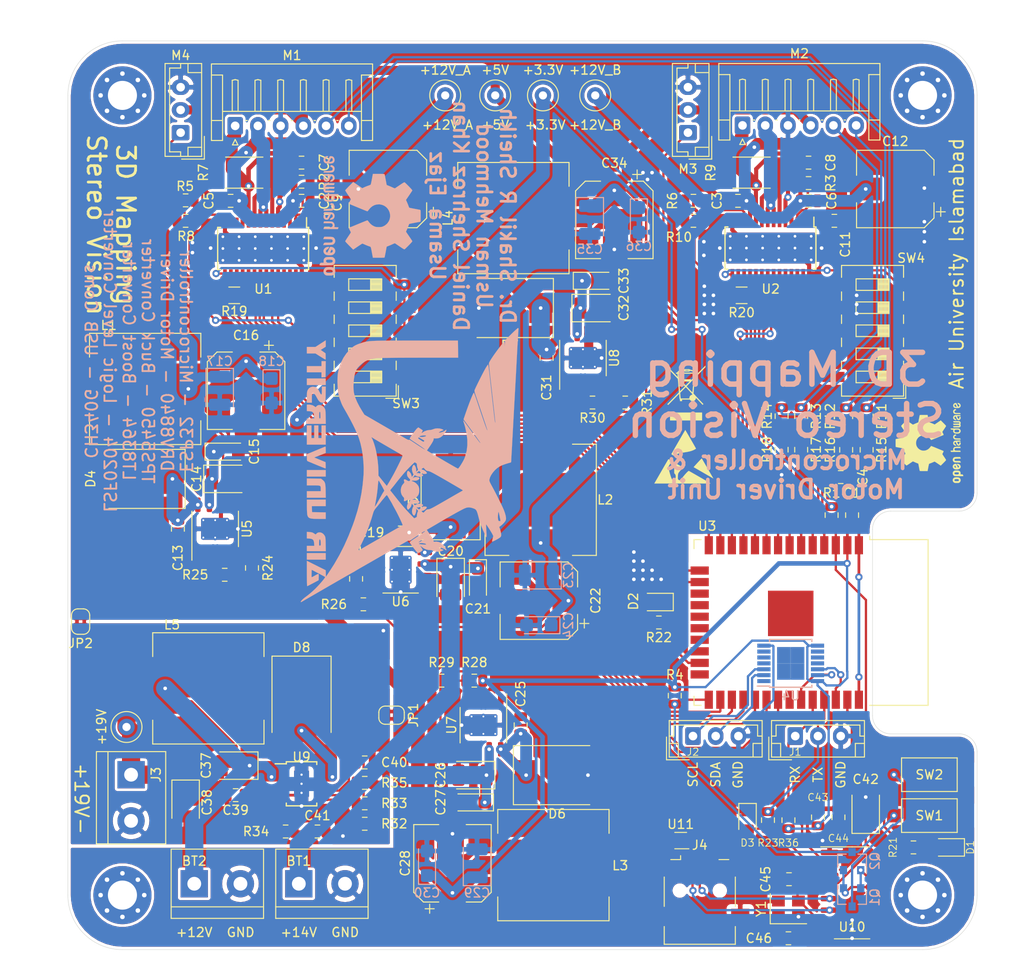
<source format=kicad_pcb>
(kicad_pcb (version 20171130) (host pcbnew "(5.1.5)-3")
  (layers (0 F.Cu signal) (31 B.Cu signal) (34 B.Paste user) (35 F.Paste user) (36 B.SilkS user) (37 F.SilkS user) (38 B.Mask user) (39 F.Mask user) (44 Edge.Cuts user))
  (net 0 "")
  (net 1 GND)
  (net 2 VDC)
  (net 3 +12V)
  (net 4 +3V3)
  (net 5 vMotor1)
  (net 6 vMotor2)
  (net 7 EN)
  (net 8 "Net-(C7-Pad2)")
  (net 9 "Net-(C8-Pad2)")
  (net 10 "Net-(C9-Pad2)")
  (net 11 "Net-(C9-Pad1)")
  (net 12 "Net-(C11-Pad2)")
  (net 13 "Net-(C11-Pad1)")
  (net 14 "Net-(C13-Pad2)")
  (net 15 "Net-(C13-Pad1)")
  (net 16 "Net-(C19-Pad2)")
  (net 17 "Net-(C19-Pad1)")
  (net 18 "Net-(C25-Pad2)")
  (net 19 "Net-(C25-Pad1)")
  (net 20 "Net-(C31-Pad2)")
  (net 21 "Net-(C31-Pad1)")
  (net 22 +5V)
  (net 23 V_SoC)
  (net 24 "Net-(C39-Pad1)")
  (net 25 "Net-(C40-Pad1)")
  (net 26 "Net-(C41-Pad1)")
  (net 27 O1)
  (net 28 O2)
  (net 29 "Net-(D1-Pad2)")
  (net 30 "Net-(D2-Pad2)")
  (net 31 "Net-(D3-Pad2)")
  (net 32 "Net-(D8-Pad2)")
  (net 33 RX)
  (net 34 TX)
  (net 35 D+)
  (net 36 D-)
  (net 37 ENC1A)
  (net 38 ENC2A)
  (net 39 SRV1)
  (net 40 SRV2)
  (net 41 RTS)
  (net 42 DTR)
  (net 43 BOOT)
  (net 44 "Net-(R5-Pad2)")
  (net 45 3P3_1)
  (net 46 "Net-(R10-Pad1)")
  (net 47 3P3_2)
  (net 48 "Net-(R7-Pad1)")
  (net 49 "Net-(R9-Pad1)")
  (net 50 EC1A)
  (net 51 EC1B)
  (net 52 ENC1B)
  (net 53 EC2A)
  (net 54 EC2B)
  (net 55 ENC2B)
  (net 56 M1FAULT)
  (net 57 M2FAULT)
  (net 58 STAT1)
  (net 59 STAT2)
  (net 60 "Net-(R32-Pad2)")
  (net 61 "Net-(R34-Pad1)")
  (net 62 "Net-(R35-Pad2)")
  (net 63 M1C4)
  (net 64 M1C3)
  (net 65 M1C2)
  (net 66 M1C1)
  (net 67 M1C0)
  (net 68 M2C4)
  (net 69 M2C3)
  (net 70 M2C2)
  (net 71 M2C1)
  (net 72 M2C0)
  (net 73 M1PWM)
  (net 74 M1PHASE)
  (net 75 M1DECAY)
  (net 76 M1SLEEP)
  (net 77 M1RST)
  (net 78 M2PWM)
  (net 79 M2PHASE)
  (net 80 M2DECAY)
  (net 81 M2SLEEP)
  (net 82 M2RST)
  (net 83 SCL)
  (net 84 SDA)
  (net 85 SCL1)
  (net 86 SDA1)
  (net 87 /M1-)
  (net 88 /M1+)
  (net 89 /M2-)
  (net 90 /M2+)
  (net 91 VSNS1)
  (net 92 VSNS2)
  (net 93 VSNS3)
  (net 94 VSNS4)
  (net 95 GNDD)
  (net 96 VBUS)
  (module Symbol:OSHW-Logo2_14.6x12mm_SilkScreen (layer B.Cu) (at 123.5 66.5 90)
    (fp_text reference REF** hide)
    (fp_text value OSHW-Logo2_14.6x12mm_SilkScreen hide)
  )
  (module "AU Logo:AU Logo" (layer B.Cu) (at 127.5 93.5 90)
    (fp_text reference G*** hide)
    (fp_text value LOGO hide)
  )
  (module Symbol:WEEE-Logo_4.2x6mm_SilkScreen (layer F.Cu) (at 158.25 86)
    (fp_text reference BIN hide)
    (fp_text value BIN hide)
  )
  (module Symbol:OSHW-Logo2_9.8x8mm_SilkScreen (layer F.Cu) (at 185 91.5 90)
    (fp_text reference OSHW hide)
    (fp_text value OSHW hide)
  )
  (module Symbol:OSHW-Logo2_9.8x8mm_Copper (layer F.Cu) (at 185 91.5 90)
    (fp_text reference OSHW hide)
    (fp_text value OSHW hide)
    (fp_poly (pts (xy 0.139878 -3.712224) (xy 0.245612 -3.711645) (xy 0.322132 -3.710078) (xy 0.374372 -3.707028) (xy 0.407263 -3.702004) (xy 0.425737 -3.694511) (xy 0.434727 -3.684056) (xy 0.439163 -3.670147) (xy 0.439594 -3.668346) (xy 0.446333 -3.635855) (xy 0.458808 -3.571748) (xy 0.475719 -3.482849) (xy 0.495771 -3.375981) (xy 0.517664 -3.257967) (xy 0.518429 -3.253822) (xy 0.540359 -3.138169) (xy 0.560877 -3.035986) (xy 0.578659 -2.953402) (xy 0.592381 -2.896544) (xy 0.600718 -2.871542) (xy 0.601116 -2.871099) (xy 0.625677 -2.85889) (xy 0.676315 -2.838544) (xy 0.742095 -2.814455) (xy 0.742461 -2.814326) (xy 0.825317 -2.783182) (xy 0.923 -2.743509) (xy 1.015077 -2.703619) (xy 1.019434 -2.701647) (xy 1.169407 -2.63358) (xy 1.501498 -2.860361) (xy 1.603374 -2.929496) (xy 1.695657 -2.991303) (xy 1.773003 -3.042267) (xy 1.830064 -3.078873) (xy 1.861495 -3.097606) (xy 1.864479 -3.098996) (xy 1.887321 -3.09281) (xy 1.929982 -3.062965) (xy 1.994128 -3.008053) (xy 2.081421 -2.926666) (xy 2.170535 -2.840078) (xy 2.256441 -2.754753) (xy 2.333327 -2.676892) (xy 2.396564 -2.611303) (xy 2.441523 -2.562795) (xy 2.463576 -2.536175) (xy 2.464396 -2.534805) (xy 2.466834 -2.516537) (xy 2.45765 -2.486705) (xy 2.434574 -2.441279) (xy 2.395337 -2.37623) (xy 2.33767 -2.28753) (xy 2.260795 -2.173343) (xy 2.19257 -2.072838) (xy 2.131582 -1.982697) (xy 2.081356 -1.908151) (xy 2.045416 -1.854435) (xy 2.027287 -1.826782) (xy 2.026146 -1.824905) (xy 2.028359 -1.79841) (xy 2.045138 -1.746914) (xy 2.073142 -1.680149) (xy 2.083122 -1.658828) (xy 2.126672 -1.563841) (xy 2.173134 -1.456063) (xy 2.210877 -1.362808) (xy 2.238073 -1.293594) (xy 2.259675 -1.240994) (xy 2.272158 -1.213503) (xy 2.273709 -1.211384) (xy 2.296668 -1.207876) (xy 2.350786 -1.198262) (xy 2.428868 -1.183911) (xy 2.523719 -1.166193) (xy 2.628143 -1.146475) (xy 2.734944 -1.126126) (xy 2.836926 -1.106514) (xy 2.926894 -1.089009) (xy 2.997653 -1.074978) (xy 3.042006 -1.065791) (xy 3.052885 -1.063193) (xy 3.064122 -1.056782) (xy 3.072605 -1.042303) (xy 3.078714 -1.014867) (xy 3.082832 -0.969589) (xy 3.085341 -0.90158) (xy 3.086621 -0.805953) (xy 3.087054 -0.67782) (xy 3.087077 -0.625299) (xy 3.087077 -0.198155) (xy 2.9845 -0.177909) (xy 2.927431 -0.16693) (xy 2.842269 -0.150905) (xy 2.739372 -0.131767) (xy 2.629096 -0.111449) (xy 2.598615 -0.105868) (xy 2.496855 -0.086083) (xy 2.408205 -0.066627) (xy 2.340108 -0.049303) (xy 2.300004 -0.035912) (xy 2.293323 -0.031921) (xy 2.276919 -0.003658) (xy 2.253399 0.051109) (xy 2.227316 0.121588) (xy 2.222142 0.136769) (xy 2.187956 0.230896) (xy 2.145523 0.337101) (xy 2.103997 0.432473) (xy 2.103792 0.432916) (xy 2.03464 0.582525) (xy 2.489512 1.251617) (xy 2.1975 1.544116) (xy 2.10918 1.63117) (xy 2.028625 1.707909) (xy 1.96036 1.770237) (xy 1.908908 1.814056) (xy 1.878794 1.83527) (xy 1.874474 1.836616) (xy 1.849111 1.826016) (xy 1.797358 1.796547) (xy 1.724868 1.751705) (xy 1.637294 1.694984) (xy 1.542612 1.631462) (xy 1.446516 1.566668) (xy 1.360837 1.510287) (xy 1.291016 1.465788) (xy 1.242494 1.436639) (xy 1.220782 1.426308) (xy 1.194293 1.43505) (xy 1.144062 1.458087) (xy 1.080451 1.490631) (xy 1.073708 1.494249) (xy 0.988046 1.53721) (xy 0.929306 1.558279) (xy 0.892772 1.558503) (xy 0.873731 1.538928) (xy 0.87362 1.538654) (xy 0.864102 1.515472) (xy 0.841403 1.460441) (xy 0.807282 1.377822) (xy 0.7635 1.271872) (xy 0.711816 1.146852) (xy 0.653992 1.00702) (xy 0.597991 0.871637) (xy 0.536447 0.722234) (xy 0.479939 0.583832) (xy 0.430161 0.460673) (xy 0.388806 0.357002) (xy 0.357568 0.277059) (xy 0.338141 0.225088) (xy 0.332154 0.205692) (xy 0.347168 0.183443) (xy 0.386439 0.147982) (xy 0.438807 0.108887) (xy 0.587941 -0.014755) (xy 0.704511 -0.156478) (xy 0.787118 -0.313296) (xy 0.834366 -0.482225) (xy 0.844857 -0.660278) (xy 0.837231 -0.742461) (xy 0.795682 -0.912969) (xy 0.724123 -1.063541) (xy 0.626995 -1.192691) (xy 0.508734 -1.298936) (xy 0.37378 -1.38079) (xy 0.226571 -1.436768) (xy 0.071544 -1.465385) (xy -0.086861 -1.465156) (xy -0.244206 -1.434595) (xy -0.396054 -1.372218) (xy -0.537965 -1.27654) (xy -0.597197 -1.222428) (xy -0.710797 -1.08348) (xy -0.789894 -0.931639) (xy -0.835014 -0.771333) (xy -0.846684 -0.606988) (xy -0.825431 -0.443029) (xy -0.77178 -0.283882) (xy -0.68626 -0.133975) (xy -0.569395 0.002267) (xy -0.438807 0.108887) (xy -0.384412 0.149642) (xy -0.345986 0.184718) (xy -0.332154 0.205726) (xy -0.339397 0.228635) (xy -0.359995 0.283365) (xy -0.392254 0.365672) (xy -0.434479 0.471315) (xy -0.484977 0.59605) (xy -0.542052 0.735636) (xy -0.598146 0.87167) (xy -0.660033 1.021201) (xy -0.717356 1.159767) (xy -0.768356 1.283107) (xy -0.811273 1.386964) (xy -0.844347 1.46708) (xy -0.865819 1.519195) (xy -0.873775 1.538654) (xy -0.892571 1.558423) (xy -0.928926 1.558365) (xy -0.987521 1.537441) (xy -1.073032 1.494613) (xy -1.073708 1.494249) (xy -1.138093 1.461012) (xy -1.190139 1.436802) (xy -1.219488 1.426404) (xy -1.220783 1.426308) (xy -1.242876 1.436855) (xy -1.291652 1.466184) (xy -1.361669 1.510827) (xy -1.447486 1.567314) (xy -1.542612 1.631462) (xy -1.63946 1.696411) (xy -1.726747 1.752896) (xy -1.798819 1.797421) (xy -1.850023 1.82649) (xy -1.874474 1.836616) (xy -1.89699 1.823307) (xy -1.942258 1.786112) (xy -2.005756 1.729128) (xy -2.082961 1.656449) (xy -2.169349 1.572171) (xy -2.197601 1.544016) (xy -2.489713 1.251416) (xy -2.267369 0.925104) (xy -2.199798 0.824897) (xy -2.140493 0.734963) (xy -2.092783 0.66051) (xy -2.059993 0.606751) (xy -2.045452 0.578894) (xy -2.045026 0.576912) (xy -2.052692 0.550655) (xy -2.073311 0.497837) (xy -2.103315 0.42731) (xy -2.124375 0.380093) (xy -2.163752 0.289694) (xy -2.200835 0.198366) (xy -2.229585 0.1212) (xy -2.237395 0.097692) (xy -2.259583 0.034916) (xy -2.281273 -0.013589) (xy -2.293187 -0.031921) (xy -2.319477 -0.043141) (xy -2.376858 -0.059046) (xy -2.457882 -0.077833) (xy -2.555105 -0.097701) (xy -2.598615 -0.105868) (xy -2.709104 -0.126171) (xy -2.815084 -0.14583) (xy -2.906199 -0.162912) (xy -2.972092 -0.175482) (xy -2.9845 -0.177909) (xy -3.087077 -0.198155) (xy -3.087077 -0.625299) (xy -3.086847 -0.765754) (xy -3.085901 -0.872021) (xy -3.083859 -0.948987) (xy -3.080338 -1.00154) (xy -3.074957 -1.034567) (xy -3.067334 -1.052955) (xy -3.057088 -1.061592) (xy -3.052885 -1.063193) (xy -3.02753 -1.068873) (xy -2.971516 -1.080205) (xy -2.892036 -1.095821) (xy -2.796288 -1.114353) (xy -2.691467 -1.134431) (xy -2.584768 -1.154688) (xy -2.483387 -1.173754) (xy -2.394521 -1.190261) (xy -2.325363 -1.202841) (xy -2.283111 -1.210125) (xy -2.27371 -1.211384) (xy -2.265193 -1.228237) (xy -2.24634 -1.27313) (xy -2.220676 -1.33757) (xy -2.210877 -1.362808) (xy -2.171352 -1.460314) (xy -2.124808 -1.568041) (xy -2.083123 -1.658828) (xy -2.05245 -1.728247) (xy -2.032044 -1.78529) (xy -2.025232 -1.820223) (xy -2.026318 -1.824905) (xy -2.040715 -1.847009) (xy -2.073588 -1.896169) (xy -2.12141 -1.967152) (xy -2.180652 -2.054722) (xy -2.247785 -2.153643) (xy -2.261059 -2.17317) (xy -2.338954 -2.28886) (xy -2.396213 -2.376956) (xy -2.435119 -2.441514) (xy -2.457956 -2.486589) (xy -2.467006 -2.516237) (xy -2.464552 -2.534515) (xy -2.464489 -2.534631) (xy -2.445173 -2.558639) (xy -2.402449 -2.605053) (xy -2.340949 -2.669063) (xy -2.265302 -2.745855) (xy -2.180139 -2.830618) (xy -2.170535 -2.840078) (xy -2.06321 -2.944011) (xy -1.980385 -3.020325) (xy -1.920395 -3.070429) (xy -1.881577 -3.09573) (xy -1.86448 -3.098996) (xy -1.839527 -3.08475) (xy -1.787745 -3.051844) (xy -1.71448 -3.003792) (xy -1.62508 -2.94411) (xy -1.524889 -2.876312) (xy -1.501499 -2.860361) (xy -1.169407 -2.63358) (xy -1.019435 -2.701647) (xy -0.92823 -2.741315) (xy -0.830331 -2.781209) (xy -0.746169 -2.813017) (xy -0.742462 -2.814326) (xy -0.676631 -2.838424) (xy -0.625884 -2.8588) (xy -0.601158 -2.871064) (xy -0.601116 -2.871099) (xy -0.593271 -2.893266) (xy -0.579934 -2.947783) (xy -0.56243 -3.02852) (xy -0.542083 -3.12935) (xy -0.520218 -3.244144) (xy -0.518429 -3.253822) (xy -0.496496 -3.372096) (xy -0.47636 -3.479458) (xy -0.45932 -3.569083) (xy -0.446672 -3.634149) (xy -0.439716 -3.667832) (xy -0.439594 -3.668346) (xy -0.435361 -3.682675) (xy -0.427129 -3.693493) (xy -0.409967 -3.701294) (xy -0.378942 -3.706571) (xy -0.329122 -3.709818) (xy -0.255576 -3.711528) (xy -0.153371 -3.712193) (xy -0.017575 -3.712307) (xy 0 -3.712308) (xy 0.139878 -3.712224)) (layer F.Cu) (width 0.01))
    (fp_poly (pts (xy 4.245224 2.647838) (xy 4.322528 2.698361) (xy 4.359814 2.74359) (xy 4.389353 2.825663) (xy 4.391699 2.890607) (xy 4.386385 2.977445) (xy 4.186115 3.065103) (xy 4.088739 3.109887) (xy 4.025113 3.145913) (xy 3.992029 3.177117) (xy 3.98628 3.207436) (xy 4.004658 3.240805) (xy 4.024923 3.262923) (xy 4.083889 3.298393) (xy 4.148024 3.300879) (xy 4.206926 3.273235) (xy 4.250197 3.21832) (xy 4.257936 3.198928) (xy 4.295006 3.138364) (xy 4.337654 3.112552) (xy 4.396154 3.090471) (xy 4.396154 3.174184) (xy 4.390982 3.23115) (xy 4.370723 3.279189) (xy 4.328262 3.334346) (xy 4.321951 3.341514) (xy 4.27472 3.390585) (xy 4.234121 3.41692) (xy 4.183328 3.429035) (xy 4.14122 3.433003) (xy 4.065902 3.433991) (xy 4.012286 3.421466) (xy 3.978838 3.402869) (xy 3.926268 3.361975) (xy 3.889879 3.317748) (xy 3.86685 3.262126) (xy 3.854359 3.187047) (xy 3.849587 3.084449) (xy 3.849206 3.032376) (xy 3.850501 2.969948) (xy 3.968471 2.969948) (xy 3.969839 3.003438) (xy 3.973249 3.008923) (xy 3.995753 3.001472) (xy 4.044182 2.981753) (xy 4.108908 2.953718) (xy 4.122443 2.947692) (xy 4.204244 2.906096) (xy 4.249312 2.869538) (xy 4.259217 2.835296) (xy 4.235526 2.800648) (xy 4.21596 2.785339) (xy 4.14536 2.754721) (xy 4.07928 2.75978) (xy 4.023959 2.797151) (xy 3.985636 2.863473) (xy 3.973349 2.916116) (xy 3.968471 2.969948) (xy 3.850501 2.969948) (xy 3.85173 2.91072) (xy 3.861032 2.82071) (xy 3.87946 2.755167) (xy 3.90936 2.706912) (xy 3.95308 2.668767) (xy 3.972141 2.65644) (xy 4.058726 2.624336) (xy 4.153522 2.622316) (xy 4.245224 2.647838)) (layer F.Cu) (width 0.01))
    (fp_poly (pts (xy 3.570807 2.636782) (xy 3.594161 2.646988) (xy 3.649902 2.691134) (xy 3.697569 2.754967) (xy 3.727048 2.823087) (xy 3.731846 2.85667) (xy 3.71576 2.903556) (xy 3.680475 2.928365) (xy 3.642644 2.943387) (xy 3.625321 2.946155) (xy 3.616886 2.926066) (xy 3.60023 2.882351) (xy 3.592923 2.862598) (xy 3.551948 2.794271) (xy 3.492622 2.760191) (xy 3.416552 2.761239) (xy 3.410918 2.762581) (xy 3.370305 2.781836) (xy 3.340448 2.819375) (xy 3.320055 2.879809) (xy 3.307836 2.967751) (xy 3.3025 3.087813) (xy 3.302 3.151698) (xy 3.301752 3.252403) (xy 3.300126 3.321054) (xy 3.295801 3.364673) (xy 3.287454 3.390282) (xy 3.273765 3.404903) (xy 3.253411 3.415558) (xy 3.252234 3.416095) (xy 3.213038 3.432667) (xy 3.193619 3.438769) (xy 3.190635 3.420319) (xy 3.188081 3.369323) (xy 3.18614 3.292308) (xy 3.184997 3.195805) (xy 3.184769 3.125184) (xy 3.185932 2.988525) (xy 3.190479 2.884851) (xy 3.199999 2.808108) (xy 3.216081 2.752246) (xy 3.240313 2.711212) (xy 3.274286 2.678954) (xy 3.307833 2.65644) (xy 3.388499 2.626476) (xy 3.482381 2.619718) (xy 3.570807 2.636782)) (layer F.Cu) (width 0.01))
    (fp_poly (pts (xy 2.887333 2.633528) (xy 2.94359 2.659117) (xy 2.987747 2.690124) (xy 3.020101 2.724795) (xy 3.042438 2.76952) (xy 3.056546 2.830692) (xy 3.064211 2.914701) (xy 3.06722 3.02794) (xy 3.067538 3.102509) (xy 3.067538 3.39342) (xy 3.017773 3.416095) (xy 2.978576 3.432667) (xy 2.959157 3.438769) (xy 2.955442 3.42061) (xy 2.952495 3.371648) (xy 2.950691 3.300153) (xy 2.950308 3.243385) (xy 2.948661 3.161371) (xy 2.944222 3.096309) (xy 2.93774 3.056467) (xy 2.93259 3.048) (xy 2.897977 3.056646) (xy 2.84364 3.078823) (xy 2.780722 3.108886) (xy 2.720368 3.141192) (xy 2.673721 3.170098) (xy 2.651926 3.189961) (xy 2.651839 3.190175) (xy 2.653714 3.226935) (xy 2.670525 3.262026) (xy 2.700039 3.290528) (xy 2.743116 3.300061) (xy 2.779932 3.29895) (xy 2.832074 3.298133) (xy 2.859444 3.310349) (xy 2.875882 3.342624) (xy 2.877955 3.34871) (xy 2.885081 3.394739) (xy 2.866024 3.422687) (xy 2.816353 3.436007) (xy 2.762697 3.43847) (xy 2.666142 3.42021) (xy 2.616159 3.394131) (xy 2.554429 3.332868) (xy 2.52169 3.25767) (xy 2.518753 3.178211) (xy 2.546424 3.104167) (xy 2.588047 3.057769) (xy 2.629604 3.031793) (xy 2.694922 2.998907) (xy 2.771038 2.965557) (xy 2.783726 2.960461) (xy 2.867333 2.923565) (xy 2.91553 2.891046) (xy 2.93103 2.858718) (xy 2.91655 2.822394) (xy 2.891692 2.794) (xy 2.832939 2.759039) (xy 2.768293 2.756417) (xy 2.709008 2.783358) (xy 2.666339 2.837088) (xy 2.660739 2.85095) (xy 2.628133 2.901936) (xy 2.58053 2.939787) (xy 2.520461 2.97085) (xy 2.520461 2.882768) (xy 2.523997 2.828951) (xy 2.539156 2.786534) (xy 2.572768 2.741279) (xy 2.605035 2.70642) (xy 2.655209 2.657062) (xy 2.694193 2.630547) (xy 2.736064 2.619911) (xy 2.78346 2.618154) (xy 2.887333 2.633528)) (layer F.Cu) (width 0.01))
    (fp_poly (pts (xy 2.395929 2.636662) (xy 2.398911 2.688068) (xy 2.401247 2.766192) (xy 2.402749 2.864857) (xy 2.403231 2.968343) (xy 2.403231 3.318533) (xy 2.341401 3.380363) (xy 2.298793 3.418462) (xy 2.26139 3.433895) (xy 2.21027 3.432918) (xy 2.189978 3.430433) (xy 2.126554 3.4232) (xy 2.074095 3.419055) (xy 2.061308 3.418672) (xy 2.018199 3.421176) (xy 1.956544 3.427462) (xy 1.932638 3.430433) (xy 1.873922 3.435028) (xy 1.834464 3.425046) (xy 1.795338 3.394228) (xy 1.781215 3.380363) (xy 1.719385 3.318533) (xy 1.719385 2.663503) (xy 1.76915 2.640829) (xy 1.812002 2.624034) (xy 1.837073 2.618154) (xy 1.843501 2.636736) (xy 1.849509 2.688655) (xy 1.854697 2.768172) (xy 1.858664 2.869546) (xy 1.860577 2.955192) (xy 1.865923 3.292231) (xy 1.91256 3.298825) (xy 1.954976 3.294214) (xy 1.97576 3.279287) (xy 1.98157 3.251377) (xy 1.98653 3.191925) (xy 1.990246 3.108466) (xy 1.992324 3.008532) (xy 1.992624 2.957104) (xy 1.992923 2.661054) (xy 2.054454 2.639604) (xy 2.098004 2.62502) (xy 2.121694 2.618219) (xy 2.122377 2.618154) (xy 2.124754 2.636642) (xy 2.127366 2.687906) (xy 2.129995 2.765649) (xy 2.132421 2.863574) (xy 2.134115 2.955192) (xy 2.139461 3.292231) (xy 2.256692 3.292231) (xy 2.262072 2.984746) (xy 2.267451 2.677261) (xy 2.324601 2.647707) (xy 2.366797 2.627413) (xy 2.39177 2.618204) (xy 2.392491 2.618154) (xy 2.395929 2.636662)) (layer F.Cu) (width 0.01))
    (fp_poly (pts (xy 1.602081 2.780289) (xy 1.601833 2.92632) (xy 1.600872 3.038655) (xy 1.598794 3.122678) (xy 1.595193 3.183769) (xy 1.589665 3.227309) (xy 1.581804 3.258679) (xy 1.571207 3.283262) (xy 1.563182 3.297294) (xy 1.496728 3.373388) (xy 1.41247 3.421084) (xy 1.319249 3.438199) (xy 1.2259 3.422546) (xy 1.170312 3.394418) (xy 1.111957 3.34576) (xy 1.072186 3.286333) (xy 1.04819 3.208507) (xy 1.037161 3.104652) (xy 1.035599 3.028462) (xy 1.035809 3.022986) (xy 1.172308 3.022986) (xy 1.173141 3.110355) (xy 1.176961 3.168192) (xy 1.185746 3.206029) (xy 1.201474 3.233398) (xy 1.220266 3.254042) (xy 1.283375 3.29389) (xy 1.351137 3.297295) (xy 1.415179 3.264025) (xy 1.420164 3.259517) (xy 1.441439 3.236067) (xy 1.454779 3.208166) (xy 1.462001 3.166641) (xy 1.464923 3.102316) (xy 1.465385 3.0312) (xy 1.464383 2.941858) (xy 1.460238 2.882258) (xy 1.451236 2.843089) (xy 1.435667 2.81504) (xy 1.422902 2.800144) (xy 1.3636 2.762575) (xy 1.295301 2.758057) (xy 1.23011 2.786753) (xy 1.217528 2.797406) (xy 1.196111 2.821063) (xy 1.182744 2.849251) (xy 1.175566 2.891245) (xy 1.172719 2.956319) (xy 1.172308 3.022986) (xy 1.035809 3.022986) (xy 1.040322 2.905765) (xy 1.056362 2.813577) (xy 1.086528 2.744269) (xy 1.133629 2.690211) (xy 1.170312 2.662505) (xy 1.23699 2.632572) (xy 1.314272 2.618678) (xy 1.38611 2.622397) (xy 1.426308 2.6374) (xy 1.442082 2.64167) (xy 1.45255 2.62575) (xy 1.459856 2.583089) (xy 1.465385 2.518106) (xy 1.471437 2.445732) (xy 1.479844 2.402187) (xy 1.495141 2.377287) (xy 1.521864 2.360845) (xy 1.538654 2.353564) (xy 1.602154 2.326963) (xy 1.602081 2.780289)) (layer F.Cu) (width 0.01))
    (fp_poly (pts (xy 0.713362 2.62467) (xy 0.802117 2.657421) (xy 0.874022 2.71535) (xy 0.902144 2.756128) (xy 0.932802 2.830954) (xy 0.932165 2.885058) (xy 0.899987 2.921446) (xy 0.888081 2.927633) (xy 0.836675 2.946925) (xy 0.810422 2.941982) (xy 0.80153 2.909587) (xy 0.801077 2.891692) (xy 0.784797 2.825859) (xy 0.742365 2.779807) (xy 0.683388 2.757564) (xy 0.617475 2.763161) (xy 0.563895 2.792229) (xy 0.545798 2.80881) (xy 0.532971 2.828925) (xy 0.524306 2.859332) (xy 0.518696 2.906788) (xy 0.515035 2.97805) (xy 0.512215 3.079875) (xy 0.511484 3.112115) (xy 0.50882 3.22241) (xy 0.505792 3.300036) (xy 0.50125 3.351396) (xy 0.494046 3.38289) (xy 0.483033 3.40092) (xy 0.46706 3.411888) (xy 0.456834 3.416733) (xy 0.413406 3.433301) (xy 0.387842 3.438769) (xy 0.379395 3.420507) (xy 0.374239 3.365296) (xy 0.372346 3.272499) (xy 0.373689 3.141478) (xy 0.374107 3.121269) (xy 0.377058 3.001733) (xy 0.380548 2.914449) (xy 0.385514 2.852591) (xy 0.392893 2.809336) (xy 0.403624 2.77786) (xy 0.418645 2.751339) (xy 0.426502 2.739975) (xy 0.471553 2.689692) (xy 0.52194 2.650581) (xy 0.528108 2.647167) (xy 0.618458 2.620212) (xy 0.713362 2.62467)) (layer F.Cu) (width 0.01))
    (fp_poly (pts (xy 0.053501 2.626303) (xy 0.13006 2.654733) (xy 0.130936 2.655279) (xy 0.178285 2.690127) (xy 0.213241 2.730852) (xy 0.237825 2.783925) (xy 0.254062 2.855814) (xy 0.263975 2.952992) (xy 0.269586 3.081928) (xy 0.270077 3.100298) (xy 0.277141 3.377287) (xy 0.217695 3.408028) (xy 0.174681 3.428802) (xy 0.14871 3.438646) (xy 0.147509 3.438769) (xy 0.143014 3.420606) (xy 0.139444 3.371612) (xy 0.137248 3.300031) (xy 0.136769 3.242068) (xy 0.136758 3.14817) (xy 0.132466 3.089203) (xy 0.117503 3.061079) (xy 0.085482 3.059706) (xy 0.030014 3.080998) (xy -0.053731 3.120136) (xy -0.115311 3.152643) (xy -0.146983 3.180845) (xy -0.156294 3.211582) (xy -0.156308 3.213104) (xy -0.140943 3.266054) (xy -0.095453 3.29466) (xy -0.025834 3.298803) (xy 0.024313 3.298084) (xy 0.050754 3.312527) (xy 0.067243 3.347218) (xy 0.076733 3.391416) (xy 0.063057 3.416493) (xy 0.057907 3.420082) (xy 0.009425 3.434496) (xy -0.058469 3.436537) (xy -0.128388 3.426983) (xy -0.177932 3.409522) (xy -0.24643 3.351364) (xy -0.285366 3.270408) (xy -0.293077 3.20716) (xy -0.287193 3.150111) (xy -0.265899 3.103542) (xy -0.223735 3.062181) (xy -0.155241 3.020755) (xy -0.054956 2.973993) (xy -0.048846 2.97135) (xy 0.04149 2.929617) (xy 0.097235 2.895391) (xy 0.121129 2.864635) (xy 0.115913 2.833311) (xy 0.084328 2.797383) (xy 0.074883 2.789116) (xy 0.011617 2.757058) (xy -0.053936 2.758407) (xy -0.111028 2.789838) (xy -0.148907 2.848024) (xy -0.152426 2.859446) (xy -0.1867 2.914837) (xy -0.230191 2.941518) (xy -0.293077 2.96796) (xy -0.293077 2.899548) (xy -0.273948 2.80011) (xy -0.217169 2.708902) (xy -0.187622 2.678389) (xy -0.120458 2.639228) (xy -0.035044 2.6215) (xy 0.053501 2.626303)) (layer F.Cu) (width 0.01))
    (fp_poly (pts (xy -0.840154 2.49212) (xy -0.834428 2.57198) (xy -0.827851 2.619039) (xy -0.818738 2.639566) (xy -0.805402 2.639829) (xy -0.801077 2.637378) (xy -0.743556 2.619636) (xy -0.668732 2.620672) (xy -0.592661 2.63891) (xy -0.545082 2.662505) (xy -0.496298 2.700198) (xy -0.460636 2.742855) (xy -0.436155 2.797057) (xy -0.420913 2.869384) (xy -0.41297 2.966419) (xy -0.410384 3.094742) (xy -0.410338 3.119358) (xy -0.410308 3.39587) (xy -0.471839 3.41732) (xy -0.515541 3.431912) (xy -0.539518 3.438706) (xy -0.540223 3.438769) (xy -0.542585 3.420345) (xy -0.544594 3.369526) (xy -0.546099 3.292993) (xy -0.546947 3.19743) (xy -0.547077 3.139329) (xy -0.547349 3.024771) (xy -0.548748 2.942667) (xy -0.552151 2.886393) (xy -0.558433 2.849326) (xy -0.568471 2.824844) (xy -0.583139 2.806325) (xy -0.592298 2.797406) (xy -0.655211 2.761466) (xy -0.723864 2.758775) (xy -0.786152 2.78917) (xy -0.797671 2.800144) (xy -0.814567 2.820779) (xy -0.826286 2.845256) (xy -0.833767 2.880647) (xy -0.837946 2.934026) (xy -0.839763 3.012466) (xy -0.840154 3.120617) (xy -0.840154 3.39587) (xy -0.901685 3.41732) (xy -0.945387 3.431912) (xy -0.969364 3.438706) (xy -0.97007 3.438769) (xy -0.971874 3.420069) (xy -0.9735 3.367322) (xy -0.974883 3.285557) (xy -0.975958 3.179805) (xy -0.97666 3.055094) (xy -0.976923 2.916455) (xy -0.976923 2.381806) (xy -0.849923 2.328236) (xy -0.840154 2.49212)) (layer F.Cu) (width 0.01))
    (fp_poly (pts (xy -2.465746 2.599745) (xy -2.388714 2.651567) (xy -2.329184 2.726412) (xy -2.293622 2.821654) (xy -2.286429 2.891756) (xy -2.287246 2.921009) (xy -2.294086 2.943407) (xy -2.312888 2.963474) (xy -2.349592 2.985733) (xy -2.410138 3.014709) (xy -2.500466 3.054927) (xy -2.500923 3.055129) (xy -2.584067 3.09321) (xy -2.652247 3.127025) (xy -2.698495 3.152933) (xy -2.715842 3.167295) (xy -2.715846 3.167411) (xy -2.700557 3.198685) (xy -2.664804 3.233157) (xy -2.623758 3.25799) (xy -2.602963 3.262923) (xy -2.54623 3.245862) (xy -2.497373 3.203133) (xy -2.473535 3.156155) (xy -2.450603 3.121522) (xy -2.405682 3.082081) (xy -2.352877 3.048009) (xy -2.30629 3.02948) (xy -2.296548 3.028462) (xy -2.285582 3.045215) (xy -2.284921 3.088039) (xy -2.29298 3.145781) (xy -2.308173 3.207289) (xy -2.328914 3.261409) (xy -2.329962 3.26351) (xy -2.392379 3.35066) (xy -2.473274 3.409939) (xy -2.565144 3.439034) (xy -2.660487 3.435634) (xy -2.751802 3.397428) (xy -2.755862 3.394741) (xy -2.827694 3.329642) (xy -2.874927 3.244705) (xy -2.901066 3.133021) (xy -2.904574 3.101643) (xy -2.910787 2.953536) (xy -2.903339 2.884468) (xy -2.715846 2.884468) (xy -2.71341 2.927552) (xy -2.700086 2.940126) (xy -2.666868 2.930719) (xy -2.614506 2.908483) (xy -2.555976 2.88061) (xy -2.554521 2.879872) (xy -2.504911 2.853777) (xy -2.485 2.836363) (xy -2.48991 2.818107) (xy -2.510584 2.79412) (xy -2.563181 2.759406) (xy -2.619823 2.756856) (xy -2.670631 2.782119) (xy -2.705724 2.830847) (xy -2.715846 2.884468) (xy -2.903339 2.884468) (xy -2.898008 2.835036) (xy -2.865222 2.741055) (xy -2.819579 2.675215) (xy -2.737198 2.608681) (xy -2.646454 2.575676) (xy -2.553815 2.573573) (xy -2.465746 2.599745)) (layer F.Cu) (width 0.01))
    (fp_poly (pts (xy -3.983114 2.587256) (xy -3.891536 2.635409) (xy -3.823951 2.712905) (xy -3.799943 2.762727) (xy -3.781262 2.837533) (xy -3.771699 2.932052) (xy -3.770792 3.03521) (xy -3.778079 3.135935) (xy -3.793097 3.223153) (xy -3.815385 3.285791) (xy -3.822235 3.296579) (xy -3.903368 3.377105) (xy -3.999734 3.425336) (xy -4.104299 3.43945) (xy -4.210032 3.417629) (xy -4.239457 3.404547) (xy -4.296759 3.364231) (xy -4.34705 3.310775) (xy -4.351803 3.303995) (xy -4.371122 3.271321) (xy -4.383892 3.236394) (xy -4.391436 3.190414) (xy -4.395076 3.124584) (xy -4.396135 3.030105) (xy -4.396154 3.008923) (xy -4.396106 3.002182) (xy -4.200769 3.002182) (xy -4.199632 3.091349) (xy -4.195159 3.15052) (xy -4.185754 3.188741) (xy -4.169824 3.215053) (xy -4.161692 3.223846) (xy -4.114942 3.257261) (xy -4.069553 3.255737) (xy -4.02366 3.226752) (xy -3.996288 3.195809) (xy -3.980077 3.150643) (xy -3.970974 3.07942) (xy -3.970349 3.071114) (xy -3.968796 2.942037) (xy -3.985035 2.846172) (xy -4.018848 2.784107) (xy -4.070016 2.756432) (xy -4.08828 2.754923) (xy -4.13624 2.762513) (xy -4.169047 2.788808) (xy -4.189105 2.839095) (xy -4.198822 2.918664) (xy -4.200769 3.002182) (xy -4.396106 3.002182) (xy -4.395426 2.908249) (xy -4.392371 2.837906) (xy -4.385678 2.789163) (xy -4.37404 2.753288) (xy -4.356147 2.721548) (xy -4.352192 2.715648) (xy -4.285733 2.636104) (xy -4.213315 2.589929) (xy -4.125151 2.571599) (xy -4.095213 2.570703) (xy -3.983114 2.587256)) (layer F.Cu) (width 0.01))
    (fp_poly (pts (xy -1.728336 2.595089) (xy -1.665633 2.631358) (xy -1.622039 2.667358) (xy -1.590155 2.705075) (xy -1.56819 2.751199) (xy -1.554351 2.812421) (xy -1.546847 2.895431) (xy -1.543883 3.006919) (xy -1.543539 3.087062) (xy -1.543539 3.382065) (xy -1.709615 3.456515) (xy -1.719385 3.133402) (xy -1.723421 3.012729) (xy -1.727656 2.925141) (xy -1.732903 2.86465) (xy -1.739975 2.825268) (xy -1.749689 2.801007) (xy -1.762856 2.78588) (xy -1.767081 2.782606) (xy -1.831091 2.757034) (xy -1.895792 2.767153) (xy -1.934308 2.794) (xy -1.949975 2.813024) (xy -1.96082 2.837988) (xy -1.967712 2.875834) (xy -1.971521 2.933502) (xy -1.973117 3.017935) (xy -1.973385 3.105928) (xy -1.973437 3.216323) (xy -1.975328 3.294463) (xy -1.981655 3.347165) (xy -1.995017 3.381242) (xy -2.018015 3.403511) (xy -2.053246 3.420787) (xy -2.100303 3.438738) (xy -2.151697 3.458278) (xy -2.145579 3.111485) (xy -2.143116 2.986468) (xy -2.140233 2.894082) (xy -2.136102 2.827881) (xy -2.129893 2.78142) (xy -2.120774 2.748256) (xy -2.107917 2.721944) (xy -2.092416 2.698729) (xy -2.017629 2.624569) (xy -1.926372 2.581684) (xy -1.827117 2.571412) (xy -1.728336 2.595089)) (layer F.Cu) (width 0.01))
    (fp_poly (pts (xy -3.231114 2.584505) (xy -3.156461 2.621727) (xy -3.090569 2.690261) (xy -3.072423 2.715648) (xy -3.052655 2.748866) (xy -3.039828 2.784945) (xy -3.03249 2.833098) (xy -3.029187 2.902536) (xy -3.028462 2.994206) (xy -3.031737 3.11983) (xy -3.043123 3.214154) (xy -3.064959 3.284523) (xy -3.099581 3.338286) (xy -3.14933 3.382788) (xy -3.152986 3.385423) (xy -3.202015 3.412377) (xy -3.261055 3.425712) (xy -3.336141 3.429) (xy -3.458205 3.429) (xy -3.458256 3.547497) (xy -3.459392 3.613492) (xy -3.466314 3.652202) (xy -3.484402 3.675419) (xy -3.519038 3.694933) (xy -3.527355 3.69892) (xy -3.56628 3.717603) (xy -3.596417 3.729403) (xy -3.618826 3.730422) (xy -3.634567 3.716761) (xy -3.644698 3.684522) (xy -3.650277 3.629804) (xy -3.652365 3.548711) (xy -3.652019 3.437344) (xy -3.6503 3.291802) (xy -3.649763 3.248269) (xy -3.647828 3.098205) (xy -3.646096 3.000042) (xy -3.458308 3.000042) (xy -3.457252 3.083364) (xy -3.452562 3.13788) (xy -3.441949 3.173837) (xy -3.423128 3.201482) (xy -3.41035 3.214965) (xy -3.35811 3.254417) (xy -3.311858 3.257628) (xy -3.264133 3.225049) (xy -3.262923 3.223846) (xy -3.243506 3.198668) (xy -3.231693 3.164447) (xy -3.225735 3.111748) (xy -3.22388 3.031131) (xy -3.223846 3.013271) (xy -3.22833 2.902175) (xy -3.242926 2.825161) (xy -3.26935 2.778147) (xy -3.309317 2.75705) (xy -3.332416 2.754923) (xy -3.387238 2.7649) (xy -3.424842 2.797752) (xy -3.447477 2.857857) (xy -3.457394 2.949598) (xy -3.458308 3.000042) (xy -3.646096 3.000042) (xy -3.645778 2.98206) (xy -3.643127 2.894679) (xy -3.639394 2.830905) (xy -3.634093 2.785582) (xy -3.626742 2.753555) (xy -3.616857 2.729668) (xy -3.603954 2.708764) (xy -3.598421 2.700898) (xy -3.525031 2.626595) (xy -3.43224 2.584467) (xy -3.324904 2.572722) (xy -3.231114 2.584505)) (layer F.Cu) (width 0.01))
  )
  (module Symbol:ESD-Logo_6.6x6mm_SilkScreen (layer F.Cu) (at 158 93)
    (fp_text reference ESD hide)
    (fp_text value ESD hide)
  )
  (module Jumper:SolderJumper-2_P1.3mm_Bridged2Bar_RoundedPad1.0x1.5mm (layer F.Cu) (at 91.65 111.15 270)
    (fp_text reference JP2 (at 2.4 0 180) (layer F.SilkS))
    (fp_text value SolderJumper_2_Bridged)
    (fp_poly (pts (xy -0.25 -0.6) (xy 0.25 -0.6) (xy 0.25 -0.2) (xy -0.25 -0.2)) (layer F.Cu) (width 0))
    (fp_poly (pts (xy -0.25 0.2) (xy 0.25 0.2) (xy 0.25 0.6) (xy -0.25 0.6)) (layer F.Cu) (width 0))
    (pad 1 smd custom (at -0.65 0 270) (size 1 0.5) (layers F.Cu F.Mask) (net 1 GND) (options (clearance outline) (anchor rect)) (primitives (gr_circle (center 0 0.25) (end 0.5 0.25) (width 0)) (gr_circle (center 0 -0.25) (end 0.5 -0.25) (width 0)) (gr_poly (pts (xy 0.5 0.75) (xy 0.5 -0.75) (xy 0 -0.75) (xy 0 0.75)) (width 0))))
    (pad 2 smd custom (at 0.65 0 270) (size 1 0.5) (layers F.Cu F.Mask) (net 95 GNDD) (options (clearance outline) (anchor rect)) (primitives (gr_circle (center 0 0.25) (end 0.5 0.25) (width 0)) (gr_circle (center 0 -0.25) (end 0.5 -0.25) (width 0)) (gr_poly (pts (xy -0.5 0.75) (xy -0.5 -0.75) (xy 0 -0.75) (xy 0 0.75)) (width 0))))
  )
  (module Jumper:SolderJumper-2_P1.3mm_Bridged2Bar_RoundedPad1.0x1.5mm (layer F.Cu) (at 125.85 121.45 180)
    (fp_text reference JP1 (at -2.4 0 270) (layer F.SilkS))
    (fp_text value SolderJumper_2_Bridged)
    (fp_poly (pts (xy -0.25 -0.6) (xy 0.25 -0.6) (xy 0.25 -0.2) (xy -0.25 -0.2)) (layer F.Cu) (width 0))
    (fp_poly (pts (xy -0.25 0.2) (xy 0.25 0.2) (xy 0.25 0.6) (xy -0.25 0.6)) (layer F.Cu) (width 0))
    (pad 1 smd custom (at -0.65 0 180) (size 1 0.5) (layers F.Cu F.Mask) (net 1 GND) (options (clearance outline) (anchor rect)) (primitives (gr_circle (center 0 0.25) (end 0.5 0.25) (width 0)) (gr_circle (center 0 -0.25) (end 0.5 -0.25) (width 0)) (gr_poly (pts (xy 0.5 0.75) (xy 0.5 -0.75) (xy 0 -0.75) (xy 0 0.75)) (width 0))))
    (pad 2 smd custom (at 0.65 0 180) (size 1 0.5) (layers F.Cu F.Mask) (net 95 GNDD) (options (clearance outline) (anchor rect)) (primitives (gr_circle (center 0 0.25) (end 0.5 0.25) (width 0)) (gr_circle (center 0 -0.25) (end 0.5 -0.25) (width 0)) (gr_poly (pts (xy -0.5 0.75) (xy -0.5 -0.75) (xy 0 -0.75) (xy 0 0.75)) (width 0))))
  )
  (module Package_SO:MSOP-12-16-1EP_3x4mm_P0.5mm_EP1.65x2.85mm_ThermalVias (layer F.Cu) (at 115.95 129)
    (fp_text reference U9 (at 0 -2.95) (layer F.SilkS))
    (fp_text value LT8364)
    (pad 17 thru_hole circle (at 0 -1) (size 0.65 0.65) (drill 0.25) (layers *.Cu) (net 95 GNDD))
    (pad 17 thru_hole circle (at 0 1) (size 0.65 0.65) (drill 0.25) (layers *.Cu) (net 95 GNDD))
    (pad 17 thru_hole circle (at 0 0) (size 0.65 0.65) (drill 0.25) (layers *.Cu) (net 95 GNDD))
    (pad 17 smd rect (at 0 0) (size 1.65 2.85) (layers F.Cu F.Paste F.Mask) (net 95 GNDD))
    (pad 9 smd rect (at 2.2 1.75) (size 1.4 0.3) (layers F.Cu F.Paste F.Mask) (net 60 "Net-(R32-Pad2)"))
    (pad 10 smd rect (at 2.2 1.25) (size 1.4 0.3) (layers F.Cu F.Paste F.Mask) (net 62 "Net-(R35-Pad2)"))
    (pad 11 smd rect (at 2.2 0.75) (size 1.4 0.3) (layers F.Cu F.Paste F.Mask) (net 25 "Net-(C40-Pad1)"))
    (pad 8 smd rect (at -2.2 1.75) (size 1.4 0.3) (layers F.Cu F.Paste F.Mask) (net 61 "Net-(R34-Pad1)"))
    (pad 7 smd rect (at -2.2 1.25) (size 1.4 0.3) (layers F.Cu F.Paste F.Mask) (net 95 GNDD))
    (pad 6 smd rect (at -2.2 0.75) (size 1.4 0.3) (layers F.Cu F.Paste F.Mask))
    (pad 16 smd rect (at 2.2 -1.75) (size 1.4 0.3) (layers F.Cu F.Paste F.Mask) (net 32 "Net-(D8-Pad2)"))
    (pad 14 smd rect (at 2.2 -0.75) (size 1.4 0.3) (layers F.Cu F.Paste F.Mask) (net 32 "Net-(D8-Pad2)"))
    (pad 12 smd rect (at 2.2 0.25) (size 1.4 0.3) (layers F.Cu F.Paste F.Mask) (net 95 GNDD))
    (pad 5 smd rect (at -2.2 0.25) (size 1.4 0.3) (layers F.Cu F.Paste F.Mask) (net 24 "Net-(C39-Pad1)"))
    (pad 3 smd rect (at -2.2 -0.75) (size 1.4 0.3) (layers F.Cu F.Paste F.Mask) (net 3 +12V))
    (pad 1 smd rect (at -2.2 -1.75) (size 1.4 0.3) (layers F.Cu F.Paste F.Mask) (net 3 +12V))
    (pad 17 smd rect (at 0 0) (size 1.65 2.85) (layers B.Cu) (net 95 GNDD))
  )
  (module Package_TO_SOT_SMD:SOT-553 (layer F.Cu) (at 157.65 135.25 180)
    (fp_text reference U11 (at 0 1.8) (layer F.SilkS))
    (fp_text value ESDA6V8AV5)
    (pad 4 smd rect (at 0.7 0.5 180) (size 0.45 0.3) (layers F.Cu F.Paste F.Mask) (net 96 VBUS))
    (pad 2 smd rect (at -0.7 0 180) (size 0.45 0.3) (layers F.Cu F.Paste F.Mask) (net 1 GND))
    (pad 5 smd rect (at 0.7 -0.5 180) (size 0.45 0.3) (layers F.Cu F.Paste F.Mask))
    (pad 3 smd rect (at -0.7 0.5 180) (size 0.45 0.3) (layers F.Cu F.Paste F.Mask) (net 35 D+))
    (pad 1 smd rect (at -0.7 -0.5 180) (size 0.45 0.3) (layers F.Cu F.Paste F.Mask) (net 36 D-))
  )
  (module Resistor_SMD:R_1206_3216Metric (layer F.Cu) (at 164.35 75.25)
    (fp_text reference R20 (at 0 1.9) (layer F.SilkS))
    (fp_text value 10K)
    (pad 2 smd roundrect (at 1.4 0) (size 1.25 1.75) (layers F.Cu F.Paste F.Mask) (roundrect_rratio 0.2) (net 57 M2FAULT))
    (pad 1 smd roundrect (at -1.4 0) (size 1.25 1.75) (layers F.Cu F.Paste F.Mask) (roundrect_rratio 0.2) (net 47 3P3_2))
  )
  (module Resistor_SMD:R_1206_3216Metric (layer F.Cu) (at 108.55 75.25)
    (fp_text reference R19 (at 0 1.75) (layer F.SilkS))
    (fp_text value 10K)
    (pad 2 smd roundrect (at 1.4 0) (size 1.25 1.75) (layers F.Cu F.Paste F.Mask) (roundrect_rratio 0.2) (net 56 M1FAULT))
    (pad 1 smd roundrect (at -1.4 0) (size 1.25 1.75) (layers F.Cu F.Paste F.Mask) (roundrect_rratio 0.2) (net 45 3P3_1))
  )
  (module Capacitor_Tantalum_SMD:CP_EIA-3528-15_AVX-H (layer F.Cu) (at 103.2 131.05 270)
    (fp_text reference C38 (at 0 -2.35 90) (layer F.SilkS))
    (fp_text value 4.7uF)
    (pad 2 smd roundrect (at 1.5375 0 270) (size 1.325 2.35) (layers F.Cu F.Paste F.Mask) (roundrect_rratio 0.188679) (net 95 GNDD))
    (pad 1 smd roundrect (at -1.5375 0 270) (size 1.325 2.35) (layers F.Cu F.Paste F.Mask) (roundrect_rratio 0.188679) (net 23 V_SoC))
  )
  (module Capacitor_SMD:C_0805_2012Metric (layer F.Cu) (at 108.7 130.25 180)
    (fp_text reference C39 (at 0 -1.65) (layer F.SilkS))
    (fp_text value 1uF)
    (pad 1 smd roundrect (at -0.9375 0 180) (size 0.975 1.4) (layers F.Cu F.Paste F.Mask) (net 24 "Net-(C39-Pad1)"))
    (pad 2 smd roundrect (at 0.9375 0 180) (size 0.975 1.4) (layers F.Cu F.Paste F.Mask) (net 95 GNDD))
  )
  (module MountingHole:MountingHole_3.2mm_M3_Pad_Via (layer F.Cu) (at 184.25 141.25)
    (fp_text reference H4 hide)
    (fp_text value MH)
    (pad 1 thru_hole circle (at 0 0) (size 6.4 6.4) (drill 3.2) (layers *.Cu *.Mask))
    (pad 1 thru_hole circle (at 2.4 0) (size 0.8 0.8) (drill 0.5) (layers *.Cu *.Mask))
    (pad 1 thru_hole circle (at 1.697056 1.697056) (size 0.8 0.8) (drill 0.5) (layers *.Cu *.Mask))
    (pad 1 thru_hole circle (at 0 2.4) (size 0.8 0.8) (drill 0.5) (layers *.Cu *.Mask))
    (pad 1 thru_hole circle (at -1.697056 1.697056) (size 0.8 0.8) (drill 0.5) (layers *.Cu *.Mask))
    (pad 1 thru_hole circle (at -2.4 0) (size 0.8 0.8) (drill 0.5) (layers *.Cu *.Mask))
    (pad 1 thru_hole circle (at -1.697056 -1.697056) (size 0.8 0.8) (drill 0.5) (layers *.Cu *.Mask))
    (pad 1 thru_hole circle (at 0 -2.4) (size 0.8 0.8) (drill 0.5) (layers *.Cu *.Mask))
    (pad 1 thru_hole circle (at 1.697056 -1.697056) (size 0.8 0.8) (drill 0.5) (layers *.Cu *.Mask))
  )
  (module MountingHole:MountingHole_3.2mm_M3_Pad_Via (layer F.Cu) (at 96.25 141.25)
    (fp_text reference H3 hide)
    (fp_text value MH)
    (pad 1 thru_hole circle (at 0 0) (size 6.4 6.4) (drill 3.2) (layers *.Cu *.Mask))
    (pad 1 thru_hole circle (at 2.4 0) (size 0.8 0.8) (drill 0.5) (layers *.Cu *.Mask))
    (pad 1 thru_hole circle (at 1.697056 1.697056) (size 0.8 0.8) (drill 0.5) (layers *.Cu *.Mask))
    (pad 1 thru_hole circle (at 0 2.4) (size 0.8 0.8) (drill 0.5) (layers *.Cu *.Mask))
    (pad 1 thru_hole circle (at -1.697056 1.697056) (size 0.8 0.8) (drill 0.5) (layers *.Cu *.Mask))
    (pad 1 thru_hole circle (at -2.4 0) (size 0.8 0.8) (drill 0.5) (layers *.Cu *.Mask))
    (pad 1 thru_hole circle (at -1.697056 -1.697056) (size 0.8 0.8) (drill 0.5) (layers *.Cu *.Mask))
    (pad 1 thru_hole circle (at 0 -2.4) (size 0.8 0.8) (drill 0.5) (layers *.Cu *.Mask))
    (pad 1 thru_hole circle (at 1.697056 -1.697056) (size 0.8 0.8) (drill 0.5) (layers *.Cu *.Mask))
  )
  (module MountingHole:MountingHole_3.2mm_M3_Pad_Via (layer F.Cu) (at 184.25 53.25)
    (fp_text reference H2 hide)
    (fp_text value MH)
    (pad 1 thru_hole circle (at 0 0) (size 6.4 6.4) (drill 3.2) (layers *.Cu *.Mask))
    (pad 1 thru_hole circle (at 2.4 0) (size 0.8 0.8) (drill 0.5) (layers *.Cu *.Mask))
    (pad 1 thru_hole circle (at 1.697056 1.697056) (size 0.8 0.8) (drill 0.5) (layers *.Cu *.Mask))
    (pad 1 thru_hole circle (at 0 2.4) (size 0.8 0.8) (drill 0.5) (layers *.Cu *.Mask))
    (pad 1 thru_hole circle (at -1.697056 1.697056) (size 0.8 0.8) (drill 0.5) (layers *.Cu *.Mask))
    (pad 1 thru_hole circle (at -2.4 0) (size 0.8 0.8) (drill 0.5) (layers *.Cu *.Mask))
    (pad 1 thru_hole circle (at -1.697056 -1.697056) (size 0.8 0.8) (drill 0.5) (layers *.Cu *.Mask))
    (pad 1 thru_hole circle (at 0 -2.4) (size 0.8 0.8) (drill 0.5) (layers *.Cu *.Mask))
    (pad 1 thru_hole circle (at 1.697056 -1.697056) (size 0.8 0.8) (drill 0.5) (layers *.Cu *.Mask))
  )
  (module MountingHole:MountingHole_3.2mm_M3_Pad_Via (layer F.Cu) (at 96.25 53.25)
    (fp_text reference H1 hide)
    (fp_text value MH)
    (pad 1 thru_hole circle (at 0 0) (size 6.4 6.4) (drill 3.2) (layers *.Cu *.Mask))
    (pad 1 thru_hole circle (at 2.4 0) (size 0.8 0.8) (drill 0.5) (layers *.Cu *.Mask))
    (pad 1 thru_hole circle (at 1.697056 1.697056) (size 0.8 0.8) (drill 0.5) (layers *.Cu *.Mask))
    (pad 1 thru_hole circle (at 0 2.4) (size 0.8 0.8) (drill 0.5) (layers *.Cu *.Mask))
    (pad 1 thru_hole circle (at -1.697056 1.697056) (size 0.8 0.8) (drill 0.5) (layers *.Cu *.Mask))
    (pad 1 thru_hole circle (at -2.4 0) (size 0.8 0.8) (drill 0.5) (layers *.Cu *.Mask))
    (pad 1 thru_hole circle (at -1.697056 -1.697056) (size 0.8 0.8) (drill 0.5) (layers *.Cu *.Mask))
    (pad 1 thru_hole circle (at 0 -2.4) (size 0.8 0.8) (drill 0.5) (layers *.Cu *.Mask))
    (pad 1 thru_hole circle (at 1.697056 -1.697056) (size 0.8 0.8) (drill 0.5) (layers *.Cu *.Mask))
  )
  (module Capacitor_SMD:C_0805_2012Metric (layer F.Cu) (at 117.7 134.25)
    (fp_text reference C41 (at 0 -1.75) (layer F.SilkS))
    (fp_text value 2.2nF)
    (pad 2 smd roundrect (at 0.9375 0) (size 0.975 1.4) (layers F.Cu F.Paste F.Mask) (net 95 GNDD))
    (pad 1 smd roundrect (at -0.9375 0) (size 0.975 1.4) (layers F.Cu F.Paste F.Mask) (net 26 "Net-(C41-Pad1)"))
  )
  (module Capacitor_SMD:C_0805_2012Metric (layer F.Cu) (at 122.9 126.65)
    (fp_text reference C40 (at 3.25 0) (layer F.SilkS))
    (fp_text value 10nF)
    (pad 1 smd roundrect (at -0.9375 0) (size 0.975 1.4) (layers F.Cu F.Paste F.Mask) (net 25 "Net-(C40-Pad1)"))
    (pad 2 smd roundrect (at 0.9375 0) (size 0.975 1.4) (layers F.Cu F.Paste F.Mask) (net 95 GNDD))
  )
  (module Capacitor_Tantalum_SMD:CP_EIA-3216-18_Kemet-A (layer F.Cu) (at 134.75 131.05 180)
    (fp_text reference C27 (at 3.5 0 90) (layer F.SilkS))
    (fp_text value 220nF)
    (pad 2 smd roundrect (at 1.35 0 180) (size 1.4 1.35) (layers F.Cu F.Paste F.Mask) (roundrect_rratio 0.185185) (net 1 GND))
    (pad 1 smd roundrect (at -1.35 0 180) (size 1.4 1.35) (layers F.Cu F.Paste F.Mask) (roundrect_rratio 0.185185) (net 2 VDC))
  )
  (module Capacitor_Tantalum_SMD:CP_EIA-3216-18_Kemet-A (layer B.Cu) (at 129.75 137.75 90)
    (fp_text reference C30 (at -3.25 0) (layer B.SilkS) (effects (justify mirror)))
    (fp_text value 220nF)
    (pad 2 smd roundrect (at 1.35 0 90) (size 1.4 1.35) (layers B.Cu B.Paste B.Mask) (roundrect_rratio 0.185185) (net 1 GND))
    (pad 1 smd roundrect (at -1.35 0 90) (size 1.4 1.35) (layers B.Cu B.Paste B.Mask) (roundrect_rratio 0.185185) (net 4 +3V3))
  )
  (module Capacitor_SMD:C_0805_2012Metric (layer F.Cu) (at 140.05 122.55 90)
    (fp_text reference C25 (at 3.4375 0 90) (layer F.SilkS))
    (fp_text value 100nF)
    (pad 2 smd roundrect (at 0.9375 0 90) (size 0.975 1.4) (layers F.Cu F.Paste F.Mask) (net 18 "Net-(C25-Pad2)"))
    (pad 1 smd roundrect (at -0.9375 0 90) (size 0.975 1.4) (layers F.Cu F.Paste F.Mask) (net 19 "Net-(C25-Pad1)"))
  )
  (module Capacitor_Tantalum_SMD:CP_EIA-3528-15_AVX-H (layer F.Cu) (at 134.75 128.05 180)
    (fp_text reference C26 (at 3.5 0 90) (layer F.SilkS))
    (fp_text value 4.7uF)
    (pad 2 smd roundrect (at 1.5375 0 180) (size 1.325 2.35) (layers F.Cu F.Paste F.Mask) (roundrect_rratio 0.188679) (net 1 GND))
    (pad 1 smd roundrect (at -1.5375 0 180) (size 1.325 2.35) (layers F.Cu F.Paste F.Mask) (roundrect_rratio 0.188679) (net 2 VDC))
  )
  (module Capacitor_SMD:CP_Elec_8x10 (layer F.Cu) (at 132.55 137.75 90)
    (fp_text reference C28 (at 0 -5.2 270) (layer F.SilkS))
    (fp_text value 330uF)
    (pad 2 smd roundrect (at 3.25 0 90) (size 3.5 2.5) (layers F.Cu F.Paste F.Mask) (roundrect_rratio 0.1) (net 1 GND))
    (pad 1 smd roundrect (at -3.25 0 90) (size 3.5 2.5) (layers F.Cu F.Paste F.Mask) (roundrect_rratio 0.1) (net 4 +3V3))
  )
  (module Capacitor_Tantalum_SMD:CP_EIA-3528-15_AVX-H (layer B.Cu) (at 135.25 137.75 90)
    (fp_text reference C29 (at -3.25 0) (layer B.SilkS) (effects (justify mirror)))
    (fp_text value 4.7uF)
    (pad 2 smd roundrect (at 1.5375 0 90) (size 1.325 2.35) (layers B.Cu B.Paste B.Mask) (roundrect_rratio 0.188679) (net 1 GND))
    (pad 1 smd roundrect (at -1.5375 0 90) (size 1.325 2.35) (layers B.Cu B.Paste B.Mask) (roundrect_rratio 0.188679) (net 4 +3V3))
  )
  (module Inductor_SMD:L_Pulse_PA4320 (layer F.Cu) (at 143.65 137.95 180)
    (fp_text reference L3 (at -7.35 -0.05) (layer F.SilkS))
    (fp_text value 15uH)
    (pad 2 smd rect (at 4.75 0 270) (size 5.6 3) (layers F.Cu F.Paste F.Mask) (net 4 +3V3))
    (pad 1 smd rect (at -4.75 0 270) (size 5.6 3) (layers F.Cu F.Paste F.Mask) (net 19 "Net-(C25-Pad1)"))
  )
  (module Diode_SMD:D_SMC (layer F.Cu) (at 144.05 128.05)
    (fp_text reference D6 (at 0 4.25 180) (layer F.SilkS))
    (fp_text value 5A)
    (pad 2 smd rect (at 3.4 0 90) (size 3.3 2.5) (layers F.Cu F.Paste F.Mask) (net 1 GND))
    (pad 1 smd rect (at -3.4 0 90) (size 3.3 2.5) (layers F.Cu F.Paste F.Mask) (net 19 "Net-(C25-Pad1)"))
  )
  (module Resistor_SMD:R_0805_2012Metric (layer F.Cu) (at 131.35 117.65 180)
    (fp_text reference R29 (at 0 2 180) (layer F.SilkS))
    (fp_text value 10K)
    (pad 2 smd roundrect (at 0.9375 0 180) (size 0.975 1.4) (layers F.Cu F.Paste F.Mask) (net 1 GND))
    (pad 1 smd roundrect (at -0.9375 0 180) (size 0.975 1.4) (layers F.Cu F.Paste F.Mask) (net 93 VSNS3))
  )
  (module Resistor_SMD:R_0805_2012Metric (layer F.Cu) (at 134.95 117.65 180)
    (fp_text reference R28 (at 0 2 180) (layer F.SilkS))
    (fp_text value 10K)
    (pad 2 smd roundrect (at 0.9375 0 180) (size 0.975 1.4) (layers F.Cu F.Paste F.Mask) (net 93 VSNS3))
    (pad 1 smd roundrect (at -0.9375 0 180) (size 0.975 1.4) (layers F.Cu F.Paste F.Mask) (net 4 +3V3))
  )
  (module Package_SO:HSOP-8-1EP_3.9x4.9mm_P1.27mm_EP2.41x3.1mm_ThermalVias (layer F.Cu) (at 135.95 122.55 270)
    (fp_text reference U7 (at 0 3.5 90) (layer F.SilkS))
    (fp_text value TPS5450)
    (pad 9 smd roundrect (at 0 0 270) (size 2.41 3.1) (layers F.Cu F.Mask) (roundrect_rratio 0.103734) (net 1 GND))
    (pad 9 thru_hole circle (at -0.955 -1.3 270) (size 0.5 0.5) (drill 0.2) (layers *.Cu) (net 1 GND))
    (pad 9 thru_hole circle (at 0.955 -1.3 270) (size 0.5 0.5) (drill 0.2) (layers *.Cu) (net 1 GND))
    (pad 9 thru_hole circle (at -0.955 0 270) (size 0.5 0.5) (drill 0.2) (layers *.Cu) (net 1 GND))
    (pad 9 thru_hole circle (at 0.955 0 270) (size 0.5 0.5) (drill 0.2) (layers *.Cu) (net 1 GND))
    (pad 9 thru_hole circle (at -0.955 1.3 270) (size 0.5 0.5) (drill 0.2) (layers *.Cu) (net 1 GND))
    (pad 9 thru_hole circle (at 0.955 1.3 270) (size 0.5 0.5) (drill 0.2) (layers *.Cu) (net 1 GND))
    (pad 9 smd roundrect (at 0 0 270) (size 2.41 3.1) (layers B.Cu) (roundrect_rratio 0.103734) (net 1 GND))
    (pad 1 smd roundrect (at -2.65 -1.905 270) (size 1.6 0.6) (layers F.Cu F.Paste F.Mask) (net 18 "Net-(C25-Pad2)"))
    (pad 2 smd roundrect (at -2.65 -0.635 270) (size 1.6 0.6) (layers F.Cu F.Paste F.Mask))
    (pad 3 smd roundrect (at -2.65 0.635 270) (size 1.6 0.6) (layers F.Cu F.Paste F.Mask))
    (pad 4 smd roundrect (at -2.65 1.905 270) (size 1.6 0.6) (layers F.Cu F.Paste F.Mask) (net 93 VSNS3))
    (pad 5 smd roundrect (at 2.65 1.905 270) (size 1.6 0.6) (layers F.Cu F.Paste F.Mask))
    (pad 6 smd roundrect (at 2.65 0.635 270) (size 1.6 0.6) (layers F.Cu F.Paste F.Mask) (net 1 GND))
    (pad 7 smd roundrect (at 2.65 -0.635 270) (size 1.6 0.6) (layers F.Cu F.Paste F.Mask) (net 2 VDC))
    (pad 8 smd roundrect (at 2.65 -1.905 270) (size 1.6 0.6) (layers F.Cu F.Paste F.Mask) (net 19 "Net-(C25-Pad1)"))
  )
  (module TestPoint:TestPoint_Loop_D2.60mm_Drill0.9mm_Beaded (layer F.Cu) (at 96.7 122.75 180)
    (fp_text reference TP5 hide)
    (fp_text value +19V (at 2.75 0 90) (layer F.SilkS))
    (pad 1 thru_hole circle (at 0 0 180) (size 1.8 1.8) (drill 0.9) (layers *.Cu *.Mask) (net 23 V_SoC))
  )
  (module TestPoint:TestPoint_Loop_D2.60mm_Drill0.9mm_Beaded (layer F.Cu) (at 137.25 53.25)
    (fp_text reference TP4 hide)
    (fp_text value +5V (at 0 -2.8) (layer F.SilkS))
    (pad 1 thru_hole circle (at 0 0) (size 1.8 1.8) (drill 0.9) (layers *.Cu *.Mask) (net 22 +5V))
  )
  (module TestPoint:TestPoint_Loop_D2.60mm_Drill0.9mm_Beaded (layer F.Cu) (at 142.5 53.25)
    (fp_text reference TP3 hide)
    (fp_text value +3.3V (at 0 -2.8) (layer F.SilkS))
    (pad 1 thru_hole circle (at 0 0) (size 1.8 1.8) (drill 0.9) (layers *.Cu *.Mask) (net 4 +3V3))
  )
  (module TestPoint:TestPoint_Loop_D2.60mm_Drill0.9mm_Beaded (layer F.Cu) (at 148.25 53.25)
    (fp_text reference TP2)
    (fp_text value +12V_B (at 0 -2.8) (layer F.SilkS))
    (pad 1 thru_hole circle (at 0 0) (size 1.8 1.8) (drill 0.9) (layers *.Cu *.Mask) (net 6 vMotor2))
  )
  (module TestPoint:TestPoint_Loop_D2.60mm_Drill0.9mm_Beaded (layer F.Cu) (at 131.75 53.25)
    (fp_text reference TP1 hide)
    (fp_text value +12V_A (at 0 -2.8) (layer F.SilkS))
    (pad 1 thru_hole circle (at 0 0) (size 1.8 1.8) (drill 0.9) (layers *.Cu *.Mask) (net 5 vMotor1))
  )
  (module Resistor_SMD:R_2512_6332Metric (layer F.Cu) (at 165.45 61.75 180)
    (fp_text reference R9 (at 4.5 0 270) (layer F.SilkS))
    (fp_text value 0.1R)
    (pad 2 smd roundrect (at 2.9 0 180) (size 1.35 3.35) (layers F.Cu F.Paste F.Mask) (roundrect_rratio 0.185185) (net 1 GND))
    (pad 1 smd roundrect (at -2.9 0 180) (size 1.35 3.35) (layers F.Cu F.Paste F.Mask) (roundrect_rratio 0.185185) (net 49 "Net-(R9-Pad1)"))
  )
  (module Resistor_SMD:R_2512_6332Metric (layer F.Cu) (at 109.65 61.75 180)
    (fp_text reference R7 (at 4.5 0 270) (layer F.SilkS))
    (fp_text value 0.1R)
    (pad 2 smd roundrect (at 2.9 0 180) (size 1.35 3.35) (layers F.Cu F.Paste F.Mask) (roundrect_rratio 0.185185) (net 1 GND))
    (pad 1 smd roundrect (at -2.9 0 180) (size 1.35 3.35) (layers F.Cu F.Paste F.Mask) (roundrect_rratio 0.185185) (net 48 "Net-(R7-Pad1)"))
  )
  (module Connector_JST:JST_EH_S6B-EH_1x06_P2.50mm_Horizontal (layer F.Cu) (at 164.45 56.55)
    (fp_text reference M2 (at 6.25 -7.9) (layer F.SilkS))
    (fp_text value PL37D)
    (pad 6 thru_hole oval (at 12.5 0) (size 1.7 1.95) (drill 0.95) (layers *.Cu *.Mask) (net 55 ENC2B))
    (pad 5 thru_hole oval (at 10 0) (size 1.7 1.95) (drill 0.95) (layers *.Cu *.Mask) (net 38 ENC2A))
    (pad 4 thru_hole oval (at 7.5 0) (size 1.7 1.95) (drill 0.95) (layers *.Cu *.Mask) (net 22 +5V))
    (pad 3 thru_hole oval (at 5 0) (size 1.7 1.95) (drill 0.95) (layers *.Cu *.Mask) (net 1 GND))
    (pad 2 thru_hole oval (at 2.5 0) (size 1.7 1.95) (drill 0.95) (layers *.Cu *.Mask) (net 89 /M2-))
    (pad 1 thru_hole roundrect (at 0 0) (size 1.7 1.95) (drill 0.95) (layers *.Cu *.Mask) (roundrect_rratio 0.147059) (net 90 /M2+))
  )
  (module Connector_JST:JST_EH_S6B-EH_1x06_P2.50mm_Horizontal (layer F.Cu) (at 108.65 56.6)
    (fp_text reference M1 (at 6.25 -7.75) (layer F.SilkS))
    (fp_text value PL37D)
    (pad 6 thru_hole oval (at 12.5 0) (size 1.7 1.95) (drill 0.95) (layers *.Cu *.Mask) (net 52 ENC1B))
    (pad 5 thru_hole oval (at 10 0) (size 1.7 1.95) (drill 0.95) (layers *.Cu *.Mask) (net 37 ENC1A))
    (pad 4 thru_hole oval (at 7.5 0) (size 1.7 1.95) (drill 0.95) (layers *.Cu *.Mask) (net 22 +5V))
    (pad 3 thru_hole oval (at 5 0) (size 1.7 1.95) (drill 0.95) (layers *.Cu *.Mask) (net 1 GND))
    (pad 2 thru_hole oval (at 2.5 0) (size 1.7 1.95) (drill 0.95) (layers *.Cu *.Mask) (net 87 /M1-))
    (pad 1 thru_hole roundrect (at 0 0) (size 1.7 1.95) (drill 0.95) (layers *.Cu *.Mask) (roundrect_rratio 0.147059) (net 88 /M1+))
  )
  (module Connector_JST:JST_EH_B3B-EH-A_1x03_P2.50mm_Vertical (layer F.Cu) (at 159 123.75)
    (fp_text reference J2 (at 0 1.75) (layer F.SilkS) (effects (font (size 0.8 0.8) (thickness 0.1))))
    (fp_text value i2c_jetson hide)
    (pad 3 thru_hole oval (at 5 0) (size 1.7 1.95) (drill 0.95) (layers *.Cu *.Mask) (net 1 GND))
    (pad 2 thru_hole oval (at 2.5 0) (size 1.7 1.95) (drill 0.95) (layers *.Cu *.Mask) (net 86 SDA1))
    (pad 1 thru_hole roundrect (at 0 0) (size 1.7 1.95) (drill 0.95) (layers *.Cu *.Mask) (roundrect_rratio 0.147059) (net 85 SCL1))
  )
  (module Crystal:Crystal_SMD_3225-4Pin_3.2x2.5mm (layer F.Cu) (at 169.5 142.75)
    (fp_text reference Y1 (at -3 0 90) (layer F.SilkS))
    (fp_text value 12MHz)
    (pad 4 smd rect (at -1.1 -0.85) (size 1.4 1.2) (layers F.Cu F.Paste F.Mask) (net 1 GND))
    (pad 3 smd rect (at 1.1 -0.85) (size 1.4 1.2) (layers F.Cu F.Paste F.Mask) (net 27 O1))
    (pad 2 smd rect (at 1.1 0.85) (size 1.4 1.2) (layers F.Cu F.Paste F.Mask) (net 1 GND))
    (pad 1 smd rect (at -1.1 0.85) (size 1.4 1.2) (layers F.Cu F.Paste F.Mask) (net 28 O2))
  )
  (module Package_SO:SOIC-16_3.9x9.9mm_P1.27mm (layer F.Cu) (at 176.5 141)
    (fp_text reference U10 (at 0 3.75 180) (layer F.SilkS))
    (fp_text value CH340G)
    (pad 1 smd roundrect (at -2.475 -4.445) (size 1.95 0.6) (layers F.Cu F.Paste F.Mask) (net 1 GND))
    (pad 2 smd roundrect (at -2.475 -3.175) (size 1.95 0.6) (layers F.Cu F.Paste F.Mask) (net 33 RX))
    (pad 3 smd roundrect (at -2.475 -1.905) (size 1.95 0.6) (layers F.Cu F.Paste F.Mask) (net 34 TX))
    (pad 4 smd roundrect (at -2.475 -0.635) (size 1.95 0.6) (layers F.Cu F.Paste F.Mask) (net 4 +3V3))
    (pad 5 smd roundrect (at -2.475 0.635) (size 1.95 0.6) (layers F.Cu F.Paste F.Mask) (net 35 D+))
    (pad 6 smd roundrect (at -2.475 1.905) (size 1.95 0.6) (layers F.Cu F.Paste F.Mask) (net 36 D-))
    (pad 7 smd roundrect (at -2.475 3.175) (size 1.95 0.6) (layers F.Cu F.Paste F.Mask) (net 27 O1))
    (pad 8 smd roundrect (at -2.475 4.445) (size 1.95 0.6) (layers F.Cu F.Paste F.Mask) (net 28 O2))
    (pad 9 smd roundrect (at 2.475 4.445) (size 1.95 0.6) (layers F.Cu F.Paste F.Mask))
    (pad 10 smd roundrect (at 2.475 3.175) (size 1.95 0.6) (layers F.Cu F.Paste F.Mask))
    (pad 11 smd roundrect (at 2.475 1.905) (size 1.95 0.6) (layers F.Cu F.Paste F.Mask))
    (pad 12 smd roundrect (at 2.475 0.635) (size 1.95 0.6) (layers F.Cu F.Paste F.Mask))
    (pad 13 smd roundrect (at 2.475 -0.635) (size 1.95 0.6) (layers F.Cu F.Paste F.Mask) (net 42 DTR))
    (pad 14 smd roundrect (at 2.475 -1.905) (size 1.95 0.6) (layers F.Cu F.Paste F.Mask) (net 41 RTS))
    (pad 15 smd roundrect (at 2.475 -3.175) (size 1.95 0.6) (layers F.Cu F.Paste F.Mask))
    (pad 16 smd roundrect (at 2.475 -4.445) (size 1.95 0.6) (layers F.Cu F.Paste F.Mask) (net 4 +3V3))
  )
  (module Package_SO:HSOP-8-1EP_3.9x4.9mm_P1.27mm_EP2.41x3.1mm_ThermalVias (layer F.Cu) (at 146.9 82.15 90)
    (fp_text reference U8 (at 0 3.45 90) (layer F.SilkS))
    (fp_text value TPS5450)
    (pad 8 smd roundrect (at 2.65 -1.905 90) (size 1.6 0.6) (layers F.Cu F.Paste F.Mask) (net 21 "Net-(C31-Pad1)"))
    (pad 7 smd roundrect (at 2.65 -0.635 90) (size 1.6 0.6) (layers F.Cu F.Paste F.Mask) (net 2 VDC))
    (pad 6 smd roundrect (at 2.65 0.635 90) (size 1.6 0.6) (layers F.Cu F.Paste F.Mask) (net 1 GND))
    (pad 5 smd roundrect (at 2.65 1.905 90) (size 1.6 0.6) (layers F.Cu F.Paste F.Mask))
    (pad 4 smd roundrect (at -2.65 1.905 90) (size 1.6 0.6) (layers F.Cu F.Paste F.Mask) (net 94 VSNS4))
    (pad 3 smd roundrect (at -2.65 0.635 90) (size 1.6 0.6) (layers F.Cu F.Paste F.Mask))
    (pad 2 smd roundrect (at -2.65 -0.635 90) (size 1.6 0.6) (layers F.Cu F.Paste F.Mask))
    (pad 1 smd roundrect (at -2.65 -1.905 90) (size 1.6 0.6) (layers F.Cu F.Paste F.Mask) (net 20 "Net-(C31-Pad2)"))
    (pad 9 smd roundrect (at 0 0 90) (size 2.41 3.1) (layers B.Cu) (roundrect_rratio 0.103734) (net 1 GND))
    (pad 9 thru_hole circle (at 0.955 1.3 90) (size 0.5 0.5) (drill 0.2) (layers *.Cu) (net 1 GND))
    (pad 9 thru_hole circle (at -0.955 1.3 90) (size 0.5 0.5) (drill 0.2) (layers *.Cu) (net 1 GND))
    (pad 9 thru_hole circle (at 0.955 0 90) (size 0.5 0.5) (drill 0.2) (layers *.Cu) (net 1 GND))
    (pad 9 thru_hole circle (at -0.955 0 90) (size 0.5 0.5) (drill 0.2) (layers *.Cu) (net 1 GND))
    (pad 9 thru_hole circle (at 0.955 -1.3 90) (size 0.5 0.5) (drill 0.2) (layers *.Cu) (net 1 GND))
    (pad 9 thru_hole circle (at -0.955 -1.3 90) (size 0.5 0.5) (drill 0.2) (layers *.Cu) (net 1 GND))
    (pad 9 smd roundrect (at 0 0 90) (size 2.41 3.1) (layers F.Cu F.Mask) (roundrect_rratio 0.103734) (net 1 GND))
  )
  (module Package_SO:HSOP-8-1EP_3.9x4.9mm_P1.27mm_EP2.41x3.1mm_ThermalVias (layer F.Cu) (at 126.85 105.45)
    (fp_text reference U6 (at 0 3.5) (layer F.SilkS))
    (fp_text value TPS5450)
    (pad 9 smd roundrect (at 0 0) (size 2.41 3.1) (layers F.Cu F.Mask) (roundrect_rratio 0.103734) (net 1 GND))
    (pad 9 thru_hole circle (at -0.955 -1.3) (size 0.5 0.5) (drill 0.2) (layers *.Cu) (net 1 GND))
    (pad 9 thru_hole circle (at 0.955 -1.3) (size 0.5 0.5) (drill 0.2) (layers *.Cu) (net 1 GND))
    (pad 9 thru_hole circle (at -0.955 0) (size 0.5 0.5) (drill 0.2) (layers *.Cu) (net 1 GND))
    (pad 9 thru_hole circle (at 0.955 0) (size 0.5 0.5) (drill 0.2) (layers *.Cu) (net 1 GND))
    (pad 9 thru_hole circle (at -0.955 1.3) (size 0.5 0.5) (drill 0.2) (layers *.Cu) (net 1 GND))
    (pad 9 thru_hole circle (at 0.955 1.3) (size 0.5 0.5) (drill 0.2) (layers *.Cu) (net 1 GND))
    (pad 9 smd roundrect (at 0 0) (size 2.41 3.1) (layers B.Cu) (roundrect_rratio 0.103734) (net 1 GND))
    (pad 1 smd roundrect (at -2.65 -1.905) (size 1.6 0.6) (layers F.Cu F.Paste F.Mask) (net 16 "Net-(C19-Pad2)"))
    (pad 2 smd roundrect (at -2.65 -0.635) (size 1.6 0.6) (layers F.Cu F.Paste F.Mask))
    (pad 3 smd roundrect (at -2.65 0.635) (size 1.6 0.6) (layers F.Cu F.Paste F.Mask))
    (pad 4 smd roundrect (at -2.65 1.905) (size 1.6 0.6) (layers F.Cu F.Paste F.Mask) (net 92 VSNS2))
    (pad 5 smd roundrect (at 2.65 1.905) (size 1.6 0.6) (layers F.Cu F.Paste F.Mask))
    (pad 6 smd roundrect (at 2.65 0.635) (size 1.6 0.6) (layers F.Cu F.Paste F.Mask) (net 1 GND))
    (pad 7 smd roundrect (at 2.65 -0.635) (size 1.6 0.6) (layers F.Cu F.Paste F.Mask) (net 2 VDC))
    (pad 8 smd roundrect (at 2.65 -1.905) (size 1.6 0.6) (layers F.Cu F.Paste F.Mask) (net 17 "Net-(C19-Pad1)"))
  )
  (module Package_SO:HSOP-8-1EP_3.9x4.9mm_P1.27mm_EP2.41x3.1mm_ThermalVias (layer F.Cu) (at 106.45 100.95 90)
    (fp_text reference U5 (at 0 3.5 90) (layer F.SilkS))
    (fp_text value TPS5450)
    (pad 9 smd roundrect (at 0 0 90) (size 2.41 3.1) (layers F.Cu F.Mask) (roundrect_rratio 0.103734) (net 1 GND))
    (pad 9 thru_hole circle (at -0.955 -1.3 90) (size 0.5 0.5) (drill 0.2) (layers *.Cu) (net 1 GND))
    (pad 9 thru_hole circle (at 0.955 -1.3 90) (size 0.5 0.5) (drill 0.2) (layers *.Cu) (net 1 GND))
    (pad 9 thru_hole circle (at -0.955 0 90) (size 0.5 0.5) (drill 0.2) (layers *.Cu) (net 1 GND))
    (pad 9 thru_hole circle (at 0.955 0 90) (size 0.5 0.5) (drill 0.2) (layers *.Cu) (net 1 GND))
    (pad 9 thru_hole circle (at -0.955 1.3 90) (size 0.5 0.5) (drill 0.2) (layers *.Cu) (net 1 GND))
    (pad 9 thru_hole circle (at 0.955 1.3 90) (size 0.5 0.5) (drill 0.2) (layers *.Cu) (net 1 GND))
    (pad 9 smd roundrect (at 0 0 90) (size 2.41 3.1) (layers B.Cu) (roundrect_rratio 0.103734) (net 1 GND))
    (pad 1 smd roundrect (at -2.65 -1.905 90) (size 1.6 0.6) (layers F.Cu F.Paste F.Mask) (net 14 "Net-(C13-Pad2)"))
    (pad 2 smd roundrect (at -2.65 -0.635 90) (size 1.6 0.6) (layers F.Cu F.Paste F.Mask))
    (pad 3 smd roundrect (at -2.65 0.635 90) (size 1.6 0.6) (layers F.Cu F.Paste F.Mask))
    (pad 4 smd roundrect (at -2.65 1.905 90) (size 1.6 0.6) (layers F.Cu F.Paste F.Mask) (net 91 VSNS1))
    (pad 5 smd roundrect (at 2.65 1.905 90) (size 1.6 0.6) (layers F.Cu F.Paste F.Mask))
    (pad 6 smd roundrect (at 2.65 0.635 90) (size 1.6 0.6) (layers F.Cu F.Paste F.Mask) (net 1 GND))
    (pad 7 smd roundrect (at 2.65 -0.635 90) (size 1.6 0.6) (layers F.Cu F.Paste F.Mask) (net 2 VDC))
    (pad 8 smd roundrect (at 2.65 -1.905 90) (size 1.6 0.6) (layers F.Cu F.Paste F.Mask) (net 15 "Net-(C13-Pad1)"))
  )
  (module Package_SO:TSSOP-14-1EP_4.4x5mm_P0.65mm (layer B.Cu) (at 169.75 115.75)
    (fp_text reference U4 (at 0 3.55 180) (layer B.SilkS) (effects (justify mirror)))
    (fp_text value LSF0204)
    (pad 15 smd rect (at -0.75 0.9) (size 1.5 1.8) (layers B.Cu B.Paste B.Mask))
    (pad 14 smd rect (at 2.95 1.95) (size 1.45 0.45) (layers B.Cu B.Paste B.Mask) (net 4 +3V3))
    (pad 13 smd rect (at 2.95 1.3) (size 1.45 0.45) (layers B.Cu B.Paste B.Mask) (net 84 SDA))
    (pad 12 smd rect (at 2.95 0.65) (size 1.45 0.45) (layers B.Cu B.Paste B.Mask) (net 83 SCL))
    (pad 11 smd rect (at 2.95 0) (size 1.45 0.45) (layers B.Cu B.Paste B.Mask))
    (pad 10 smd rect (at 2.95 -0.65) (size 1.45 0.45) (layers B.Cu B.Paste B.Mask))
    (pad 9 smd rect (at 2.95 -1.3) (size 1.45 0.45) (layers B.Cu B.Paste B.Mask))
    (pad 8 smd rect (at 2.95 -1.95) (size 1.45 0.45) (layers B.Cu B.Paste B.Mask) (net 4 +3V3))
    (pad 7 smd rect (at -2.95 -1.95) (size 1.45 0.45) (layers B.Cu B.Paste B.Mask) (net 1 GND))
    (pad 6 smd rect (at -2.95 -1.3) (size 1.45 0.45) (layers B.Cu B.Paste B.Mask))
    (pad 5 smd rect (at -2.95 -0.65) (size 1.45 0.45) (layers B.Cu B.Paste B.Mask))
    (pad 4 smd rect (at -2.95 0) (size 1.45 0.45) (layers B.Cu B.Paste B.Mask))
    (pad 3 smd rect (at -2.95 0.65) (size 1.45 0.45) (layers B.Cu B.Paste B.Mask) (net 85 SCL1))
    (pad 2 smd rect (at -2.95 1.3) (size 1.45 0.45) (layers B.Cu B.Paste B.Mask) (net 86 SDA1))
    (pad 1 smd rect (at -2.95 1.95) (size 1.45 0.45) (layers B.Cu B.Paste B.Mask))
    (pad 15 smd rect (at 0.75 0.9) (size 1.5 1.8) (layers B.Cu B.Paste B.Mask))
    (pad 15 smd rect (at 0.75 -0.9) (size 1.5 1.8) (layers B.Cu B.Paste B.Mask))
    (pad 15 smd rect (at -0.75 -0.9) (size 1.5 1.8) (layers B.Cu B.Paste B.Mask))
  )
  (module RF_Module:ESP32-WROOM-32 (layer F.Cu) (at 168.995 111.25 270)
    (fp_text reference U3 (at -10.61 8.43) (layer F.SilkS))
    (fp_text value ESP32-WROOM-32D)
    (pad 39 smd rect (at -1 -0.755 270) (size 5 5) (layers F.Cu F.Paste F.Mask))
    (pad 1 smd rect (at -8.5 -8.255 270) (size 2 0.9) (layers F.Cu F.Paste F.Mask) (net 1 GND))
    (pad 2 smd rect (at -8.5 -6.985 270) (size 2 0.9) (layers F.Cu F.Paste F.Mask) (net 4 +3V3))
    (pad 3 smd rect (at -8.5 -5.715 270) (size 2 0.9) (layers F.Cu F.Paste F.Mask) (net 7 EN))
    (pad 4 smd rect (at -8.5 -4.445 270) (size 2 0.9) (layers F.Cu F.Paste F.Mask) (net 50 EC1A))
    (pad 5 smd rect (at -8.5 -3.175 270) (size 2 0.9) (layers F.Cu F.Paste F.Mask) (net 51 EC1B))
    (pad 6 smd rect (at -8.5 -1.905 270) (size 2 0.9) (layers F.Cu F.Paste F.Mask) (net 53 EC2A))
    (pad 7 smd rect (at -8.5 -0.635 270) (size 2 0.9) (layers F.Cu F.Paste F.Mask) (net 54 EC2B))
    (pad 8 smd rect (at -8.5 0.635 270) (size 2 0.9) (layers F.Cu F.Paste F.Mask) (net 79 M2PHASE))
    (pad 9 smd rect (at -8.5 1.905 270) (size 2 0.9) (layers F.Cu F.Paste F.Mask) (net 80 M2DECAY))
    (pad 10 smd rect (at -8.5 3.175 270) (size 2 0.9) (layers F.Cu F.Paste F.Mask) (net 57 M2FAULT))
    (pad 11 smd rect (at -8.5 4.445 270) (size 2 0.9) (layers F.Cu F.Paste F.Mask) (net 81 M2SLEEP))
    (pad 12 smd rect (at -8.5 5.715 270) (size 2 0.9) (layers F.Cu F.Paste F.Mask) (net 82 M2RST))
    (pad 13 smd rect (at -8.5 6.985 270) (size 2 0.9) (layers F.Cu F.Paste F.Mask) (net 78 M2PWM))
    (pad 14 smd rect (at -8.5 8.255 270) (size 2 0.9) (layers F.Cu F.Paste F.Mask) (net 39 SRV1))
    (pad 15 smd rect (at -5.715 9.255) (size 2 0.9) (layers F.Cu F.Paste F.Mask) (net 1 GND))
    (pad 16 smd rect (at -4.445 9.255) (size 2 0.9) (layers F.Cu F.Paste F.Mask) (net 40 SRV2))
    (pad 17 smd rect (at -3.175 9.255) (size 2 0.9) (layers F.Cu F.Paste F.Mask))
    (pad 18 smd rect (at -1.905 9.255) (size 2 0.9) (layers F.Cu F.Paste F.Mask))
    (pad 19 smd rect (at -0.635 9.255) (size 2 0.9) (layers F.Cu F.Paste F.Mask))
    (pad 20 smd rect (at 0.635 9.255) (size 2 0.9) (layers F.Cu F.Paste F.Mask))
    (pad 21 smd rect (at 1.905 9.255) (size 2 0.9) (layers F.Cu F.Paste F.Mask))
    (pad 22 smd rect (at 3.175 9.255) (size 2 0.9) (layers F.Cu F.Paste F.Mask))
    (pad 23 smd rect (at 4.445 9.255) (size 2 0.9) (layers F.Cu F.Paste F.Mask) (net 59 STAT2))
    (pad 24 smd rect (at 5.715 9.255) (size 2 0.9) (layers F.Cu F.Paste F.Mask))
    (pad 25 smd rect (at 8.5 8.255 270) (size 2 0.9) (layers F.Cu F.Paste F.Mask) (net 43 BOOT))
    (pad 26 smd rect (at 8.5 6.985 270) (size 2 0.9) (layers F.Cu F.Paste F.Mask) (net 73 M1PWM))
    (pad 27 smd rect (at 8.5 5.715 270) (size 2 0.9) (layers F.Cu F.Paste F.Mask) (net 74 M1PHASE))
    (pad 28 smd rect (at 8.5 4.445 270) (size 2 0.9) (layers F.Cu F.Paste F.Mask) (net 75 M1DECAY))
    (pad 29 smd rect (at 8.5 3.175 270) (size 2 0.9) (layers F.Cu F.Paste F.Mask) (net 56 M1FAULT))
    (pad 30 smd rect (at 8.5 1.905 270) (size 2 0.9) (layers F.Cu F.Paste F.Mask) (net 76 M1SLEEP))
    (pad 31 smd rect (at 8.5 0.635 270) (size 2 0.9) (layers F.Cu F.Paste F.Mask) (net 77 M1RST))
    (pad 32 smd rect (at 8.5 -0.635 270) (size 2 0.9) (layers F.Cu F.Paste F.Mask))
    (pad 33 smd rect (at 8.5 -1.905 270) (size 2 0.9) (layers F.Cu F.Paste F.Mask) (net 84 SDA))
    (pad 34 smd rect (at 8.5 -3.175 270) (size 2 0.9) (layers F.Cu F.Paste F.Mask) (net 33 RX))
    (pad 35 smd rect (at 8.5 -4.445 270) (size 2 0.9) (layers F.Cu F.Paste F.Mask) (net 34 TX))
    (pad 36 smd rect (at 8.5 -5.715 270) (size 2 0.9) (layers F.Cu F.Paste F.Mask) (net 83 SCL))
    (pad 37 smd rect (at 8.5 -6.985 270) (size 2 0.9) (layers F.Cu F.Paste F.Mask) (net 58 STAT1))
    (pad 38 smd rect (at 8.5 -8.255 270) (size 2 0.9) (layers F.Cu F.Paste F.Mask) (net 1 GND))
  )
  (module Package_SO:HTSSOP-28-1EP_4.4x9.7mm_P0.65mm_EP3.4x9.5mm_Mask2.4x6.17mm_ThermalVias (layer F.Cu) (at 167.55 70.05 270)
    (fp_text reference U2 (at 4.5 0 180) (layer F.SilkS))
    (fp_text value DRV8840)
    (pad 1 smd rect (at -2.85 -4.225 270) (size 1.1 0.4) (layers F.Cu F.Paste F.Mask) (net 13 "Net-(C11-Pad1)"))
    (pad 2 smd rect (at -2.85 -3.575 270) (size 1.1 0.4) (layers F.Cu F.Paste F.Mask) (net 12 "Net-(C11-Pad2)"))
    (pad 3 smd rect (at -2.85 -2.925 270) (size 1.1 0.4) (layers F.Cu F.Paste F.Mask) (net 9 "Net-(C8-Pad2)"))
    (pad 4 smd rect (at -2.85 -2.275 270) (size 1.1 0.4) (layers F.Cu F.Paste F.Mask) (net 6 vMotor2))
    (pad 5 smd rect (at -2.85 -1.625 270) (size 1.1 0.4) (layers F.Cu F.Paste F.Mask) (net 90 /M2+))
    (pad 6 smd rect (at -2.85 -0.975 270) (size 1.1 0.4) (layers F.Cu F.Paste F.Mask) (net 49 "Net-(R9-Pad1)"))
    (pad 7 smd rect (at -2.85 -0.325 270) (size 1.1 0.4) (layers F.Cu F.Paste F.Mask) (net 89 /M2-))
    (pad 8 smd rect (at -2.85 0.325 270) (size 1.1 0.4) (layers F.Cu F.Paste F.Mask) (net 89 /M2-))
    (pad 9 smd rect (at -2.85 0.975 270) (size 1.1 0.4) (layers F.Cu F.Paste F.Mask) (net 49 "Net-(R9-Pad1)"))
    (pad 10 smd rect (at -2.85 1.625 270) (size 1.1 0.4) (layers F.Cu F.Paste F.Mask) (net 90 /M2+))
    (pad 11 smd rect (at -2.85 2.275 270) (size 1.1 0.4) (layers F.Cu F.Paste F.Mask) (net 6 vMotor2))
    (pad 12 smd rect (at -2.85 2.925 270) (size 1.1 0.4) (layers F.Cu F.Paste F.Mask) (net 46 "Net-(R10-Pad1)"))
    (pad 13 smd rect (at -2.85 3.575 270) (size 1.1 0.4) (layers F.Cu F.Paste F.Mask) (net 46 "Net-(R10-Pad1)"))
    (pad 14 smd rect (at -2.85 4.225 270) (size 1.1 0.4) (layers F.Cu F.Paste F.Mask) (net 1 GND))
    (pad 15 smd rect (at 2.85 4.225 270) (size 1.1 0.4) (layers F.Cu F.Paste F.Mask) (net 47 3P3_2))
    (pad 16 smd rect (at 2.85 3.575 270) (size 1.1 0.4) (layers F.Cu F.Paste F.Mask) (net 82 M2RST))
    (pad 17 smd rect (at 2.85 2.925 270) (size 1.1 0.4) (layers F.Cu F.Paste F.Mask) (net 81 M2SLEEP))
    (pad 18 smd rect (at 2.85 2.275 270) (size 1.1 0.4) (layers F.Cu F.Paste F.Mask) (net 57 M2FAULT))
    (pad 19 smd rect (at 2.85 1.625 270) (size 1.1 0.4) (layers F.Cu F.Paste F.Mask) (net 80 M2DECAY))
    (pad 20 smd rect (at 2.85 0.975 270) (size 1.1 0.4) (layers F.Cu F.Paste F.Mask) (net 79 M2PHASE))
    (pad 21 smd rect (at 2.85 0.325 270) (size 1.1 0.4) (layers F.Cu F.Paste F.Mask) (net 78 M2PWM))
    (pad 22 smd rect (at 2.85 -0.325 270) (size 1.1 0.4) (layers F.Cu F.Paste F.Mask))
    (pad 23 smd rect (at 2.85 -0.975 270) (size 1.1 0.4) (layers F.Cu F.Paste F.Mask) (net 72 M2C0))
    (pad 24 smd rect (at 2.85 -1.625 270) (size 1.1 0.4) (layers F.Cu F.Paste F.Mask) (net 71 M2C1))
    (pad 25 smd rect (at 2.85 -2.275 270) (size 1.1 0.4) (layers F.Cu F.Paste F.Mask) (net 70 M2C2))
    (pad 26 smd rect (at 2.85 -2.925 270) (size 1.1 0.4) (layers F.Cu F.Paste F.Mask) (net 69 M2C3))
    (pad 27 smd rect (at 2.85 -3.575 270) (size 1.1 0.4) (layers F.Cu F.Paste F.Mask) (net 68 M2C4))
    (pad 28 smd rect (at 2.85 -4.225 270) (size 1.1 0.4) (layers F.Cu F.Paste F.Mask) (net 1 GND))
    (pad 29 smd rect (at 0 0 270) (size 3.4 9.7) (layers F.Cu) (net 1 GND))
    (pad 29 thru_hole circle (at -1.3 -4.45 270) (size 0.6 0.6) (drill 0.3) (layers *.Cu) (net 1 GND))
    (pad 29 thru_hole circle (at 0 -4.45 270) (size 0.6 0.6) (drill 0.3) (layers *.Cu) (net 1 GND))
    (pad 29 thru_hole circle (at 1.3 -4.45 270) (size 0.6 0.6) (drill 0.3) (layers *.Cu) (net 1 GND))
    (pad 29 thru_hole circle (at 1.3 -2.67 270) (size 0.6 0.6) (drill 0.3) (layers *.Cu) (net 1 GND))
    (pad 29 thru_hole circle (at 0 -2.67 270) (size 0.6 0.6) (drill 0.3) (layers *.Cu) (net 1 GND))
    (pad 29 thru_hole circle (at -1.3 -2.67 270) (size 0.6 0.6) (drill 0.3) (layers *.Cu) (net 1 GND))
    (pad 29 thru_hole circle (at 1.3 -0.89 270) (size 0.6 0.6) (drill 0.3) (layers *.Cu) (net 1 GND))
    (pad 29 thru_hole circle (at 0 -0.89 270) (size 0.6 0.6) (drill 0.3) (layers *.Cu) (net 1 GND))
    (pad 29 thru_hole circle (at -1.3 -0.89 270) (size 0.6 0.6) (drill 0.3) (layers *.Cu) (net 1 GND))
    (pad 29 thru_hole circle (at 1.3 0.89 270) (size 0.6 0.6) (drill 0.3) (layers *.Cu) (net 1 GND))
    (pad 29 thru_hole circle (at 0 0.89 270) (size 0.6 0.6) (drill 0.3) (layers *.Cu) (net 1 GND))
    (pad 29 thru_hole circle (at -1.3 0.89 270) (size 0.6 0.6) (drill 0.3) (layers *.Cu) (net 1 GND))
    (pad 29 thru_hole circle (at 1.3 2.67 270) (size 0.6 0.6) (drill 0.3) (layers *.Cu) (net 1 GND))
    (pad 29 thru_hole circle (at 0 2.67 270) (size 0.6 0.6) (drill 0.3) (layers *.Cu) (net 1 GND))
    (pad 29 thru_hole circle (at -1.3 2.67 270) (size 0.6 0.6) (drill 0.3) (layers *.Cu) (net 1 GND))
    (pad 29 thru_hole circle (at 1.3 4.45 270) (size 0.6 0.6) (drill 0.3) (layers *.Cu) (net 1 GND))
    (pad 29 thru_hole circle (at 0 4.45 270) (size 0.6 0.6) (drill 0.3) (layers *.Cu) (net 1 GND))
    (pad 29 thru_hole circle (at -1.3 4.45 270) (size 0.6 0.6) (drill 0.3) (layers *.Cu) (net 1 GND))
    (pad 29 smd rect (at 0 0 270) (size 3.4 9.7) (layers B.Cu) (net 1 GND))
  )
  (module Package_SO:HTSSOP-28-1EP_4.4x9.7mm_P0.65mm_EP3.4x9.5mm_Mask2.4x6.17mm_ThermalVias (layer F.Cu) (at 111.75 70.1 270)
    (fp_text reference U1 (at 4.45 0 180) (layer F.SilkS))
    (fp_text value DRV8840)
    (pad 1 smd rect (at -2.85 -4.225 270) (size 1.1 0.4) (layers F.Cu F.Paste F.Mask) (net 11 "Net-(C9-Pad1)"))
    (pad 2 smd rect (at -2.85 -3.575 270) (size 1.1 0.4) (layers F.Cu F.Paste F.Mask) (net 10 "Net-(C9-Pad2)"))
    (pad 3 smd rect (at -2.85 -2.925 270) (size 1.1 0.4) (layers F.Cu F.Paste F.Mask) (net 8 "Net-(C7-Pad2)"))
    (pad 4 smd rect (at -2.85 -2.275 270) (size 1.1 0.4) (layers F.Cu F.Paste F.Mask) (net 5 vMotor1))
    (pad 5 smd rect (at -2.85 -1.625 270) (size 1.1 0.4) (layers F.Cu F.Paste F.Mask) (net 88 /M1+))
    (pad 6 smd rect (at -2.85 -0.975 270) (size 1.1 0.4) (layers F.Cu F.Paste F.Mask) (net 48 "Net-(R7-Pad1)"))
    (pad 7 smd rect (at -2.85 -0.325 270) (size 1.1 0.4) (layers F.Cu F.Paste F.Mask) (net 87 /M1-))
    (pad 8 smd rect (at -2.85 0.325 270) (size 1.1 0.4) (layers F.Cu F.Paste F.Mask) (net 87 /M1-))
    (pad 9 smd rect (at -2.85 0.975 270) (size 1.1 0.4) (layers F.Cu F.Paste F.Mask) (net 48 "Net-(R7-Pad1)"))
    (pad 10 smd rect (at -2.85 1.625 270) (size 1.1 0.4) (layers F.Cu F.Paste F.Mask) (net 88 /M1+))
    (pad 11 smd rect (at -2.85 2.275 270) (size 1.1 0.4) (layers F.Cu F.Paste F.Mask) (net 5 vMotor1))
    (pad 12 smd rect (at -2.85 2.925 270) (size 1.1 0.4) (layers F.Cu F.Paste F.Mask) (net 44 "Net-(R5-Pad2)"))
    (pad 13 smd rect (at -2.85 3.575 270) (size 1.1 0.4) (layers F.Cu F.Paste F.Mask) (net 44 "Net-(R5-Pad2)"))
    (pad 14 smd rect (at -2.85 4.225 270) (size 1.1 0.4) (layers F.Cu F.Paste F.Mask) (net 1 GND))
    (pad 15 smd rect (at 2.85 4.225 270) (size 1.1 0.4) (layers F.Cu F.Paste F.Mask) (net 45 3P3_1))
    (pad 16 smd rect (at 2.85 3.575 270) (size 1.1 0.4) (layers F.Cu F.Paste F.Mask) (net 77 M1RST))
    (pad 17 smd rect (at 2.85 2.925 270) (size 1.1 0.4) (layers F.Cu F.Paste F.Mask) (net 76 M1SLEEP))
    (pad 18 smd rect (at 2.85 2.275 270) (size 1.1 0.4) (layers F.Cu F.Paste F.Mask) (net 56 M1FAULT))
    (pad 19 smd rect (at 2.85 1.625 270) (size 1.1 0.4) (layers F.Cu F.Paste F.Mask) (net 75 M1DECAY))
    (pad 20 smd rect (at 2.85 0.975 270) (size 1.1 0.4) (layers F.Cu F.Paste F.Mask) (net 74 M1PHASE))
    (pad 21 smd rect (at 2.85 0.325 270) (size 1.1 0.4) (layers F.Cu F.Paste F.Mask) (net 73 M1PWM))
    (pad 22 smd rect (at 2.85 -0.325 270) (size 1.1 0.4) (layers F.Cu F.Paste F.Mask))
    (pad 23 smd rect (at 2.85 -0.975 270) (size 1.1 0.4) (layers F.Cu F.Paste F.Mask) (net 67 M1C0))
    (pad 24 smd rect (at 2.85 -1.625 270) (size 1.1 0.4) (layers F.Cu F.Paste F.Mask) (net 66 M1C1))
    (pad 25 smd rect (at 2.85 -2.275 270) (size 1.1 0.4) (layers F.Cu F.Paste F.Mask) (net 65 M1C2))
    (pad 26 smd rect (at 2.85 -2.925 270) (size 1.1 0.4) (layers F.Cu F.Paste F.Mask) (net 64 M1C3))
    (pad 27 smd rect (at 2.85 -3.575 270) (size 1.1 0.4) (layers F.Cu F.Paste F.Mask) (net 63 M1C4))
    (pad 28 smd rect (at 2.85 -4.225 270) (size 1.1 0.4) (layers F.Cu F.Paste F.Mask) (net 1 GND))
    (pad 29 smd rect (at 0 0 270) (size 3.4 9.7) (layers F.Cu) (net 1 GND))
    (pad 29 thru_hole circle (at -1.3 -4.45 270) (size 0.6 0.6) (drill 0.3) (layers *.Cu) (net 1 GND))
    (pad 29 thru_hole circle (at 0 -4.45 270) (size 0.6 0.6) (drill 0.3) (layers *.Cu) (net 1 GND))
    (pad 29 thru_hole circle (at 1.3 -4.45 270) (size 0.6 0.6) (drill 0.3) (layers *.Cu) (net 1 GND))
    (pad 29 thru_hole circle (at 1.3 -2.67 270) (size 0.6 0.6) (drill 0.3) (layers *.Cu) (net 1 GND))
    (pad 29 thru_hole circle (at 0 -2.67 270) (size 0.6 0.6) (drill 0.3) (layers *.Cu) (net 1 GND))
    (pad 29 thru_hole circle (at -1.3 -2.67 270) (size 0.6 0.6) (drill 0.3) (layers *.Cu) (net 1 GND))
    (pad 29 thru_hole circle (at 1.3 -0.89 270) (size 0.6 0.6) (drill 0.3) (layers *.Cu) (net 1 GND))
    (pad 29 thru_hole circle (at 0 -0.89 270) (size 0.6 0.6) (drill 0.3) (layers *.Cu) (net 1 GND))
    (pad 29 thru_hole circle (at -1.3 -0.89 270) (size 0.6 0.6) (drill 0.3) (layers *.Cu) (net 1 GND))
    (pad 29 thru_hole circle (at 1.3 0.89 270) (size 0.6 0.6) (drill 0.3) (layers *.Cu) (net 1 GND))
    (pad 29 thru_hole circle (at 0 0.89 270) (size 0.6 0.6) (drill 0.3) (layers *.Cu) (net 1 GND))
    (pad 29 thru_hole circle (at -1.3 0.89 270) (size 0.6 0.6) (drill 0.3) (layers *.Cu) (net 1 GND))
    (pad 29 thru_hole circle (at 1.3 2.67 270) (size 0.6 0.6) (drill 0.3) (layers *.Cu) (net 1 GND))
    (pad 29 thru_hole circle (at 0 2.67 270) (size 0.6 0.6) (drill 0.3) (layers *.Cu) (net 1 GND))
    (pad 29 thru_hole circle (at -1.3 2.67 270) (size 0.6 0.6) (drill 0.3) (layers *.Cu) (net 1 GND))
    (pad 29 thru_hole circle (at 1.3 4.45 270) (size 0.6 0.6) (drill 0.3) (layers *.Cu) (net 1 GND))
    (pad 29 thru_hole circle (at 0 4.45 270) (size 0.6 0.6) (drill 0.3) (layers *.Cu) (net 1 GND))
    (pad 29 thru_hole circle (at -1.3 4.45 270) (size 0.6 0.6) (drill 0.3) (layers *.Cu) (net 1 GND))
    (pad 29 smd rect (at 0 0 270) (size 3.4 9.7) (layers B.Cu) (net 1 GND))
  )
  (module Button_Switch_SMD:SW_DIP_SPSTx05_Slide_6.7x14.26mm_W8.61mm_P2.54mm_LowProfile (layer F.Cu) (at 178.75 79.15 180)
    (fp_text reference SW4 (at -4.25 8) (layer F.SilkS))
    (fp_text value iChop)
    (pad 10 smd rect (at 4.305 -5.08 180) (size 2.44 1.12) (layers F.Cu F.Paste F.Mask) (net 72 M2C0))
    (pad 5 smd rect (at -4.305 5.08 180) (size 2.44 1.12) (layers F.Cu F.Paste F.Mask) (net 47 3P3_2))
    (pad 9 smd rect (at 4.305 -2.54 180) (size 2.44 1.12) (layers F.Cu F.Paste F.Mask) (net 71 M2C1))
    (pad 4 smd rect (at -4.305 2.54 180) (size 2.44 1.12) (layers F.Cu F.Paste F.Mask) (net 47 3P3_2))
    (pad 8 smd rect (at 4.305 0 180) (size 2.44 1.12) (layers F.Cu F.Paste F.Mask) (net 70 M2C2))
    (pad 3 smd rect (at -4.305 0 180) (size 2.44 1.12) (layers F.Cu F.Paste F.Mask) (net 47 3P3_2))
    (pad 7 smd rect (at 4.305 2.54 180) (size 2.44 1.12) (layers F.Cu F.Paste F.Mask) (net 69 M2C3))
    (pad 2 smd rect (at -4.305 -2.54 180) (size 2.44 1.12) (layers F.Cu F.Paste F.Mask) (net 47 3P3_2))
    (pad 6 smd rect (at 4.305 5.08 180) (size 2.44 1.12) (layers F.Cu F.Paste F.Mask) (net 68 M2C4))
    (pad 1 smd rect (at -4.305 -5.08 180) (size 2.44 1.12) (layers F.Cu F.Paste F.Mask) (net 47 3P3_2))
  )
  (module Button_Switch_SMD:SW_DIP_SPSTx05_Slide_6.7x14.26mm_W8.61mm_P2.54mm_LowProfile (layer F.Cu) (at 122.95 79.15 180)
    (fp_text reference SW3 (at -4.5 -8) (layer F.SilkS))
    (fp_text value iChop)
    (pad 10 smd rect (at 4.305 -5.08 180) (size 2.44 1.12) (layers F.Cu F.Paste F.Mask) (net 67 M1C0))
    (pad 5 smd rect (at -4.305 5.08 180) (size 2.44 1.12) (layers F.Cu F.Paste F.Mask) (net 45 3P3_1))
    (pad 9 smd rect (at 4.305 -2.54 180) (size 2.44 1.12) (layers F.Cu F.Paste F.Mask) (net 66 M1C1))
    (pad 4 smd rect (at -4.305 2.54 180) (size 2.44 1.12) (layers F.Cu F.Paste F.Mask) (net 45 3P3_1))
    (pad 8 smd rect (at 4.305 0 180) (size 2.44 1.12) (layers F.Cu F.Paste F.Mask) (net 65 M1C2))
    (pad 3 smd rect (at -4.305 0 180) (size 2.44 1.12) (layers F.Cu F.Paste F.Mask) (net 45 3P3_1))
    (pad 7 smd rect (at 4.305 2.54 180) (size 2.44 1.12) (layers F.Cu F.Paste F.Mask) (net 64 M1C3))
    (pad 2 smd rect (at -4.305 -2.54 180) (size 2.44 1.12) (layers F.Cu F.Paste F.Mask) (net 45 3P3_1))
    (pad 6 smd rect (at 4.305 5.08 180) (size 2.44 1.12) (layers F.Cu F.Paste F.Mask) (net 63 M1C4))
    (pad 1 smd rect (at -4.305 -5.08 180) (size 2.44 1.12) (layers F.Cu F.Paste F.Mask) (net 45 3P3_1))
  )
  (module Button_Switch_SMD:SW_SPST_CK_RS282G05A3 (layer F.Cu) (at 185 128)
    (fp_text reference SW2 (at 0 0) (layer F.SilkS))
    (fp_text value RESET)
    (pad 2 smd rect (at 3.9 0) (size 1.5 1.5) (layers F.Cu F.Paste F.Mask) (net 1 GND))
    (pad 1 smd rect (at -3.9 0) (size 1.5 1.5) (layers F.Cu F.Paste F.Mask) (net 7 EN))
  )
  (module Button_Switch_SMD:SW_SPST_CK_RS282G05A3 (layer F.Cu) (at 185 132.5)
    (fp_text reference SW1 (at 0 0) (layer F.SilkS))
    (fp_text value BOOT/FLASH)
    (pad 2 smd rect (at 3.9 0) (size 1.5 1.5) (layers F.Cu F.Paste F.Mask) (net 1 GND))
    (pad 1 smd rect (at -3.9 0) (size 1.5 1.5) (layers F.Cu F.Paste F.Mask) (net 43 BOOT))
  )
  (module Resistor_SMD:R_0805_2012Metric (layer F.Cu) (at 169.5 133 90)
    (fp_text reference R36 (at -2.5 0) (layer F.SilkS) (effects (font (size 0.8 0.8) (thickness 0.1))))
    (fp_text value 4.7K)
    (pad 2 smd roundrect (at 0.9375 0 90) (size 0.975 1.4) (layers F.Cu F.Paste F.Mask) (net 33 RX))
    (pad 1 smd roundrect (at -0.9375 0 90) (size 0.975 1.4) (layers F.Cu F.Paste F.Mask) (net 4 +3V3))
  )
  (module Resistor_SMD:R_0805_2012Metric (layer F.Cu) (at 122.9 128.9 180)
    (fp_text reference R35 (at -3.25 0) (layer F.SilkS))
    (fp_text value 20k)
    (pad 1 smd roundrect (at -0.9375 0 180) (size 0.975 1.4) (layers F.Cu F.Paste F.Mask) (net 95 GNDD))
    (pad 2 smd roundrect (at 0.9375 0 180) (size 0.975 1.4) (layers F.Cu F.Paste F.Mask) (net 62 "Net-(R35-Pad2)"))
  )
  (module Resistor_SMD:R_0805_2012Metric (layer F.Cu) (at 114.2 134.25)
    (fp_text reference R34 (at -3.25 0) (layer F.SilkS))
    (fp_text value 36.5k)
    (pad 1 smd roundrect (at -0.9375 0) (size 0.975 1.4) (layers F.Cu F.Paste F.Mask) (net 61 "Net-(R34-Pad1)"))
    (pad 2 smd roundrect (at 0.9375 0) (size 0.975 1.4) (layers F.Cu F.Paste F.Mask) (net 26 "Net-(C41-Pad1)"))
  )
  (module Resistor_SMD:R_0805_2012Metric (layer F.Cu) (at 122.9 131.15)
    (fp_text reference R33 (at 3.25 0) (layer F.SilkS))
    (fp_text value 100k)
    (pad 2 smd roundrect (at 0.9375 0) (size 0.975 1.4) (layers F.Cu F.Paste F.Mask) (net 95 GNDD))
    (pad 1 smd roundrect (at -0.9375 0) (size 0.975 1.4) (layers F.Cu F.Paste F.Mask) (net 60 "Net-(R32-Pad2)"))
  )
  (module Resistor_SMD:R_0805_2012Metric (layer F.Cu) (at 122.9 133.4 180)
    (fp_text reference R32 (at -3.25 0) (layer F.SilkS))
    (fp_text value 10k)
    (pad 2 smd roundrect (at 0.9375 0 180) (size 0.975 1.4) (layers F.Cu F.Paste F.Mask) (net 60 "Net-(R32-Pad2)"))
    (pad 1 smd roundrect (at -0.9375 0 180) (size 0.975 1.4) (layers F.Cu F.Paste F.Mask) (net 23 V_SoC))
  )
  (module Resistor_SMD:R_0805_2012Metric (layer F.Cu) (at 151.55 87.05)
    (fp_text reference R31 (at 2.4 0 270) (layer F.SilkS))
    (fp_text value 10K)
    (pad 1 smd roundrect (at -0.9375 0) (size 0.975 1.4) (layers F.Cu F.Paste F.Mask) (net 94 VSNS4))
    (pad 2 smd roundrect (at 0.9375 0) (size 0.975 1.4) (layers F.Cu F.Paste F.Mask) (net 1 GND))
  )
  (module Resistor_SMD:R_0805_2012Metric (layer F.Cu) (at 147.95 87.05)
    (fp_text reference R30 (at 0 1.7) (layer F.SilkS))
    (fp_text value 10K)
    (pad 1 smd roundrect (at -0.9375 0) (size 0.975 1.4) (layers F.Cu F.Paste F.Mask) (net 22 +5V))
    (pad 2 smd roundrect (at 0.9375 0) (size 0.975 1.4) (layers F.Cu F.Paste F.Mask) (net 94 VSNS4))
  )
  (module Resistor_SMD:R_0805_2012Metric (layer F.Cu) (at 121.95 106.45 90)
    (fp_text reference R27 (at 3.2 0 270) (layer F.SilkS))
    (fp_text value 10K)
    (pad 2 smd roundrect (at 0.9375 0 90) (size 0.975 1.4) (layers F.Cu F.Paste F.Mask) (net 1 GND))
    (pad 1 smd roundrect (at -0.9375 0 90) (size 0.975 1.4) (layers F.Cu F.Paste F.Mask) (net 92 VSNS2))
  )
  (module Resistor_SMD:R_0805_2012Metric (layer F.Cu) (at 122.75 109.25 180)
    (fp_text reference R26 (at 3.25 0) (layer F.SilkS))
    (fp_text value 10K)
    (pad 2 smd roundrect (at 0.9375 0 180) (size 0.975 1.4) (layers F.Cu F.Paste F.Mask) (net 92 VSNS2))
    (pad 1 smd roundrect (at -0.9375 0 180) (size 0.975 1.4) (layers F.Cu F.Paste F.Mask) (net 6 vMotor2))
  )
  (module Resistor_SMD:R_0805_2012Metric (layer F.Cu) (at 107.5 106 180)
    (fp_text reference R25 (at 3.25 0 180) (layer F.SilkS))
    (fp_text value 10K)
    (pad 1 smd roundrect (at -0.9375 0 180) (size 0.975 1.4) (layers F.Cu F.Paste F.Mask) (net 91 VSNS1))
    (pad 2 smd roundrect (at 0.9375 0 180) (size 0.975 1.4) (layers F.Cu F.Paste F.Mask) (net 1 GND))
  )
  (module Resistor_SMD:R_0805_2012Metric (layer F.Cu) (at 110.5 105.25 270)
    (fp_text reference R24 (at 0 -1.75 90) (layer F.SilkS))
    (fp_text value 10K)
    (pad 1 smd roundrect (at -0.9375 0 270) (size 0.975 1.4) (layers F.Cu F.Paste F.Mask) (net 5 vMotor1))
    (pad 2 smd roundrect (at 0.9375 0 270) (size 0.975 1.4) (layers F.Cu F.Paste F.Mask) (net 91 VSNS1))
  )
  (module Resistor_SMD:R_0805_2012Metric (layer F.Cu) (at 167.25 133 270)
    (fp_text reference R23 (at 2.5 0 180) (layer F.SilkS) (effects (font (size 0.8 0.8) (thickness 0.1))))
    (fp_text value 83)
    (pad 2 smd roundrect (at 0.9375 0 270) (size 0.975 1.4) (layers F.Cu F.Paste F.Mask) (net 31 "Net-(D3-Pad2)"))
    (pad 1 smd roundrect (at -0.9375 0 270) (size 0.975 1.4) (layers F.Cu F.Paste F.Mask) (net 34 TX))
  )
  (module Resistor_SMD:R_0805_2012Metric (layer F.Cu) (at 155.25 111.25 180)
    (fp_text reference R22 (at 0 -1.65) (layer F.SilkS))
    (fp_text value 83)
    (pad 2 smd roundrect (at 0.9375 0 180) (size 0.975 1.4) (layers F.Cu F.Paste F.Mask) (net 30 "Net-(D2-Pad2)"))
    (pad 1 smd roundrect (at -0.9375 0 180) (size 0.975 1.4) (layers F.Cu F.Paste F.Mask) (net 59 STAT2))
  )
  (module Resistor_SMD:R_0805_2012Metric (layer F.Cu) (at 183.25 136)
    (fp_text reference R21 (at -2.25 0 90) (layer F.SilkS) (effects (font (size 0.8 0.8) (thickness 0.1))))
    (fp_text value 83)
    (pad 2 smd roundrect (at 0.9375 0) (size 0.975 1.4) (layers F.Cu F.Paste F.Mask) (net 29 "Net-(D1-Pad2)"))
    (pad 1 smd roundrect (at -0.9375 0) (size 0.975 1.4) (layers F.Cu F.Paste F.Mask) (net 58 STAT1))
  )
  (module Resistor_SMD:R_0805_2012Metric (layer F.Cu) (at 168.75 92.2375 270)
    (fp_text reference R18 (at 0 1.6 90) (layer F.SilkS))
    (fp_text value 2K)
    (pad 2 smd roundrect (at 0.9375 0 270) (size 0.975 1.4) (layers F.Cu F.Paste F.Mask) (net 1 GND))
    (pad 1 smd roundrect (at -0.9375 0 270) (size 0.975 1.4) (layers F.Cu F.Paste F.Mask) (net 54 EC2B))
  )
  (module Resistor_SMD:R_0805_2012Metric (layer F.Cu) (at 170.9 92.2375 270)
    (fp_text reference R17 (at 0 -1.65 90) (layer F.SilkS))
    (fp_text value 2K)
    (pad 2 smd roundrect (at 0.9375 0 270) (size 0.975 1.4) (layers F.Cu F.Paste F.Mask) (net 1 GND))
    (pad 1 smd roundrect (at -0.9375 0 270) (size 0.975 1.4) (layers F.Cu F.Paste F.Mask) (net 53 EC2A))
  )
  (module Resistor_SMD:R_0805_2012Metric (layer F.Cu) (at 175.85 92.25 270)
    (fp_text reference R16 (at 0 1.75 270) (layer F.SilkS))
    (fp_text value 2K)
    (pad 2 smd roundrect (at 0.9375 0 270) (size 0.975 1.4) (layers F.Cu F.Paste F.Mask) (net 1 GND))
    (pad 1 smd roundrect (at -0.9375 0 270) (size 0.975 1.4) (layers F.Cu F.Paste F.Mask) (net 51 EC1B))
  )
  (module Resistor_SMD:R_0805_2012Metric (layer F.Cu) (at 178.1 92.25 270)
    (fp_text reference R15 (at 0 -1.65 270) (layer F.SilkS))
    (fp_text value 2K)
    (pad 2 smd roundrect (at 0.9375 0 270) (size 0.975 1.4) (layers F.Cu F.Paste F.Mask) (net 1 GND))
    (pad 1 smd roundrect (at -0.9375 0 270) (size 0.975 1.4) (layers F.Cu F.Paste F.Mask) (net 50 EC1A))
  )
  (module Resistor_SMD:R_0805_2012Metric (layer F.Cu) (at 168.75 88.55 270)
    (fp_text reference R14 (at 0 1.6 90) (layer F.SilkS))
    (fp_text value 1K)
    (pad 2 smd roundrect (at 0.9375 0 270) (size 0.975 1.4) (layers F.Cu F.Paste F.Mask) (net 54 EC2B))
    (pad 1 smd roundrect (at -0.9375 0 270) (size 0.975 1.4) (layers F.Cu F.Paste F.Mask) (net 55 ENC2B))
  )
  (module Resistor_SMD:R_0805_2012Metric (layer F.Cu) (at 170.9 88.55 270)
    (fp_text reference R13 (at 0 -1.65 90) (layer F.SilkS))
    (fp_text value 1K)
    (pad 2 smd roundrect (at 0.9375 0 270) (size 0.975 1.4) (layers F.Cu F.Paste F.Mask) (net 53 EC2A))
    (pad 1 smd roundrect (at -0.9375 0 270) (size 0.975 1.4) (layers F.Cu F.Paste F.Mask) (net 38 ENC2A))
  )
  (module Resistor_SMD:R_0805_2012Metric (layer F.Cu) (at 175.85 88.5625 270)
    (fp_text reference R12 (at 0 1.75 270) (layer F.SilkS))
    (fp_text value 1K)
    (pad 2 smd roundrect (at 0.9375 0 270) (size 0.975 1.4) (layers F.Cu F.Paste F.Mask) (net 51 EC1B))
    (pad 1 smd roundrect (at -0.9375 0 270) (size 0.975 1.4) (layers F.Cu F.Paste F.Mask) (net 52 ENC1B))
  )
  (module Resistor_SMD:R_0805_2012Metric (layer F.Cu) (at 178.1 88.5625 270)
    (fp_text reference R11 (at 0 -1.65 270) (layer F.SilkS))
    (fp_text value 1K)
    (pad 2 smd roundrect (at 0.9375 0 270) (size 0.975 1.4) (layers F.Cu F.Paste F.Mask) (net 50 EC1A))
    (pad 1 smd roundrect (at -0.9375 0 270) (size 0.975 1.4) (layers F.Cu F.Paste F.Mask) (net 37 ENC1A))
  )
  (module Resistor_SMD:R_0805_2012Metric (layer F.Cu) (at 159.05 67.05 180)
    (fp_text reference R10 (at 1.6 -1.8 180) (layer F.SilkS))
    (fp_text value 31K)
    (pad 2 smd roundrect (at 0.9375 0 180) (size 0.975 1.4) (layers F.Cu F.Paste F.Mask) (net 1 GND))
    (pad 1 smd roundrect (at -0.9375 0 180) (size 0.975 1.4) (layers F.Cu F.Paste F.Mask) (net 46 "Net-(R10-Pad1)"))
  )
  (module Resistor_SMD:R_0805_2012Metric (layer F.Cu) (at 103.2 67.05 180)
    (fp_text reference R8 (at -0.05 -1.7 180) (layer F.SilkS))
    (fp_text value 31K)
    (pad 2 smd roundrect (at 0.9375 0 180) (size 0.975 1.4) (layers F.Cu F.Paste F.Mask) (net 1 GND))
    (pad 1 smd roundrect (at -0.9375 0 180) (size 0.975 1.4) (layers F.Cu F.Paste F.Mask) (net 44 "Net-(R5-Pad2)"))
  )
  (module Resistor_SMD:R_0805_2012Metric (layer F.Cu) (at 159.05 64.85)
    (fp_text reference R6 (at -2.3125 0 -270) (layer F.SilkS))
    (fp_text value 10K)
    (pad 2 smd roundrect (at 0.9375 0) (size 0.975 1.4) (layers F.Cu F.Paste F.Mask) (net 46 "Net-(R10-Pad1)"))
    (pad 1 smd roundrect (at -0.9375 0) (size 0.975 1.4) (layers F.Cu F.Paste F.Mask) (net 47 3P3_2))
  )
  (module Resistor_SMD:R_0805_2012Metric (layer F.Cu) (at 103.2 64.8)
    (fp_text reference R5 (at -0.05 -1.55) (layer F.SilkS))
    (fp_text value 10K)
    (pad 2 smd roundrect (at 0.9375 0) (size 0.975 1.4) (layers F.Cu F.Paste F.Mask) (net 44 "Net-(R5-Pad2)"))
    (pad 1 smd roundrect (at -0.9375 0) (size 0.975 1.4) (layers F.Cu F.Paste F.Mask) (net 45 3P3_1))
  )
  (module Resistor_SMD:R_0805_2012Metric (layer F.Cu) (at 157 119.3 270)
    (fp_text reference R4 (at -2.3 0 180) (layer F.SilkS))
    (fp_text value 10K)
    (pad 2 smd roundrect (at 0.9375 0 270) (size 0.975 1.4) (layers F.Cu F.Paste F.Mask) (net 43 BOOT))
    (pad 1 smd roundrect (at -0.9375 0 270) (size 0.975 1.4) (layers F.Cu F.Paste F.Mask) (net 4 +3V3))
  )
  (module Resistor_SMD:R_0805_2012Metric (layer F.Cu) (at 171.7125 62.9)
    (fp_text reference R3 (at 2.4375 0 -270) (layer F.SilkS))
    (fp_text value 1M)
    (pad 2 smd roundrect (at 0.9375 0) (size 0.975 1.4) (layers F.Cu F.Paste F.Mask) (net 9 "Net-(C8-Pad2)"))
    (pad 1 smd roundrect (at -0.9375 0) (size 0.975 1.4) (layers F.Cu F.Paste F.Mask) (net 6 vMotor2))
  )
  (module Resistor_SMD:R_0805_2012Metric (layer F.Cu) (at 115.95 62.75)
    (fp_text reference R2 (at 2.5 0 90) (layer F.SilkS))
    (fp_text value 1M)
    (pad 2 smd roundrect (at 0.9375 0) (size 0.975 1.4) (layers F.Cu F.Paste F.Mask) (net 8 "Net-(C7-Pad2)"))
    (pad 1 smd roundrect (at -0.9375 0) (size 0.975 1.4) (layers F.Cu F.Paste F.Mask) (net 5 vMotor1))
  )
  (module Resistor_SMD:R_0805_2012Metric (layer F.Cu) (at 174.25 99.4375 270)
    (fp_text reference R1 (at -2.4375 0 180) (layer F.SilkS))
    (fp_text value 10K)
    (pad 2 smd roundrect (at 0.9375 0 270) (size 0.975 1.4) (layers F.Cu F.Paste F.Mask) (net 7 EN))
    (pad 1 smd roundrect (at -0.9375 0 270) (size 0.975 1.4) (layers F.Cu F.Paste F.Mask) (net 4 +3V3))
  )
  (module Package_TO_SOT_SMD:SOT-23 (layer B.Cu) (at 176.5 137.5 90)
    (fp_text reference Q2 (at 0 2.5 90) (layer B.SilkS) (effects (justify mirror)))
    (fp_text value BSS138)
    (pad 3 smd rect (at 1 0 90) (size 0.9 0.8) (layers B.Cu B.Paste B.Mask) (net 43 BOOT))
    (pad 2 smd rect (at -1 -0.95 90) (size 0.9 0.8) (layers B.Cu B.Paste B.Mask) (net 42 DTR))
    (pad 1 smd rect (at -1 0.95 90) (size 0.9 0.8) (layers B.Cu B.Paste B.Mask) (net 41 RTS))
  )
  (module Package_TO_SOT_SMD:SOT-23 (layer B.Cu) (at 176.5 141.5 270)
    (fp_text reference Q1 (at 0 -2.5 90) (layer B.SilkS) (effects (justify mirror)))
    (fp_text value BSS138)
    (pad 3 smd rect (at 1 0 270) (size 0.9 0.8) (layers B.Cu B.Paste B.Mask) (net 7 EN))
    (pad 2 smd rect (at -1 -0.95 270) (size 0.9 0.8) (layers B.Cu B.Paste B.Mask) (net 41 RTS))
    (pad 1 smd rect (at -1 0.95 270) (size 0.9 0.8) (layers B.Cu B.Paste B.Mask) (net 42 DTR))
  )
  (module Connector_JST:JST_EH_B3B-EH-A_1x03_P2.50mm_Vertical (layer F.Cu) (at 102.65 57.35 90)
    (fp_text reference M4 (at 8.5 0 180) (layer F.SilkS))
    (fp_text value Servo)
    (pad 3 thru_hole oval (at 5 0 90) (size 1.7 1.95) (drill 0.95) (layers *.Cu *.Mask) (net 1 GND))
    (pad 2 thru_hole oval (at 2.5 0 90) (size 1.7 1.95) (drill 0.95) (layers *.Cu *.Mask) (net 22 +5V))
    (pad 1 thru_hole roundrect (at 0 0 90) (size 1.7 1.95) (drill 0.95) (layers *.Cu *.Mask) (roundrect_rratio 0.147059) (net 40 SRV2))
  )
  (module Connector_JST:JST_EH_B3B-EH-A_1x03_P2.50mm_Vertical (layer F.Cu) (at 158.45 57.35 90)
    (fp_text reference M3 (at -4 0 180) (layer F.SilkS))
    (fp_text value Servo)
    (pad 3 thru_hole oval (at 5 0 90) (size 1.7 1.95) (drill 0.95) (layers *.Cu *.Mask) (net 1 GND))
    (pad 2 thru_hole oval (at 2.5 0 90) (size 1.7 1.95) (drill 0.95) (layers *.Cu *.Mask) (net 22 +5V))
    (pad 1 thru_hole roundrect (at 0 0 90) (size 1.7 1.95) (drill 0.95) (layers *.Cu *.Mask) (roundrect_rratio 0.147059) (net 39 SRV1))
  )
  (module Inductor_SMD:L_Pulse_PA4320 (layer F.Cu) (at 105.7 118.5)
    (fp_text reference L5 (at -4 -7) (layer F.SilkS))
    (fp_text value 2.4uH)
    (pad 2 smd rect (at 4.75 0 90) (size 5.6 3) (layers F.Cu F.Paste F.Mask) (net 32 "Net-(D8-Pad2)"))
    (pad 1 smd rect (at -4.75 0 90) (size 5.6 3) (layers F.Cu F.Paste F.Mask) (net 3 +12V))
  )
  (module Inductor_SMD:L_Pulse_PA4320 (layer F.Cu) (at 139.25 66.75)
    (fp_text reference L4 (at -7.2 0 90) (layer F.SilkS))
    (fp_text value 15uH)
    (pad 1 smd rect (at -4.75 0 90) (size 5.6 3) (layers F.Cu F.Paste F.Mask) (net 21 "Net-(C31-Pad1)"))
    (pad 2 smd rect (at 4.75 0 90) (size 5.6 3) (layers F.Cu F.Paste F.Mask) (net 22 +5V))
  )
  (module Inductor_SMD:L_Pulse_PA4320 (layer F.Cu) (at 142.25 97.75 270)
    (fp_text reference L2 (at 0 -7.1 180) (layer F.SilkS))
    (fp_text value 15uH)
    (pad 2 smd rect (at 4.75 0) (size 5.6 3) (layers F.Cu F.Paste F.Mask) (net 6 vMotor2))
    (pad 1 smd rect (at -4.75 0) (size 5.6 3) (layers F.Cu F.Paste F.Mask) (net 17 "Net-(C19-Pad1)"))
  )
  (module Inductor_SMD:L_Pulse_PA4320 (layer F.Cu) (at 98.75 85.55)
    (fp_text reference L1 (at -4 -7) (layer F.SilkS))
    (fp_text value 15uH)
    (pad 2 smd rect (at 4.75 0 90) (size 5.6 3) (layers F.Cu F.Paste F.Mask) (net 5 vMotor1))
    (pad 1 smd rect (at -4.75 0 90) (size 5.6 3) (layers F.Cu F.Paste F.Mask) (net 15 "Net-(C13-Pad1)"))
  )
  (module Connector_USB:USB_Mini-B_Lumberg_2486_01_Horizontal (layer F.Cu) (at 159.75 140.75)
    (fp_text reference J4 (at 0 -5) (layer F.SilkS))
    (fp_text value USB_B_Mini)
    (pad 1 smd rect (at -1.6 -2.7) (size 0.5 2) (layers F.Cu F.Paste F.Mask) (net 96 VBUS))
    (pad 2 smd rect (at -0.8 -2.7) (size 0.5 2) (layers F.Cu F.Paste F.Mask) (net 36 D-))
    (pad 3 smd rect (at 0 -2.7) (size 0.5 2) (layers F.Cu F.Paste F.Mask) (net 35 D+))
    (pad 4 smd rect (at 0.8 -2.7) (size 0.5 2) (layers F.Cu F.Paste F.Mask))
    (pad 5 smd rect (at 1.6 -2.7) (size 0.5 2) (layers F.Cu F.Paste F.Mask) (net 1 GND))
    (pad 6 smd rect (at -4.45 -2.6) (size 2 1.7) (layers F.Cu F.Paste F.Mask) (net 1 GND))
    (pad 6 smd rect (at -4.45 2.85) (size 2 1.7) (layers F.Cu F.Paste F.Mask) (net 1 GND))
    (pad 6 smd rect (at 4.45 -2.6) (size 2 1.7) (layers F.Cu F.Paste F.Mask) (net 1 GND))
    (pad 6 smd rect (at 4.45 2.85) (size 2 1.7) (layers F.Cu F.Paste F.Mask) (net 1 GND))
    (pad "" np_thru_hole circle (at -2.2 0) (size 1 1) (drill 1) (layers *.Cu *.Mask))
    (pad "" np_thru_hole circle (at 2.2 0) (size 1 1) (drill 1) (layers *.Cu *.Mask))
  )
  (module TerminalBlock:TerminalBlock_bornier-2_P5.08mm (layer F.Cu) (at 97.2 128 270)
    (fp_text reference J3 (at 0 -2.75 90) (layer F.SilkS))
    (fp_text value T-Block)
    (pad 2 thru_hole circle (at 5.08 0 270) (size 3 3) (drill 1.52) (layers *.Cu *.Mask) (net 95 GNDD))
    (pad 1 thru_hole rect (at 0 0 270) (size 3 3) (drill 1.52) (layers *.Cu *.Mask) (net 23 V_SoC))
  )
  (module Connector_JST:JST_EH_B3B-EH-A_1x03_P2.50mm_Vertical (layer F.Cu) (at 170.25 123.75)
    (fp_text reference J1 (at 0 1.75) (layer F.SilkS) (effects (font (size 0.8 0.8) (thickness 0.1))))
    (fp_text value UART)
    (pad 3 thru_hole oval (at 5 0) (size 1.7 1.95) (drill 0.95) (layers *.Cu *.Mask) (net 1 GND))
    (pad 2 thru_hole oval (at 2.5 0) (size 1.7 1.95) (drill 0.95) (layers *.Cu *.Mask) (net 34 TX))
    (pad 1 thru_hole roundrect (at 0 0) (size 1.7 1.95) (drill 0.95) (layers *.Cu *.Mask) (roundrect_rratio 0.147059) (net 33 RX))
  )
  (module Diode_SMD:D_SMC (layer F.Cu) (at 115.95 119.75 270)
    (fp_text reference D8 (at -5.75 0 180) (layer F.SilkS))
    (fp_text value 5A)
    (pad 2 smd rect (at 3.4 0) (size 3.3 2.5) (layers F.Cu F.Paste F.Mask) (net 32 "Net-(D8-Pad2)"))
    (pad 1 smd rect (at -3.4 0) (size 3.3 2.5) (layers F.Cu F.Paste F.Mask) (net 23 V_SoC))
  )
  (module Diode_SMD:D_SMC (layer F.Cu) (at 138.85 76.65 180)
    (fp_text reference D7 (at 0 -4.1) (layer F.SilkS))
    (fp_text value 5A)
    (pad 1 smd rect (at -3.4 0 270) (size 3.3 2.5) (layers F.Cu F.Paste F.Mask) (net 21 "Net-(C31-Pad1)"))
    (pad 2 smd rect (at 3.4 0 270) (size 3.3 2.5) (layers F.Cu F.Paste F.Mask) (net 1 GND))
  )
  (module Diode_SMD:D_SMC (layer F.Cu) (at 132.35 97.35 90)
    (fp_text reference D5 (at 0 -4.1 90) (layer F.SilkS))
    (fp_text value 5A)
    (pad 2 smd rect (at 3.4 0 180) (size 3.3 2.5) (layers F.Cu F.Paste F.Mask) (net 1 GND))
    (pad 1 smd rect (at -3.4 0 180) (size 3.3 2.5) (layers F.Cu F.Paste F.Mask) (net 17 "Net-(C19-Pad1)"))
  )
  (module Diode_SMD:D_SMC (layer F.Cu) (at 98.35 95.45 180)
    (fp_text reference D4 (at 5.6 0 90) (layer F.SilkS))
    (fp_text value 5A)
    (pad 2 smd rect (at 3.4 0 270) (size 3.3 2.5) (layers F.Cu F.Paste F.Mask) (net 1 GND))
    (pad 1 smd rect (at -3.4 0 270) (size 3.3 2.5) (layers F.Cu F.Paste F.Mask) (net 15 "Net-(C13-Pad1)"))
  )
  (module LED_SMD:LED_0805_2012Metric_Pad1.15x1.40mm_HandSolder (layer F.Cu) (at 165 133.025 270)
    (fp_text reference D3 (at 2.475 0 180) (layer F.SilkS) (effects (font (size 0.8 0.8) (thickness 0.1))))
    (fp_text value LED)
    (pad 2 smd roundrect (at 1.025 0 270) (size 1.15 1.4) (layers F.Cu F.Paste F.Mask) (roundrect_rratio 0.217391) (net 31 "Net-(D3-Pad2)"))
    (pad 1 smd roundrect (at -1.025 0 270) (size 1.15 1.4) (layers F.Cu F.Paste F.Mask) (roundrect_rratio 0.217391) (net 1 GND))
  )
  (module LED_SMD:LED_0805_2012Metric_Pad1.15x1.40mm_HandSolder (layer F.Cu) (at 154.975 109 180)
    (fp_text reference D2 (at 2.525 0.075 90) (layer F.SilkS))
    (fp_text value LED)
    (pad 2 smd roundrect (at 1.025 0 180) (size 1.15 1.4) (layers F.Cu F.Paste F.Mask) (roundrect_rratio 0.217391) (net 30 "Net-(D2-Pad2)"))
    (pad 1 smd roundrect (at -1.025 0 180) (size 1.15 1.4) (layers F.Cu F.Paste F.Mask) (roundrect_rratio 0.217391) (net 1 GND))
  )
  (module LED_SMD:LED_0805_2012Metric_Pad1.15x1.40mm_HandSolder (layer F.Cu) (at 187 136 180)
    (fp_text reference D1 (at -2.5 0 90) (layer F.SilkS) (effects (font (size 0.8 0.8) (thickness 0.1))))
    (fp_text value LED)
    (pad 2 smd roundrect (at 1.025 0 180) (size 1.15 1.4) (layers F.Cu F.Paste F.Mask) (roundrect_rratio 0.217391) (net 29 "Net-(D1-Pad2)"))
    (pad 1 smd roundrect (at -1.025 0 180) (size 1.15 1.4) (layers F.Cu F.Paste F.Mask) (roundrect_rratio 0.217391) (net 1 GND))
  )
  (module Capacitor_SMD:C_0805_2012Metric (layer F.Cu) (at 169.5 146)
    (fp_text reference C46 (at -3.25 0 180) (layer F.SilkS))
    (fp_text value 22pF)
    (pad 2 smd roundrect (at 0.9375 0) (size 0.975 1.4) (layers F.Cu F.Paste F.Mask) (net 1 GND))
    (pad 1 smd roundrect (at -0.9375 0) (size 0.975 1.4) (layers F.Cu F.Paste F.Mask) (net 28 O2))
  )
  (module Capacitor_SMD:C_0805_2012Metric (layer F.Cu) (at 169.5625 139.5 180)
    (fp_text reference C45 (at 2.5625 0 90) (layer F.SilkS))
    (fp_text value 22pF)
    (pad 2 smd roundrect (at 0.9375 0 180) (size 0.975 1.4) (layers F.Cu F.Paste F.Mask) (net 1 GND))
    (pad 1 smd roundrect (at -0.9375 0 180) (size 0.975 1.4) (layers F.Cu F.Paste F.Mask) (net 27 O1))
  )
  (module Capacitor_SMD:C_0805_2012Metric (layer F.Cu) (at 175 132.6875 90)
    (fp_text reference C44 (at -2.3125 0 180) (layer F.SilkS) (effects (font (size 0.8 0.8) (thickness 0.1))))
    (fp_text value 10nF)
    (pad 2 smd roundrect (at 0.9375 0 90) (size 0.975 1.4) (layers F.Cu F.Paste F.Mask) (net 1 GND))
    (pad 1 smd roundrect (at -0.9375 0 90) (size 0.975 1.4) (layers F.Cu F.Paste F.Mask) (net 4 +3V3))
  )
  (module Capacitor_SMD:C_0805_2012Metric (layer F.Cu) (at 172.75 132.6875 90)
    (fp_text reference C43 (at 2.1875 0 180) (layer F.SilkS) (effects (font (size 0.8 0.8) (thickness 0.1))))
    (fp_text value 100nF)
    (pad 2 smd roundrect (at 0.9375 0 90) (size 0.975 1.4) (layers F.Cu F.Paste F.Mask) (net 1 GND))
    (pad 1 smd roundrect (at -0.9375 0 90) (size 0.975 1.4) (layers F.Cu F.Paste F.Mask) (net 4 +3V3))
  )
  (module Capacitor_Tantalum_SMD:CP_EIA-3528-15_AVX-H (layer F.Cu) (at 178 132 90)
    (fp_text reference C42 (at 3.5 0) (layer F.SilkS))
    (fp_text value 4.7uF)
    (pad 2 smd roundrect (at 1.5375 0 90) (size 1.325 2.35) (layers F.Cu F.Paste F.Mask) (roundrect_rratio 0.188679) (net 1 GND))
    (pad 1 smd roundrect (at -1.5375 0 90) (size 1.325 2.35) (layers F.Cu F.Paste F.Mask) (roundrect_rratio 0.188679) (net 4 +3V3))
  )
  (module Capacitor_Tantalum_SMD:CP_EIA-3528-15_AVX-H (layer F.Cu) (at 108.7 127 180)
    (fp_text reference C37 (at 3.25 0 90) (layer F.SilkS))
    (fp_text value 4.7uF)
    (pad 2 smd roundrect (at 1.5375 0 180) (size 1.325 2.35) (layers F.Cu F.Paste F.Mask) (roundrect_rratio 0.188679) (net 95 GNDD))
    (pad 1 smd roundrect (at -1.5375 0 180) (size 1.325 2.35) (layers F.Cu F.Paste F.Mask) (roundrect_rratio 0.188679) (net 3 +12V))
  )
  (module Capacitor_Tantalum_SMD:CP_EIA-3216-18_Kemet-A (layer B.Cu) (at 153.05 66.95 270)
    (fp_text reference C36 (at 2.9 0) (layer B.SilkS) (effects (justify mirror)))
    (fp_text value 220nF)
    (pad 2 smd roundrect (at 1.35 0 270) (size 1.4 1.35) (layers B.Cu B.Paste B.Mask) (roundrect_rratio 0.185185) (net 1 GND))
    (pad 1 smd roundrect (at -1.35 0 270) (size 1.4 1.35) (layers B.Cu B.Paste B.Mask) (roundrect_rratio 0.185185) (net 22 +5V))
  )
  (module Capacitor_Tantalum_SMD:CP_EIA-3528-15_AVX-H (layer B.Cu) (at 147.65 66.95 270)
    (fp_text reference C35 (at 3.2125 0) (layer B.SilkS) (effects (justify mirror)))
    (fp_text value 4.7uF)
    (pad 2 smd roundrect (at 1.5375 0 270) (size 1.325 2.35) (layers B.Cu B.Paste B.Mask) (roundrect_rratio 0.188679) (net 1 GND))
    (pad 1 smd roundrect (at -1.5375 0 270) (size 1.325 2.35) (layers B.Cu B.Paste B.Mask) (roundrect_rratio 0.188679) (net 22 +5V))
  )
  (module Capacitor_SMD:CP_Elec_8x10 (layer F.Cu) (at 150.35 66.95 270)
    (fp_text reference C34 (at -6.25 0 180) (layer F.SilkS))
    (fp_text value 330uF)
    (pad 1 smd roundrect (at -3.25 0 270) (size 3.5 2.5) (layers F.Cu F.Paste F.Mask) (roundrect_rratio 0.1) (net 22 +5V))
    (pad 2 smd roundrect (at 3.25 0 270) (size 3.5 2.5) (layers F.Cu F.Paste F.Mask) (roundrect_rratio 0.1) (net 1 GND))
  )
  (module Capacitor_Tantalum_SMD:CP_EIA-3216-18_Kemet-A (layer F.Cu) (at 148.15 73.65)
    (fp_text reference C33 (at 3.25 0 90) (layer F.SilkS))
    (fp_text value 220nF)
    (pad 2 smd roundrect (at 1.35 0) (size 1.4 1.35) (layers F.Cu F.Paste F.Mask) (roundrect_rratio 0.185185) (net 1 GND))
    (pad 1 smd roundrect (at -1.35 0) (size 1.4 1.35) (layers F.Cu F.Paste F.Mask) (roundrect_rratio 0.185185) (net 2 VDC))
  )
  (module Capacitor_Tantalum_SMD:CP_EIA-3528-15_AVX-H (layer F.Cu) (at 148.15 76.65)
    (fp_text reference C32 (at 3.25 0 90) (layer F.SilkS))
    (fp_text value 4.7uF)
    (pad 2 smd roundrect (at 1.5375 0) (size 1.325 2.35) (layers F.Cu F.Paste F.Mask) (roundrect_rratio 0.188679) (net 1 GND))
    (pad 1 smd roundrect (at -1.5375 0) (size 1.325 2.35) (layers F.Cu F.Paste F.Mask) (roundrect_rratio 0.188679) (net 2 VDC))
  )
  (module Capacitor_SMD:C_0805_2012Metric (layer F.Cu) (at 142.9 82.15 270)
    (fp_text reference C31 (at 3.25 0 270) (layer F.SilkS))
    (fp_text value 100nF)
    (pad 1 smd roundrect (at -0.9375 0 270) (size 0.975 1.4) (layers F.Cu F.Paste F.Mask) (net 21 "Net-(C31-Pad1)"))
    (pad 2 smd roundrect (at 0.9375 0 270) (size 0.975 1.4) (layers F.Cu F.Paste F.Mask) (net 20 "Net-(C31-Pad2)"))
  )
  (module Capacitor_Tantalum_SMD:CP_EIA-3216-18_Kemet-A (layer B.Cu) (at 142.05 111.55 180)
    (fp_text reference C24 (at -3.25 0 90) (layer B.SilkS) (effects (justify mirror)))
    (fp_text value 220nF)
    (pad 2 smd roundrect (at 1.35 0 180) (size 1.4 1.35) (layers B.Cu B.Paste B.Mask) (roundrect_rratio 0.185185) (net 1 GND))
    (pad 1 smd roundrect (at -1.35 0 180) (size 1.4 1.35) (layers B.Cu B.Paste B.Mask) (roundrect_rratio 0.185185) (net 6 vMotor2))
  )
  (module Capacitor_Tantalum_SMD:CP_EIA-3528-15_AVX-H (layer B.Cu) (at 142.05 106.05 180)
    (fp_text reference C23 (at -3.25 0 90) (layer B.SilkS) (effects (justify mirror)))
    (fp_text value 4.7uF)
    (pad 2 smd roundrect (at 1.5375 0 180) (size 1.325 2.35) (layers B.Cu B.Paste B.Mask) (roundrect_rratio 0.188679) (net 1 GND))
    (pad 1 smd roundrect (at -1.5375 0 180) (size 1.325 2.35) (layers B.Cu B.Paste B.Mask) (roundrect_rratio 0.188679) (net 6 vMotor2))
  )
  (module Capacitor_SMD:CP_Elec_8x10 (layer F.Cu) (at 142.05 108.85 180)
    (fp_text reference C22 (at -6.25 0 90) (layer F.SilkS))
    (fp_text value 330uF)
    (pad 2 smd roundrect (at 3.25 0 180) (size 3.5 2.5) (layers F.Cu F.Paste F.Mask) (roundrect_rratio 0.1) (net 1 GND))
    (pad 1 smd roundrect (at -3.25 0 180) (size 3.5 2.5) (layers F.Cu F.Paste F.Mask) (roundrect_rratio 0.1) (net 6 vMotor2))
  )
  (module Capacitor_Tantalum_SMD:CP_EIA-3216-18_Kemet-A (layer F.Cu) (at 135.35 106.65 270)
    (fp_text reference C21 (at 3.1 0 180) (layer F.SilkS))
    (fp_text value 220nF)
    (pad 2 smd roundrect (at 1.35 0 270) (size 1.4 1.35) (layers F.Cu F.Paste F.Mask) (roundrect_rratio 0.185185) (net 1 GND))
    (pad 1 smd roundrect (at -1.35 0 270) (size 1.4 1.35) (layers F.Cu F.Paste F.Mask) (roundrect_rratio 0.185185) (net 2 VDC))
  )
  (module Capacitor_Tantalum_SMD:CP_EIA-3528-15_AVX-H (layer F.Cu) (at 132.35 106.65 270)
    (fp_text reference C20 (at -3.25 0 180) (layer F.SilkS))
    (fp_text value 4.7uF)
    (pad 2 smd roundrect (at 1.5375 0 270) (size 1.325 2.35) (layers F.Cu F.Paste F.Mask) (roundrect_rratio 0.188679) (net 1 GND))
    (pad 1 smd roundrect (at -1.5375 0 270) (size 1.325 2.35) (layers F.Cu F.Paste F.Mask) (roundrect_rratio 0.188679) (net 2 VDC))
  )
  (module Capacitor_SMD:C_0805_2012Metric (layer F.Cu) (at 126.85 101.35 180)
    (fp_text reference C19 (at 3.25 0) (layer F.SilkS))
    (fp_text value 100nF)
    (pad 2 smd roundrect (at 0.9375 0 180) (size 0.975 1.4) (layers F.Cu F.Paste F.Mask) (net 16 "Net-(C19-Pad2)"))
    (pad 1 smd roundrect (at -0.9375 0 180) (size 0.975 1.4) (layers F.Cu F.Paste F.Mask) (net 17 "Net-(C19-Pad1)"))
  )
  (module Capacitor_Tantalum_SMD:CP_EIA-3216-18_Kemet-A (layer B.Cu) (at 112.65 85.75 270)
    (fp_text reference C18 (at -3.25 0 180) (layer B.SilkS) (effects (justify mirror)))
    (fp_text value 220nF)
    (pad 1 smd roundrect (at -1.35 0 270) (size 1.4 1.35) (layers B.Cu B.Paste B.Mask) (roundrect_rratio 0.185185) (net 5 vMotor1))
    (pad 2 smd roundrect (at 1.35 0 270) (size 1.4 1.35) (layers B.Cu B.Paste B.Mask) (roundrect_rratio 0.185185) (net 1 GND))
  )
  (module Capacitor_Tantalum_SMD:CP_EIA-3528-15_AVX-H (layer B.Cu) (at 106.95 85.75 270)
    (fp_text reference C17 (at -3.25 0 180) (layer B.SilkS) (effects (justify mirror)))
    (fp_text value 4.7uF)
    (pad 1 smd roundrect (at -1.5375 0 270) (size 1.325 2.35) (layers B.Cu B.Paste B.Mask) (roundrect_rratio 0.188679) (net 5 vMotor1))
    (pad 2 smd roundrect (at 1.5375 0 270) (size 1.325 2.35) (layers B.Cu B.Paste B.Mask) (roundrect_rratio 0.188679) (net 1 GND))
  )
  (module Capacitor_SMD:CP_Elec_8x10 (layer F.Cu) (at 109.85 85.75 270)
    (fp_text reference C16 (at -6.1 0 180) (layer F.SilkS))
    (fp_text value 330uF)
    (pad 2 smd roundrect (at 3.25 0 270) (size 3.5 2.5) (layers F.Cu F.Paste F.Mask) (roundrect_rratio 0.1) (net 1 GND))
    (pad 1 smd roundrect (at -3.25 0 270) (size 3.5 2.5) (layers F.Cu F.Paste F.Mask) (roundrect_rratio 0.1) (net 5 vMotor1))
  )
  (module Capacitor_Tantalum_SMD:CP_EIA-3216-18_Kemet-A (layer F.Cu) (at 107.65 92.45)
    (fp_text reference C15 (at 3.1 0 270) (layer F.SilkS))
    (fp_text value 220nF)
    (pad 2 smd roundrect (at 1.35 0) (size 1.4 1.35) (layers F.Cu F.Paste F.Mask) (roundrect_rratio 0.185185) (net 1 GND))
    (pad 1 smd roundrect (at -1.35 0) (size 1.4 1.35) (layers F.Cu F.Paste F.Mask) (roundrect_rratio 0.185185) (net 2 VDC))
  )
  (module Capacitor_Tantalum_SMD:CP_EIA-3528-15_AVX-H (layer F.Cu) (at 107.65 95.45)
    (fp_text reference C14 (at -3.25 0 270) (layer F.SilkS))
    (fp_text value 4.7uF)
    (pad 2 smd roundrect (at 1.5375 0) (size 1.325 2.35) (layers F.Cu F.Paste F.Mask) (roundrect_rratio 0.188679) (net 1 GND))
    (pad 1 smd roundrect (at -1.5375 0) (size 1.325 2.35) (layers F.Cu F.Paste F.Mask) (roundrect_rratio 0.188679) (net 2 VDC))
  )
  (module Capacitor_SMD:C_0805_2012Metric (layer F.Cu) (at 102.35 100.95 270)
    (fp_text reference C13 (at 3.1875 0 90) (layer F.SilkS))
    (fp_text value 100nF)
    (pad 2 smd roundrect (at 0.9375 0 270) (size 0.975 1.4) (layers F.Cu F.Paste F.Mask) (net 14 "Net-(C13-Pad2)"))
    (pad 1 smd roundrect (at -0.9375 0 270) (size 0.975 1.4) (layers F.Cu F.Paste F.Mask) (net 15 "Net-(C13-Pad1)"))
  )
  (module Capacitor_SMD:CP_Elec_8x10 (layer F.Cu) (at 181.25 63.55 180)
    (fp_text reference C12 (at 0 5.25) (layer F.SilkS))
    (fp_text value 100uF)
    (pad 2 smd roundrect (at 3.25 0 180) (size 3.5 2.5) (layers F.Cu F.Paste F.Mask) (roundrect_rratio 0.1) (net 6 vMotor2))
    (pad 1 smd roundrect (at -3.25 0 180) (size 3.5 2.5) (layers F.Cu F.Paste F.Mask) (roundrect_rratio 0.1) (net 1 GND))
  )
  (module Capacitor_SMD:C_0805_2012Metric (layer F.Cu) (at 174.55 67.05 180)
    (fp_text reference C11 (at -1.2 -2.6 270) (layer F.SilkS))
    (fp_text value 100nF)
    (pad 2 smd roundrect (at 0.9375 0 180) (size 0.975 1.4) (layers F.Cu F.Paste F.Mask) (net 12 "Net-(C11-Pad2)"))
    (pad 1 smd roundrect (at -0.9375 0 180) (size 0.975 1.4) (layers F.Cu F.Paste F.Mask) (net 13 "Net-(C11-Pad1)"))
  )
  (module Capacitor_SMD:CP_Elec_8x10 (layer F.Cu) (at 125.45 63.55 180)
    (fp_text reference C10 (at 0 -5.2 180) (layer F.SilkS))
    (fp_text value 100uF)
    (pad 2 smd roundrect (at 3.25 0 180) (size 3.5 2.5) (layers F.Cu F.Paste F.Mask) (roundrect_rratio 0.1) (net 5 vMotor1))
    (pad 1 smd roundrect (at -3.25 0 180) (size 3.5 2.5) (layers F.Cu F.Paste F.Mask) (roundrect_rratio 0.1) (net 1 GND))
  )
  (module Capacitor_SMD:C_0805_2012Metric (layer F.Cu) (at 118.75 67.05 180)
    (fp_text reference C9 (at -1.1 2 270) (layer F.SilkS))
    (fp_text value 100nF)
    (pad 2 smd roundrect (at 0.9375 0 180) (size 0.975 1.4) (layers F.Cu F.Paste F.Mask) (net 10 "Net-(C9-Pad2)"))
    (pad 1 smd roundrect (at -0.9375 0 180) (size 0.975 1.4) (layers F.Cu F.Paste F.Mask) (net 11 "Net-(C9-Pad1)"))
  )
  (module Capacitor_SMD:C_0805_2012Metric (layer F.Cu) (at 171.7125 60.65)
    (fp_text reference C8 (at 2.4375 0 -270) (layer F.SilkS))
    (fp_text value 0.1uF)
    (pad 2 smd roundrect (at 0.9375 0) (size 0.975 1.4) (layers F.Cu F.Paste F.Mask) (net 9 "Net-(C8-Pad2)"))
    (pad 1 smd roundrect (at -0.9375 0) (size 0.975 1.4) (layers F.Cu F.Paste F.Mask) (net 6 vMotor2))
  )
  (module Capacitor_SMD:C_0805_2012Metric (layer F.Cu) (at 115.95 60.65)
    (fp_text reference C7 (at 2.5 0 90) (layer F.SilkS))
    (fp_text value 0.1uF)
    (pad 2 smd roundrect (at 0.9375 0) (size 0.975 1.4) (layers F.Cu F.Paste F.Mask) (net 8 "Net-(C7-Pad2)"))
    (pad 1 smd roundrect (at -0.9375 0) (size 0.975 1.4) (layers F.Cu F.Paste F.Mask) (net 5 vMotor1))
  )
  (module Capacitor_SMD:C_0805_2012Metric (layer F.Cu) (at 171.75 64.85 180)
    (fp_text reference C6 (at -2.5 0 270) (layer F.SilkS))
    (fp_text value 0.1uF)
    (pad 2 smd roundrect (at 0.9375 0 180) (size 0.975 1.4) (layers F.Cu F.Paste F.Mask) (net 6 vMotor2))
    (pad 1 smd roundrect (at -0.9375 0 180) (size 0.975 1.4) (layers F.Cu F.Paste F.Mask) (net 1 GND))
  )
  (module Capacitor_SMD:C_0805_2012Metric (layer F.Cu) (at 108.15 64.85)
    (fp_text reference C5 (at -2.4 0 90) (layer F.SilkS))
    (fp_text value 0.1uF)
    (pad 2 smd roundrect (at 0.9375 0) (size 0.975 1.4) (layers F.Cu F.Paste F.Mask) (net 5 vMotor1))
    (pad 1 smd roundrect (at -0.9375 0) (size 0.975 1.4) (layers F.Cu F.Paste F.Mask) (net 1 GND))
  )
  (module Capacitor_SMD:C_0805_2012Metric (layer F.Cu) (at 175.25 95.25)
    (fp_text reference C4 (at 2.4375 0 270) (layer F.SilkS))
    (fp_text value 100nF)
    (pad 2 smd roundrect (at 0.9375 0) (size 0.975 1.4) (layers F.Cu F.Paste F.Mask) (net 1 GND))
    (pad 1 smd roundrect (at -0.9375 0) (size 0.975 1.4) (layers F.Cu F.Paste F.Mask) (net 7 EN))
  )
  (module Capacitor_SMD:C_0805_2012Metric (layer F.Cu) (at 163.95 64.85)
    (fp_text reference C3 (at -2.3125 0 -270) (layer F.SilkS))
    (fp_text value 0.1uF)
    (pad 2 smd roundrect (at 0.9375 0) (size 0.975 1.4) (layers F.Cu F.Paste F.Mask) (net 6 vMotor2))
    (pad 1 smd roundrect (at -0.9375 0) (size 0.975 1.4) (layers F.Cu F.Paste F.Mask) (net 1 GND))
  )
  (module Capacitor_SMD:C_0805_2012Metric (layer F.Cu) (at 115.95 64.85 180)
    (fp_text reference C2 (at -2.5 0 90) (layer F.SilkS))
    (fp_text value 0.1uF)
    (pad 2 smd roundrect (at 0.9375 0 180) (size 0.975 1.4) (layers F.Cu F.Paste F.Mask) (net 5 vMotor1))
    (pad 1 smd roundrect (at -0.9375 0 180) (size 0.975 1.4) (layers F.Cu F.Paste F.Mask) (net 1 GND))
  )
  (module Capacitor_SMD:C_0805_2012Metric (layer F.Cu) (at 176.5 99.4375 90)
    (fp_text reference C1 (at 2.4375 0 180) (layer F.SilkS))
    (fp_text value 1uF)
    (pad 2 smd roundrect (at 0.9375 0 90) (size 0.975 1.4) (layers F.Cu F.Paste F.Mask) (net 1 GND))
    (pad 1 smd roundrect (at -0.9375 0 90) (size 0.975 1.4) (layers F.Cu F.Paste F.Mask) (net 4 +3V3))
  )
  (module TerminalBlock:TerminalBlock_bornier-2_P5.08mm (layer F.Cu) (at 104.15 140)
    (fp_text reference BT2 (at 0 -2.5) (layer F.SilkS))
    (fp_text value 11.1V)
    (pad 1 thru_hole rect (at 0 0) (size 3 3) (drill 1.52) (layers *.Cu *.Mask) (net 3 +12V))
    (pad 2 thru_hole circle (at 5.08 0) (size 3 3) (drill 1.52) (layers *.Cu *.Mask) (net 1 GND))
  )
  (module TerminalBlock:TerminalBlock_bornier-2_P5.08mm (layer F.Cu) (at 115.65 140)
    (fp_text reference BT1 (at 0 -2.5) (layer F.SilkS))
    (fp_text value 14.8V)
    (pad 1 thru_hole rect (at 0 0) (size 3 3) (drill 1.52) (layers *.Cu *.Mask) (net 2 VDC))
    (pad 2 thru_hole circle (at 5.08 0) (size 3 3) (drill 1.52) (layers *.Cu *.Mask) (net 1 GND))
  )
  (gr_text "Air University Islamabad" (at 188 71.75 90) (layer F.Cu) (effects (font (size 1.5 1.5) (thickness 0.2))))
  (gr_text "ESP32 - Microcontroller\nDRV8840 - Motor Driver\nTPS5450 - Buck Converter\nLT8364 - Boost Converter\nLSF0204 - Logic Level Converter\nCH340G - USB Coms" (at 98 82.5 270) (layer B.SilkS) (effects (font (size 1.3 1.3) (thickness 0.2)) (justify mirror)))
  (gr_text "Microcontroller &\nMotor Driver Unit" (at 169.25 95) (layer B.SilkS) (effects (font (size 2 2) (thickness 0.4)) (justify mirror)))
  (gr_text "Dr. Shakil R Sheikh\nUsman Mehmood\nDaniel Shehroz Khan\nUsama Ejaz" (at 134.75 66.5 270) (layer B.SilkS) (effects (font (size 1.6 1.6) (thickness 0.3)) (justify mirror)))
  (gr_text "3D Mapping\nStereo Vision" (at 169.25 86.25) (layer B.SilkS) (effects (font (size 3.5 3.5) (thickness 0.6)) (justify mirror)))
  (gr_text "Air University Islamabad" (at 188 71.75 90) (layer F.SilkS) (effects (font (size 1.5 1.5) (thickness 0.2))))
  (gr_text "3D Mapping\nStereo Vision" (at 95 67.5 270) (layer F.SilkS) (effects (font (size 2 2) (thickness 0.3))))
  (gr_text +19V- (at 91.75 130.65 270) (layer F.SilkS) (effects (font (size 1.5 1.5) (thickness 0.2))))
  (gr_text GND (at 120.75 145.35) (layer F.SilkS) (effects (font (size 1 1))))
  (gr_text +14V (at 115.65 145.35) (layer F.SilkS) (effects (font (size 1 1))))
  (gr_text GND (at 109.25 145.35) (layer F.SilkS) (effects (font (size 1 1))))
  (gr_text +12V (at 104.15 145.35) (layer F.SilkS) (effects (font (size 1 1))))
  (gr_text SCL (at 159 128 90) (layer F.SilkS) (effects (font (size 1 1))))
  (gr_text GND (at 175.25 128 90) (layer F.SilkS) (effects (font (size 1 1))))
  (gr_text RX (at 170.25 128 90) (layer F.SilkS) (effects (font (size 1 1))))
  (gr_text TX (at 172.75 128 90) (layer F.SilkS) (effects (font (size 1 1))))
  (gr_text GND (at 163.95 128 90) (layer F.SilkS) (effects (font (size 1 1))))
  (gr_text SDA (at 161.5 128 90) (layer F.SilkS) (effects (font (size 1 1))))
  (gr_text +12V_B (at 148.25 56.5) (layer F.SilkS) (effects (font (size 1 1))))
  (gr_text +5V (at 137.25 56.5) (layer F.SilkS) (effects (font (size 1 1))))
  (gr_text +3.3V (at 142.75 56.5) (layer F.SilkS) (effects (font (size 1 1))))
  (gr_text +12V_A (at 132 56.5) (layer F.SilkS) (effects (font (size 1 1))))
  (gr_arc (start 180.75 101) (end 180.75 99) (angle -90) (layer Edge.Cuts) (width 0.05))
  (gr_arc (start 188.25 97) (end 188.25 99) (angle -90) (layer Edge.Cuts) (width 0.05))
  (gr_arc (start 180.75 121.5) (end 178.75 121.5) (angle -90) (layer Edge.Cuts) (width 0.05))
  (gr_arc (start 188.25 125.5) (end 190.25 125.5) (angle -90) (layer Edge.Cuts) (width 0.05))
  (gr_line (start 190.25 125.5) (end 190.25 141.25) (layer Edge.Cuts) (width 0.05))
  (gr_line (start 180.75 123.5) (end 188.25 123.5) (layer Edge.Cuts) (width 0.05))
  (gr_line (start 178.75 101) (end 178.75 121.5) (layer Edge.Cuts) (width 0.05))
  (gr_line (start 188.25 99) (end 180.75 99) (layer Edge.Cuts) (width 0.05))
  (gr_arc (start 184.25 53.25) (end 190.25 53.25) (angle -90) (layer Edge.Cuts) (width 0.05))
  (gr_arc (start 184.25 141.25) (end 184.25 147.25) (angle -90) (layer Edge.Cuts) (width 0.05))
  (gr_arc (start 96.25 141.25) (end 90.25 141.25) (angle -90) (layer Edge.Cuts) (width 0.05))
  (gr_arc (start 96.25 53.25) (end 96.25 47.25) (angle -90) (layer Edge.Cuts) (width 0.05))
  (gr_line (start 90.25 141.25) (end 90.25 53.25) (layer Edge.Cuts) (width 0.05))
  (gr_line (start 184.25 147.25) (end 96.25 147.25) (layer Edge.Cuts) (width 0.05))
  (gr_line (start 190.25 53.25) (end 190.25 97) (layer Edge.Cuts) (width 0.05))
  (gr_line (start 96.25 47.25) (end 184.25 47.25) (layer Edge.Cuts) (width 0.05))
  (segment (start 109.375 70.1) (end 111.75 70.1) (width 0.45) (layer F.Cu) (net 1))
  (segment (start 107.525 68.25) (end 109.375 70.1) (width 0.45) (layer F.Cu) (net 1))
  (segment (start 107.525 67.25) (end 107.525 68.25) (width 0.45) (layer F.Cu) (net 1))
  (segment (start 113.990002 70.1) (end 111.75 70.1) (width 0.45) (layer F.Cu) (net 1))
  (segment (start 115.975 72.084998) (end 113.990002 70.1) (width 0.45) (layer F.Cu) (net 1))
  (segment (start 115.975 72.95) (end 115.975 72.084998) (width 0.45) (layer F.Cu) (net 1))
  (via (at 103.95 69.45) (size 0.8) (drill 0.4) (layers F.Cu B.Cu) (net 1))
  (via (at 103.95 70.55) (size 0.8) (drill 0.4) (layers F.Cu B.Cu) (net 1))
  (segment (start 161.35 136.63859) (end 161.35 138.05) (width 0.25) (layer F.Cu) (net 1))
  (segment (start 157.875 135.25) (end 157.799999 135.174999) (width 0.25) (layer F.Cu) (net 1))
  (segment (start 158.35 135.25) (end 157.875 135.25) (width 0.25) (layer F.Cu) (net 1))
  (segment (start 157.799999 135.174999) (end 157.799999 134.339999) (width 0.25) (layer F.Cu) (net 1))
  (segment (start 157.799999 134.339999) (end 157.864999 134.274999) (width 0.25) (layer F.Cu) (net 1))
  (segment (start 157.864999 134.274999) (end 158.986409 134.274999) (width 0.25) (layer F.Cu) (net 1))
  (segment (start 158.986409 134.274999) (end 161.35 136.63859) (width 0.25) (layer F.Cu) (net 1))
  (segment (start 165.309998 70.05) (end 167.55 70.05) (width 0.45) (layer F.Cu) (net 1))
  (segment (start 163.325 68.065002) (end 165.309998 70.05) (width 0.45) (layer F.Cu) (net 1))
  (segment (start 163.325 67.2) (end 163.325 68.065002) (width 0.45) (layer F.Cu) (net 1))
  (segment (start 169.925 70.05) (end 167.55 70.05) (width 0.45) (layer F.Cu) (net 1))
  (segment (start 171.775 71.9) (end 169.925 70.05) (width 0.45) (layer F.Cu) (net 1))
  (segment (start 171.775 72.9) (end 171.775 71.9) (width 0.45) (layer F.Cu) (net 1))
  (via (at 161.95 70.05) (size 0.8) (drill 0.4) (layers F.Cu B.Cu) (net 1))
  (segment (start 167.55 70.05) (end 161.95 70.05) (width 3) (layer F.Cu) (net 1))
  (segment (start 161.95 70.05) (end 167.55 70.05) (width 3) (layer B.Cu) (net 1))
  (via (at 173.15 70.05) (size 0.8) (drill 0.4) (layers F.Cu B.Cu) (net 1))
  (segment (start 167.55 70.05) (end 173.15 70.05) (width 3) (layer B.Cu) (net 1))
  (segment (start 173.15 70.05) (end 167.55 70.05) (width 3) (layer F.Cu) (net 1))
  (via (at 105.949892 70.05) (size 0.8) (drill 0.4) (layers F.Cu B.Cu) (net 1))
  (segment (start 111.7 70.05) (end 106.515577 70.05) (width 3) (layer B.Cu) (net 1))
  (segment (start 106.515577 70.05) (end 105.949892 70.05) (width 3) (layer B.Cu) (net 1))
  (segment (start 111.75 70.1) (end 111.7 70.05) (width 3) (layer B.Cu) (net 1))
  (segment (start 106.515577 70.05) (end 105.949892 70.05) (width 3) (layer F.Cu) (net 1))
  (segment (start 111.7 70.05) (end 106.515577 70.05) (width 3) (layer F.Cu) (net 1))
  (segment (start 111.75 70.1) (end 111.7 70.05) (width 3) (layer F.Cu) (net 1))
  (segment (start 111.75 70.1) (end 111.8 70.05) (width 3) (layer B.Cu) (net 1))
  (segment (start 116.984225 70.05) (end 117.54991 70.05) (width 3) (layer B.Cu) (net 1))
  (segment (start 116.984225 70.05) (end 117.54991 70.05) (width 3) (layer F.Cu) (net 1))
  (segment (start 111.8 70.05) (end 116.984225 70.05) (width 3) (layer F.Cu) (net 1))
  (via (at 117.54991 70.05) (size 0.8) (drill 0.4) (layers F.Cu B.Cu) (net 1))
  (segment (start 111.8 70.05) (end 116.984225 70.05) (width 3) (layer B.Cu) (net 1))
  (segment (start 111.75 70.1) (end 111.8 70.05) (width 3) (layer F.Cu) (net 1))
  (via (at 160.2 69.35) (size 0.8) (drill 0.4) (layers F.Cu B.Cu) (net 1))
  (via (at 160.2 70.85) (size 0.8) (drill 0.4) (layers F.Cu B.Cu) (net 1))
  (segment (start 148.95429 77.38321) (end 149.6875 76.65) (width 1) (layer F.Cu) (net 1))
  (segment (start 148.919692 77.38321) (end 148.95429 77.38321) (width 1) (layer F.Cu) (net 1))
  (segment (start 147.535 78.767902) (end 148.919692 77.38321) (width 1) (layer F.Cu) (net 1))
  (segment (start 147.535 79.5) (end 147.535 78.767902) (width 1) (layer F.Cu) (net 1))
  (segment (start 149.5 76.4625) (end 149.6875 76.65) (width 1) (layer F.Cu) (net 1))
  (segment (start 149.5 73.65) (end 149.5 76.4625) (width 1) (layer F.Cu) (net 1))
  (via (at 150.35 70.2) (size 0.8) (drill 0.4) (layers F.Cu B.Cu) (net 1))
  (via (at 135.45 76.65) (size 0.8) (drill 0.4) (layers F.Cu B.Cu) (net 1))
  (segment (start 147.535 81.515) (end 147.535 79.5) (width 1) (layer F.Cu) (net 1))
  (segment (start 146.9 82.15) (end 147.535 81.515) (width 1) (layer F.Cu) (net 1))
  (via (at 148.95 82.15) (size 0.8) (drill 0.4) (layers F.Cu B.Cu) (net 1))
  (segment (start 146.9 82.15) (end 148.95 82.15) (width 2) (layer B.Cu) (net 1))
  (segment (start 148.95 82.15) (end 149.5875 82.15) (width 0.25) (layer F.Cu) (net 1))
  (segment (start 146.9 82.15) (end 148.95 82.15) (width 2) (layer F.Cu) (net 1))
  (via (at 132.55 134.5) (size 0.8) (drill 0.4) (layers F.Cu B.Cu) (net 1))
  (via (at 147.45 128.05) (size 0.8) (drill 0.4) (layers F.Cu B.Cu) (net 1))
  (segment (start 107.085 100.315) (end 106.45 100.95) (width 0.45) (layer F.Cu) (net 1))
  (segment (start 107.085 98.3) (end 107.085 100.315) (width 0.45) (layer F.Cu) (net 1))
  (via (at 108.949988 100.949988) (size 0.8) (drill 0.4) (layers F.Cu B.Cu) (net 1))
  (segment (start 106.45 100.95) (end 108.949976 100.95) (width 2) (layer F.Cu) (net 1))
  (segment (start 108.949976 100.95) (end 108.949988 100.949988) (width 2) (layer F.Cu) (net 1))
  (segment (start 106.45 100.95) (end 108.949976 100.95) (width 2) (layer B.Cu) (net 1))
  (segment (start 108.949976 100.95) (end 108.949988 100.949988) (width 2) (layer B.Cu) (net 1))
  (via (at 126.850067 107.899933) (size 0.8) (drill 0.4) (layers F.Cu B.Cu) (net 1))
  (segment (start 126.85 105.45) (end 126.85 107.899866) (width 2) (layer F.Cu) (net 1))
  (segment (start 126.85 107.899866) (end 126.850067 107.899933) (width 2) (layer F.Cu) (net 1))
  (segment (start 126.85 105.45) (end 126.85 107.899866) (width 2) (layer B.Cu) (net 1))
  (segment (start 126.85 107.899866) (end 126.850067 107.899933) (width 2) (layer B.Cu) (net 1))
  (via (at 133.55003 122.55003) (size 0.8) (drill 0.4) (layers F.Cu B.Cu) (net 1))
  (segment (start 135.95 122.55) (end 133.55006 122.55) (width 2) (layer F.Cu) (net 1))
  (segment (start 133.55006 122.55) (end 133.55003 122.55003) (width 2) (layer F.Cu) (net 1))
  (segment (start 135.95 122.55) (end 133.55006 122.55) (width 2) (layer B.Cu) (net 1))
  (segment (start 133.55006 122.55) (end 133.55003 122.55003) (width 2) (layer B.Cu) (net 1))
  (segment (start 177.056237 99.056237) (end 176.5 98.5) (width 0.3) (layer F.Cu) (net 1))
  (segment (start 177.55001 99.55001) (end 177.056237 99.056237) (width 0.3) (layer F.Cu) (net 1))
  (segment (start 177.55001 101.14999) (end 177.55001 99.55001) (width 0.3) (layer F.Cu) (net 1))
  (segment (start 177.25 101.45) (end 177.55001 101.14999) (width 0.3) (layer F.Cu) (net 1))
  (segment (start 177.25 102.75) (end 177.25 101.45) (width 0.3) (layer F.Cu) (net 1))
  (via (at 177.25 106.25) (size 0.8) (drill 0.4) (layers F.Cu B.Cu) (net 1))
  (segment (start 177.25 102.75) (end 177.25 106.25) (width 0.3) (layer F.Cu) (net 1))
  (via (at 177.25 117.25) (size 0.8) (drill 0.4) (layers F.Cu B.Cu) (net 1))
  (segment (start 177.25 106.25) (end 177.25 117.25) (width 0.3) (layer B.Cu) (net 1))
  (segment (start 177.25 117.25) (end 177.25 119.75) (width 0.3) (layer F.Cu) (net 1))
  (via (at 170.6 143.63) (size 0.8) (drill 0.4) (layers F.Cu B.Cu) (net 1))
  (segment (start 170.6 143.6) (end 170.6 143.63) (width 0.25) (layer F.Cu) (net 1))
  (segment (start 159.74 105.535) (end 157.215 105.535) (width 0.25) (layer F.Cu) (net 1))
  (via (at 178 130.4625) (size 0.8) (drill 0.4) (layers F.Cu B.Cu) (net 1))
  (via (at 173.25 135.25) (size 0.8) (drill 0.4) (layers F.Cu B.Cu) (net 1))
  (segment (start 174.025 136.555) (end 174.025 136.025) (width 0.25) (layer F.Cu) (net 1))
  (segment (start 174.025 136.025) (end 173.25 135.25) (width 0.25) (layer F.Cu) (net 1))
  (segment (start 165.3125 132) (end 165 132) (width 0.25) (layer F.Cu) (net 1))
  (segment (start 164 123.625) (end 164 123.75) (width 0.25) (layer B.Cu) (net 1))
  (segment (start 167.850001 119.774999) (end 164 123.625) (width 0.25) (layer B.Cu) (net 1))
  (segment (start 167.850001 113.875001) (end 167.850001 119.774999) (width 0.25) (layer B.Cu) (net 1))
  (segment (start 167.775 113.8) (end 167.850001 113.875001) (width 0.25) (layer B.Cu) (net 1))
  (segment (start 166.8 113.8) (end 167.775 113.8) (width 0.25) (layer B.Cu) (net 1))
  (via (at 168.75 95) (size 0.8) (drill 0.4) (layers F.Cu B.Cu) (net 1))
  (segment (start 168.75 93.175) (end 168.75 95) (width 0.25) (layer F.Cu) (net 1))
  (via (at 154 62.5) (size 0.8) (drill 0.4) (layers F.Cu B.Cu) (net 1))
  (via (at 153.5 61.75) (size 0.8) (drill 0.4) (layers F.Cu B.Cu) (net 1))
  (via (at 154.5 61.75) (size 0.8) (drill 0.4) (layers F.Cu B.Cu) (net 1))
  (via (at 160.25 74.25) (size 0.8) (drill 0.4) (layers F.Cu B.Cu) (net 1))
  (via (at 160.25 75.25) (size 0.8) (drill 0.4) (layers F.Cu B.Cu) (net 1))
  (via (at 160.25 76.25) (size 0.8) (drill 0.4) (layers F.Cu B.Cu) (net 1))
  (via (at 160.25 77.25) (size 0.8) (drill 0.4) (layers F.Cu B.Cu) (net 1))
  (via (at 161.25 77.25) (size 0.8) (drill 0.4) (layers F.Cu B.Cu) (net 1))
  (via (at 161.25 76.25) (size 0.8) (drill 0.4) (layers F.Cu B.Cu) (net 1))
  (via (at 161.25 75.25) (size 0.8) (drill 0.4) (layers F.Cu B.Cu) (net 1))
  (via (at 177 75.25) (size 0.8) (drill 0.4) (layers F.Cu B.Cu) (net 1))
  (via (at 177 76.25) (size 0.8) (drill 0.4) (layers F.Cu B.Cu) (net 1))
  (via (at 177 77.25) (size 0.8) (drill 0.4) (layers F.Cu B.Cu) (net 1))
  (via (at 152.5 103.5) (size 0.8) (drill 0.4) (layers F.Cu B.Cu) (net 1))
  (via (at 152.5 104.5) (size 0.8) (drill 0.4) (layers F.Cu B.Cu) (net 1))
  (via (at 152.5 105.5) (size 0.8) (drill 0.4) (layers F.Cu B.Cu) (net 1))
  (via (at 152.5 106.5) (size 0.8) (drill 0.4) (layers F.Cu B.Cu) (net 1))
  (via (at 153.5 104.5) (size 0.8) (drill 0.4) (layers F.Cu B.Cu) (net 1))
  (via (at 153.5 105.5) (size 0.8) (drill 0.4) (layers F.Cu B.Cu) (net 1))
  (via (at 153.5 106.5) (size 0.8) (drill 0.4) (layers F.Cu B.Cu) (net 1))
  (via (at 154.5 106.5) (size 0.8) (drill 0.4) (layers F.Cu B.Cu) (net 1))
  (via (at 154.5 105.5) (size 0.8) (drill 0.4) (layers F.Cu B.Cu) (net 1))
  (via (at 155.5 106.5) (size 0.8) (drill 0.4) (layers F.Cu B.Cu) (net 1))
  (via (at 176.5 144) (size 0.8) (drill 0.4) (layers F.Cu B.Cu) (net 1))
  (via (at 176.5 145) (size 0.8) (drill 0.4) (layers F.Cu B.Cu) (net 1))
  (via (at 176.5 146) (size 0.8) (drill 0.4) (layers F.Cu B.Cu) (net 1))
  (via (at 184.45 63.45) (size 0.8) (drill 0.4) (layers F.Cu B.Cu) (net 1))
  (segment (start 184.5 63.55) (end 184.5 63.5) (width 0.25) (layer F.Cu) (net 1))
  (segment (start 184.5 63.5) (end 184.45 63.45) (width 0.25) (layer F.Cu) (net 1))
  (via (at 184.45 67.15) (size 0.8) (drill 0.4) (layers F.Cu B.Cu) (net 1))
  (via (at 184.45 68.25) (size 0.8) (drill 0.4) (layers F.Cu B.Cu) (net 1))
  (via (at 184.45 69.35) (size 0.8) (drill 0.4) (layers F.Cu B.Cu) (net 1))
  (via (at 146.265 79.5) (size 0.8) (drill 0.4) (layers F.Cu B.Cu) (net 2))
  (via (at 146.8 73.65) (size 0.8) (drill 0.4) (layers F.Cu B.Cu) (net 2))
  (segment (start 146.265 74.185) (end 146.8 73.65) (width 1) (layer B.Cu) (net 2))
  (via (at 129.5 104.815) (size 0.8) (drill 0.4) (layers F.Cu B.Cu) (net 2))
  (via (at 135.35 105.3) (size 0.8) (drill 0.4) (layers F.Cu B.Cu) (net 2))
  (via (at 132.35 105.1125) (size 0.8) (drill 0.4) (layers F.Cu B.Cu) (net 2))
  (segment (start 132.0525 104.815) (end 132.35 105.1125) (width 1) (layer F.Cu) (net 2))
  (segment (start 129.5 104.815) (end 132.0525 104.815) (width 1) (layer F.Cu) (net 2))
  (segment (start 135.1625 105.1125) (end 135.35 105.3) (width 1) (layer F.Cu) (net 2))
  (segment (start 132.35 105.1125) (end 135.1625 105.1125) (width 1) (layer F.Cu) (net 2))
  (segment (start 129.7975 105.1125) (end 129.5 104.815) (width 1) (layer B.Cu) (net 2))
  (segment (start 132.35 105.1125) (end 129.7975 105.1125) (width 1) (layer B.Cu) (net 2))
  (segment (start 135.35 105.3) (end 132.5375 105.3) (width 1) (layer B.Cu) (net 2))
  (segment (start 132.5375 105.3) (end 132.35 105.1125) (width 1) (layer B.Cu) (net 2))
  (segment (start 132.35 105.1125) (end 132.35 119.05) (width 2) (layer B.Cu) (net 2))
  (segment (start 115.65 135.75) (end 115.65 140) (width 2) (layer B.Cu) (net 2))
  (via (at 136.585 125.2) (size 0.8) (drill 0.4) (layers F.Cu B.Cu) (net 2))
  (segment (start 136.2875 128.05) (end 136.585 127.7525) (width 1) (layer F.Cu) (net 2))
  (segment (start 136.585 127.7525) (end 136.585 125.2) (width 1) (layer F.Cu) (net 2))
  (via (at 136.2875 128.05) (size 0.8) (drill 0.4) (layers F.Cu B.Cu) (net 2))
  (segment (start 136.585 125.2) (end 136.585 127.7525) (width 1) (layer B.Cu) (net 2))
  (segment (start 136.585 127.7525) (end 136.2875 128.05) (width 1) (layer B.Cu) (net 2))
  (via (at 136.1 131.05) (size 0.8) (drill 0.4) (layers F.Cu B.Cu) (net 2))
  (segment (start 136.2875 128.05) (end 136.2875 130.8625) (width 1) (layer B.Cu) (net 2))
  (segment (start 136.2875 130.8625) (end 136.1 131.05) (width 1) (layer B.Cu) (net 2))
  (segment (start 136.1 128.2375) (end 136.2875 128.05) (width 1) (layer F.Cu) (net 2))
  (segment (start 136.1 131.05) (end 136.1 128.2375) (width 1) (layer F.Cu) (net 2))
  (segment (start 136.2875 130.8625) (end 136.1 131.05) (width 1) (layer F.Cu) (net 2))
  (segment (start 136.2875 128.05) (end 136.2875 130.8625) (width 1) (layer F.Cu) (net 2))
  (segment (start 127.3 128.05) (end 125.325 126.075) (width 2) (layer B.Cu) (net 2))
  (segment (start 136.2875 128.05) (end 127.3 128.05) (width 2) (layer B.Cu) (net 2))
  (segment (start 132.35 119.05) (end 125.325 126.075) (width 2) (layer B.Cu) (net 2))
  (segment (start 125.325 126.075) (end 115.65 135.75) (width 2) (layer B.Cu) (net 2))
  (segment (start 146 73.65) (end 146.8 73.65) (width 2) (layer B.Cu) (net 2))
  (segment (start 142.138717 73.65) (end 146 73.65) (width 2) (layer B.Cu) (net 2))
  (segment (start 139 76.788717) (end 142.138717 73.65) (width 2) (layer B.Cu) (net 2))
  (segment (start 132.35 105.1125) (end 139 98.4625) (width 2) (layer B.Cu) (net 2))
  (via (at 146.6125 76.65) (size 0.8) (drill 0.4) (layers F.Cu B.Cu) (net 2))
  (segment (start 146.8 76.4625) (end 146.6125 76.65) (width 1) (layer B.Cu) (net 2))
  (segment (start 146.8 73.65) (end 146.8 76.4625) (width 1) (layer B.Cu) (net 2))
  (segment (start 146.8 76.4625) (end 146.6125 76.65) (width 1) (layer F.Cu) (net 2))
  (segment (start 146.8 73.65) (end 146.8 76.4625) (width 1) (layer F.Cu) (net 2))
  (segment (start 146.265 76.9975) (end 146.265 79.5) (width 1) (layer F.Cu) (net 2))
  (segment (start 146.6125 76.65) (end 146.265 76.9975) (width 1) (layer F.Cu) (net 2))
  (segment (start 146.265 76.9975) (end 146.265 79.5) (width 1) (layer B.Cu) (net 2))
  (segment (start 146.6125 76.65) (end 146.265 76.9975) (width 1) (layer B.Cu) (net 2))
  (via (at 105.815 98.3) (size 0.8) (drill 0.4) (layers F.Cu B.Cu) (net 2))
  (via (at 106.1125 95.45) (size 0.8) (drill 0.4) (layers F.Cu B.Cu) (net 2))
  (via (at 106.3 92.45) (size 0.8) (drill 0.4) (layers F.Cu B.Cu) (net 2))
  (segment (start 106.3 95.2625) (end 106.1125 95.45) (width 1) (layer F.Cu) (net 2))
  (segment (start 106.3 92.45) (end 106.3 95.2625) (width 1) (layer F.Cu) (net 2))
  (segment (start 105.815 95.7475) (end 105.815 98.3) (width 1) (layer F.Cu) (net 2))
  (segment (start 106.1125 95.45) (end 105.815 95.7475) (width 1) (layer F.Cu) (net 2))
  (segment (start 105.815 95.7475) (end 106.1125 95.45) (width 1) (layer B.Cu) (net 2))
  (segment (start 105.815 98.3) (end 105.815 95.7475) (width 1) (layer B.Cu) (net 2))
  (segment (start 106.3 95.2625) (end 106.1125 95.45) (width 1) (layer B.Cu) (net 2))
  (segment (start 106.3 92.45) (end 106.3 95.2625) (width 1) (layer B.Cu) (net 2))
  (segment (start 139 91.25) (end 139 76.788717) (width 2) (layer B.Cu) (net 2))
  (segment (start 139 98.4625) (end 139 91.25) (width 2) (layer B.Cu) (net 2))
  (segment (start 107.1 91.65) (end 106.3 92.45) (width 2) (layer B.Cu) (net 2))
  (segment (start 139 91.25) (end 138.6 91.65) (width 2) (layer B.Cu) (net 2))
  (segment (start 138.6 91.65) (end 107.1 91.65) (width 2) (layer B.Cu) (net 2))
  (segment (start 110.4875 127.25) (end 110.2375 127) (width 1.5) (layer F.Cu) (net 3))
  (segment (start 113.75 127.25) (end 110.4875 127.25) (width 1.5) (layer F.Cu) (net 3))
  (via (at 112.65 128.25) (size 0.8) (drill 0.4) (layers F.Cu B.Cu) (net 3))
  (segment (start 113.75 128.25) (end 112.65 128.25) (width 1) (layer F.Cu) (net 3))
  (via (at 110.2375 127) (size 0.8) (drill 0.4) (layers F.Cu B.Cu) (net 3))
  (segment (start 113.75 127.25) (end 113.75 128.25) (width 1) (layer F.Cu) (net 3))
  (segment (start 104.45 118.5) (end 100.95 118.5) (width 2) (layer F.Cu) (net 3))
  (segment (start 110.2375 124.2875) (end 104.45 118.5) (width 2) (layer F.Cu) (net 3))
  (segment (start 110.2375 127) (end 110.2375 124.2875) (width 2) (layer F.Cu) (net 3))
  (via (at 100.95 118.5) (size 0.8) (drill 0.4) (layers F.Cu B.Cu) (net 3))
  (segment (start 110.2375 127) (end 109.45 127) (width 2) (layer B.Cu) (net 3))
  (segment (start 109.45 127) (end 100.95 118.5) (width 2) (layer B.Cu) (net 3))
  (segment (start 111.4875 128.25) (end 110.2375 127) (width 1) (layer F.Cu) (net 3))
  (segment (start 112.65 128.25) (end 111.4875 128.25) (width 1) (layer F.Cu) (net 3))
  (segment (start 111.965685 127) (end 110.2375 127) (width 1) (layer B.Cu) (net 3))
  (segment (start 112.65 128.25) (end 112.65 127.684315) (width 1) (layer B.Cu) (net 3))
  (segment (start 112.65 127.684315) (end 111.965685 127) (width 1) (layer B.Cu) (net 3))
  (segment (start 104.15 133.0875) (end 104.15 140) (width 2) (layer B.Cu) (net 3))
  (segment (start 110.2375 127) (end 104.15 133.0875) (width 2) (layer B.Cu) (net 3))
  (segment (start 135.6 137.95) (end 132.55 141) (width 2) (layer F.Cu) (net 4))
  (segment (start 138.9 137.95) (end 135.6 137.95) (width 2) (layer F.Cu) (net 4))
  (via (at 132.55 141) (size 0.8) (drill 0.4) (layers F.Cu B.Cu) (net 4))
  (segment (start 129.75 139.1) (end 130.65 139.1) (width 1) (layer B.Cu) (net 4))
  (segment (start 130.65 139.1) (end 132.55 141) (width 1) (layer B.Cu) (net 4))
  (segment (start 134.2625 139.2875) (end 132.55 141) (width 1) (layer B.Cu) (net 4))
  (segment (start 135.25 139.2875) (end 134.2625 139.2875) (width 1) (layer B.Cu) (net 4))
  (segment (start 131.22501 116.95816) (end 131.22501 128.77499) (width 0.25) (layer F.Cu) (net 4))
  (segment (start 131.55818 116.62499) (end 131.22501 116.95816) (width 0.25) (layer F.Cu) (net 4))
  (segment (start 135.8875 117.65) (end 134.86249 116.62499) (width 0.25) (layer F.Cu) (net 4))
  (segment (start 134.86249 116.62499) (end 131.55818 116.62499) (width 0.25) (layer F.Cu) (net 4))
  (segment (start 131.22929 139.67929) (end 132.55 141) (width 0.25) (layer F.Cu) (net 4))
  (segment (start 130.97499 139.42499) (end 131.22929 139.67929) (width 0.25) (layer F.Cu) (net 4))
  (segment (start 130.97499 129.02501) (end 130.97499 139.42499) (width 0.25) (layer F.Cu) (net 4))
  (segment (start 131.22501 128.77499) (end 130.97499 129.02501) (width 0.25) (layer F.Cu) (net 4))
  (segment (start 175.98 100.895) (end 176.5 100.375) (width 0.3) (layer F.Cu) (net 4))
  (segment (start 175.98 102.75) (end 175.98 100.895) (width 0.3) (layer F.Cu) (net 4))
  (segment (start 178 135.58) (end 178 133.5375) (width 0.25) (layer F.Cu) (net 4))
  (segment (start 178.975 136.555) (end 178 135.58) (width 0.25) (layer F.Cu) (net 4))
  (segment (start 175.0875 133.5375) (end 175 133.625) (width 0.25) (layer F.Cu) (net 4))
  (segment (start 178 133.5375) (end 175.0875 133.5375) (width 0.25) (layer F.Cu) (net 4))
  (segment (start 175 133.625) (end 172.75 133.625) (width 0.25) (layer F.Cu) (net 4))
  (segment (start 178.60429 136.92571) (end 178.975 136.555) (width 0.25) (layer F.Cu) (net 4))
  (segment (start 177.951288 136.92571) (end 178.60429 136.92571) (width 0.25) (layer F.Cu) (net 4))
  (segment (start 174.962008 139.91499) (end 177.951288 136.92571) (width 0.25) (layer F.Cu) (net 4))
  (segment (start 174.47501 139.91499) (end 174.962008 139.91499) (width 0.25) (layer F.Cu) (net 4))
  (segment (start 174.025 140.365) (end 174.47501 139.91499) (width 0.25) (layer F.Cu) (net 4))
  (via (at 169.5 133.9375) (size 0.8) (drill 0.4) (layers F.Cu B.Cu) (net 4))
  (via (at 172.75 133.625) (size 0.8) (drill 0.4) (layers F.Cu B.Cu) (net 4))
  (segment (start 169.5 133.9375) (end 172.4375 133.9375) (width 0.25) (layer B.Cu) (net 4))
  (segment (start 172.4375 133.9375) (end 172.75 133.625) (width 0.25) (layer B.Cu) (net 4))
  (segment (start 172.7 118.175) (end 172.7 117.7) (width 0.25) (layer B.Cu) (net 4))
  (segment (start 173.92501 119.40001) (end 172.7 118.175) (width 0.25) (layer B.Cu) (net 4))
  (segment (start 173.92501 132.44999) (end 173.92501 119.40001) (width 0.25) (layer B.Cu) (net 4))
  (segment (start 172.75 133.625) (end 173.92501 132.44999) (width 0.25) (layer B.Cu) (net 4))
  (segment (start 171.725 113.8) (end 172.7 113.8) (width 0.25) (layer B.Cu) (net 4))
  (segment (start 171.575001 113.949999) (end 171.725 113.8) (width 0.25) (layer B.Cu) (net 4))
  (segment (start 171.575001 117.460003) (end 171.575001 113.949999) (width 0.25) (layer B.Cu) (net 4))
  (segment (start 171.814998 117.7) (end 171.575001 117.460003) (width 0.25) (layer B.Cu) (net 4))
  (segment (start 172.7 117.7) (end 171.814998 117.7) (width 0.25) (layer B.Cu) (net 4))
  (via (at 174.25 98.5) (size 0.8) (drill 0.4) (layers F.Cu B.Cu) (net 4))
  (segment (start 173.2 113.8) (end 172.7 113.8) (width 0.25) (layer B.Cu) (net 4))
  (segment (start 174.625 98.5) (end 174.25 98.5) (width 0.25) (layer F.Cu) (net 4))
  (segment (start 176.5 100.375) (end 174.625 98.5) (width 0.25) (layer F.Cu) (net 4))
  (via (at 157 118.3625) (size 0.8) (drill 0.4) (layers F.Cu B.Cu) (net 4))
  (segment (start 160.3875 118.3625) (end 157 118.3625) (width 0.25) (layer B.Cu) (net 4))
  (segment (start 165.500001 113.249999) (end 160.3875 118.3625) (width 0.25) (layer B.Cu) (net 4))
  (segment (start 171.725 113.8) (end 171.174999 113.249999) (width 0.25) (layer B.Cu) (net 4))
  (segment (start 171.174999 113.249999) (end 165.500001 113.249999) (width 0.25) (layer B.Cu) (net 4))
  (segment (start 174.25 98.5) (end 160 84.25) (width 0.25) (layer B.Cu) (net 4))
  (via (at 160 79) (size 0.8) (drill 0.4) (layers F.Cu B.Cu) (net 4))
  (segment (start 160 84.25) (end 160 79) (width 0.25) (layer B.Cu) (net 4))
  (segment (start 142.5 53.25) (end 156.64999 67.39999) (width 0.25) (layer B.Cu) (net 4))
  (segment (start 156.64999 78.434315) (end 156.64999 79) (width 0.25) (layer B.Cu) (net 4))
  (via (at 156.64999 79) (size 0.8) (drill 0.4) (layers F.Cu B.Cu) (net 4))
  (segment (start 156.64999 67.39999) (end 156.64999 78.434315) (width 0.25) (layer B.Cu) (net 4))
  (segment (start 160 79) (end 156.64999 79) (width 0.25) (layer F.Cu) (net 4))
  (via (at 135.8875 117.65) (size 0.8) (drill 0.4) (layers F.Cu B.Cu) (net 4))
  (via (at 175.95 104.75) (size 0.8) (drill 0.4) (layers F.Cu B.Cu) (net 4))
  (segment (start 175.98 102.75) (end 175.98 104.72) (width 0.25) (layer F.Cu) (net 4))
  (segment (start 175.98 104.72) (end 175.95 104.75) (width 0.25) (layer F.Cu) (net 4))
  (segment (start 156.443763 117.806263) (end 157 118.3625) (width 0.5) (layer B.Cu) (net 4))
  (segment (start 156.2875 117.65) (end 156.443763 117.806263) (width 0.5) (layer B.Cu) (net 4))
  (segment (start 135.8875 117.65) (end 156.2875 117.65) (width 0.5) (layer B.Cu) (net 4))
  (segment (start 157 118.3625) (end 157 116.2) (width 0.5) (layer B.Cu) (net 4))
  (segment (start 168.45 104.75) (end 175.95 104.75) (width 0.5) (layer B.Cu) (net 4))
  (segment (start 157 116.2) (end 168.45 104.75) (width 0.5) (layer B.Cu) (net 4))
  (segment (start 173.2 117.7) (end 172.7 117.7) (width 0.25) (layer B.Cu) (net 4))
  (segment (start 173.675 118.175) (end 173.2 117.7) (width 0.25) (layer B.Cu) (net 4))
  (segment (start 175.148002 118.175) (end 173.675 118.175) (width 0.25) (layer B.Cu) (net 4))
  (segment (start 175.975001 117.348001) (end 175.148002 118.175) (width 0.25) (layer B.Cu) (net 4))
  (segment (start 175.975001 116.651999) (end 175.975001 117.348001) (width 0.25) (layer B.Cu) (net 4))
  (segment (start 175.95 116.626998) (end 175.975001 116.651999) (width 0.25) (layer B.Cu) (net 4))
  (segment (start 175.95 104.75) (end 175.95 116.626998) (width 0.25) (layer B.Cu) (net 4))
  (via (at 115.45 88.95) (size 0.8) (drill 0.4) (layers F.Cu B.Cu) (net 4))
  (segment (start 142.5 53.25) (end 142.5 61.9) (width 1.5) (layer B.Cu) (net 4))
  (segment (start 142.5 61.9) (end 115.45 88.95) (width 1.5) (layer B.Cu) (net 4))
  (segment (start 128.75 137.2) (end 132.55 141) (width 1.5) (layer F.Cu) (net 4))
  (segment (start 128.75 120.15) (end 128.75 137.2) (width 1.5) (layer F.Cu) (net 4))
  (segment (start 115.45 88.95) (end 115.45 106.85) (width 1.5) (layer F.Cu) (net 4))
  (segment (start 115.45 106.85) (end 128.75 120.15) (width 1.5) (layer F.Cu) (net 4))
  (segment (start 142.45 123.85) (end 136.25 117.65) (width 0.5) (layer B.Cu) (net 4))
  (segment (start 136.25 117.65) (end 135.8875 117.65) (width 0.5) (layer B.Cu) (net 4))
  (segment (start 135.25 139.2875) (end 142.45 132.0875) (width 0.5) (layer B.Cu) (net 4))
  (segment (start 142.45 132.0875) (end 142.45 123.85) (width 0.5) (layer B.Cu) (net 4))
  (segment (start 109.475 65.2375) (end 109.0875 64.85) (width 0.45) (layer F.Cu) (net 5))
  (segment (start 109.475 67.25) (end 109.475 65.2375) (width 0.45) (layer F.Cu) (net 5))
  (segment (start 114.456263 65.406237) (end 115.0125 64.85) (width 0.45) (layer F.Cu) (net 5))
  (segment (start 114.456263 65.818737) (end 114.456263 65.406237) (width 0.45) (layer F.Cu) (net 5))
  (segment (start 114.025 66.25) (end 114.456263 65.818737) (width 0.45) (layer F.Cu) (net 5))
  (segment (start 114.025 67.25) (end 114.025 66.25) (width 0.45) (layer F.Cu) (net 5))
  (via (at 115.0125 64.85) (size 0.8) (drill 0.4) (layers F.Cu B.Cu) (net 5))
  (via (at 109.0875 64.85) (size 0.8) (drill 0.4) (layers F.Cu B.Cu) (net 5))
  (segment (start 115.0125 64.85) (end 115.0125 62.75) (width 0.45) (layer F.Cu) (net 5))
  (segment (start 115.0125 62.75) (end 115.0125 60.65) (width 0.45) (layer F.Cu) (net 5))
  (segment (start 115.0125 60.65) (end 115.0125 59.85) (width 0.45) (layer F.Cu) (net 5))
  (segment (start 115.0125 59.85) (end 116.212499 58.650001) (width 0.45) (layer F.Cu) (net 5))
  (via (at 109.85 59.55) (size 0.8) (drill 0.4) (layers F.Cu B.Cu) (net 5))
  (segment (start 108.531263 64.293763) (end 109.0875 64.85) (width 1.5) (layer B.Cu) (net 5))
  (segment (start 108.531263 60.868737) (end 108.531263 64.293763) (width 1.5) (layer B.Cu) (net 5))
  (segment (start 109.85 59.55) (end 108.531263 60.868737) (width 1.5) (layer B.Cu) (net 5))
  (segment (start 115.0125 65.65) (end 115.0125 64.85) (width 1.5) (layer B.Cu) (net 5))
  (segment (start 113.66249 67.00001) (end 115.0125 65.65) (width 1.5) (layer B.Cu) (net 5))
  (segment (start 110.43751 67.00001) (end 113.66249 67.00001) (width 1.5) (layer B.Cu) (net 5))
  (segment (start 109.0875 65.65) (end 110.43751 67.00001) (width 1.5) (layer B.Cu) (net 5))
  (segment (start 109.0875 64.85) (end 109.0875 65.65) (width 1.5) (layer B.Cu) (net 5))
  (via (at 122.200096 63.55) (size 0.8) (drill 0.4) (layers F.Cu B.Cu) (net 5))
  (segment (start 122.200096 62.350096) (end 122.200096 62.984315) (width 1.5) (layer F.Cu) (net 5))
  (segment (start 122.200096 62.984315) (end 122.200096 63.55) (width 1.5) (layer F.Cu) (net 5))
  (segment (start 118.500001 58.650001) (end 122.200096 62.350096) (width 1.5) (layer F.Cu) (net 5))
  (segment (start 121.634411 63.55) (end 122.200096 63.55) (width 1.5) (layer B.Cu) (net 5))
  (segment (start 116.3125 63.55) (end 121.634411 63.55) (width 1.5) (layer B.Cu) (net 5))
  (segment (start 115.0125 64.85) (end 116.3125 63.55) (width 1.5) (layer B.Cu) (net 5))
  (segment (start 110.77502 58.52498) (end 110.77502 58.62498) (width 1.3) (layer F.Cu) (net 5))
  (segment (start 110.77502 58.62498) (end 109.85 59.55) (width 1.3) (layer F.Cu) (net 5))
  (segment (start 118.37498 58.52498) (end 118.500001 58.650001) (width 1.3) (layer F.Cu) (net 5))
  (segment (start 110.77502 58.52498) (end 118.37498 58.52498) (width 1.3) (layer F.Cu) (net 5))
  (via (at 109.85 82.5) (size 0.8) (drill 0.4) (layers F.Cu B.Cu) (net 5))
  (segment (start 106.95 84.2125) (end 108.1375 84.2125) (width 1) (layer B.Cu) (net 5))
  (segment (start 108.1375 84.2125) (end 109.85 82.5) (width 1) (layer B.Cu) (net 5))
  (segment (start 111.75 84.4) (end 109.85 82.5) (width 1) (layer B.Cu) (net 5))
  (segment (start 112.65 84.4) (end 111.75 84.4) (width 1) (layer B.Cu) (net 5))
  (segment (start 106.55 82.5) (end 103.5 85.55) (width 2) (layer F.Cu) (net 5))
  (segment (start 109.85 82.5) (end 106.55 82.5) (width 2) (layer F.Cu) (net 5))
  (via (at 103.5 85.55) (size 0.8) (drill 0.4) (layers F.Cu B.Cu) (net 5))
  (segment (start 106.95 84.2125) (end 104.8375 84.2125) (width 1) (layer B.Cu) (net 5))
  (segment (start 104.8375 84.2125) (end 103.5 85.55) (width 1) (layer B.Cu) (net 5))
  (segment (start 108.5 64.85) (end 109.0875 64.85) (width 2) (layer B.Cu) (net 5))
  (segment (start 106.181998 64.85) (end 108.5 64.85) (width 2) (layer B.Cu) (net 5))
  (segment (start 102.349999 68.681999) (end 106.181998 64.85) (width 2) (layer B.Cu) (net 5))
  (segment (start 102.349999 79.599999) (end 102.349999 68.681999) (width 2) (layer B.Cu) (net 5))
  (segment (start 103.5 80.75) (end 102.349999 79.599999) (width 2) (layer B.Cu) (net 5))
  (segment (start 103.5 85.55) (end 103.5 80.75) (width 2) (layer B.Cu) (net 5))
  (segment (start 103.5 86.85) (end 103.5 85.55) (width 0.25) (layer F.Cu) (net 5))
  (segment (start 107.32501 90.67501) (end 103.5 86.85) (width 0.25) (layer F.Cu) (net 5))
  (segment (start 107.32501 95.798242) (end 107.32501 90.67501) (width 0.25) (layer F.Cu) (net 5))
  (segment (start 110.5 98.973232) (end 107.32501 95.798242) (width 0.25) (layer F.Cu) (net 5))
  (segment (start 110.5 104.3125) (end 110.5 98.973232) (width 0.25) (layer F.Cu) (net 5))
  (segment (start 131.75 54.000096) (end 122.200096 63.55) (width 1.5) (layer B.Cu) (net 5))
  (segment (start 131.75 53.25) (end 131.75 54.000096) (width 1.5) (layer B.Cu) (net 5))
  (segment (start 165.275 65.2375) (end 164.8875 64.85) (width 0.45) (layer F.Cu) (net 6))
  (segment (start 165.275 67.2) (end 165.275 65.2375) (width 0.45) (layer F.Cu) (net 6))
  (segment (start 169.825 65.8375) (end 170.8125 64.85) (width 0.45) (layer F.Cu) (net 6))
  (segment (start 169.825 67.2) (end 169.825 65.8375) (width 0.45) (layer F.Cu) (net 6))
  (segment (start 170.8125 62.9375) (end 170.775 62.9) (width 0.45) (layer F.Cu) (net 6))
  (segment (start 170.8125 64.85) (end 170.8125 62.9375) (width 0.45) (layer F.Cu) (net 6))
  (segment (start 170.775 62.9) (end 170.775 60.65) (width 0.45) (layer F.Cu) (net 6))
  (via (at 165.75 58.95) (size 0.8) (drill 0.4) (layers F.Cu B.Cu) (net 6))
  (segment (start 166.12502 58.57498) (end 165.75 58.95) (width 1.3) (layer F.Cu) (net 6))
  (segment (start 178 63.55) (end 173.02498 58.57498) (width 1.3) (layer F.Cu) (net 6))
  (segment (start 173.02498 58.57498) (end 166.12502 58.57498) (width 1.3) (layer F.Cu) (net 6))
  (via (at 164.8875 64.85) (size 0.8) (drill 0.4) (layers F.Cu B.Cu) (net 6))
  (segment (start 164.699999 64.662499) (end 164.8875 64.85) (width 1.3) (layer B.Cu) (net 6))
  (segment (start 164.699999 60.000001) (end 164.699999 64.662499) (width 1.3) (layer B.Cu) (net 6))
  (segment (start 165.75 58.95) (end 164.699999 60.000001) (width 1.3) (layer B.Cu) (net 6))
  (via (at 170.8125 64.85) (size 0.8) (drill 0.4) (layers F.Cu B.Cu) (net 6))
  (segment (start 170.8125 64.937502) (end 170.8125 64.85) (width 1.3) (layer B.Cu) (net 6))
  (segment (start 169.049992 66.70001) (end 170.8125 64.937502) (width 1.3) (layer B.Cu) (net 6))
  (segment (start 166.73751 66.70001) (end 169.049992 66.70001) (width 1.3) (layer B.Cu) (net 6))
  (segment (start 164.8875 64.85) (end 166.73751 66.70001) (width 1.3) (layer B.Cu) (net 6))
  (via (at 178 63.55) (size 0.8) (drill 0.4) (layers F.Cu B.Cu) (net 6))
  (segment (start 170.8125 64.85) (end 176.7 64.85) (width 1.3) (layer B.Cu) (net 6))
  (segment (start 176.7 64.85) (end 178 63.55) (width 1.3) (layer B.Cu) (net 6))
  (segment (start 142.25 105.8) (end 145.3 108.85) (width 2) (layer F.Cu) (net 6))
  (segment (start 142.25 102.5) (end 142.25 105.8) (width 2) (layer F.Cu) (net 6))
  (via (at 145.3 108.85) (size 0.8) (drill 0.4) (layers F.Cu B.Cu) (net 6))
  (segment (start 143.4 111.55) (end 143.4 110.75) (width 1) (layer B.Cu) (net 6))
  (segment (start 143.4 110.75) (end 145.3 108.85) (width 1) (layer B.Cu) (net 6))
  (segment (start 143.5875 107.1375) (end 145.3 108.85) (width 1) (layer B.Cu) (net 6))
  (segment (start 143.5875 106.05) (end 143.5875 107.1375) (width 1) (layer B.Cu) (net 6))
  (via (at 142.25 102.5) (size 0.8) (drill 0.4) (layers F.Cu B.Cu) (net 6))
  (segment (start 143.5875 106.05) (end 143.5875 103.8375) (width 1) (layer B.Cu) (net 6))
  (segment (start 143.5875 103.8375) (end 142.25 102.5) (width 1) (layer B.Cu) (net 6))
  (segment (start 143.97929 110.17071) (end 145.3 108.85) (width 0.25) (layer F.Cu) (net 6))
  (segment (start 142.4 111.75) (end 143.97929 110.17071) (width 0.25) (layer F.Cu) (net 6))
  (segment (start 126.1875 111.75) (end 142.4 111.75) (width 0.25) (layer F.Cu) (net 6))
  (segment (start 123.6875 109.25) (end 126.1875 111.75) (width 0.25) (layer F.Cu) (net 6))
  (segment (start 164.3 64.85) (end 164.8875 64.85) (width 2) (layer B.Cu) (net 6))
  (segment (start 162.081998 64.85) (end 164.3 64.85) (width 2) (layer B.Cu) (net 6))
  (segment (start 158.25 68.681998) (end 162.081998 64.85) (width 2) (layer B.Cu) (net 6))
  (segment (start 142.25 99) (end 158.25 83) (width 2) (layer B.Cu) (net 6))
  (segment (start 158.25 83) (end 158.25 68.681998) (width 2) (layer B.Cu) (net 6))
  (segment (start 142.25 102.5) (end 142.25 99) (width 2) (layer B.Cu) (net 6))
  (segment (start 159.85 64.85) (end 148.25 53.25) (width 1.5) (layer B.Cu) (net 6))
  (segment (start 164.8875 64.85) (end 159.85 64.85) (width 1.5) (layer B.Cu) (net 6))
  (segment (start 174.71 105.46) (end 174.71 102.75) (width 0.25) (layer F.Cu) (net 7))
  (segment (start 178.025001 108.775001) (end 174.71 105.46) (width 0.25) (layer F.Cu) (net 7))
  (segment (start 178.025001 125.925001) (end 178.025001 121.474999) (width 0.25) (layer F.Cu) (net 7))
  (segment (start 180.1 128) (end 178.025001 125.925001) (width 0.25) (layer F.Cu) (net 7))
  (segment (start 181.1 128) (end 180.1 128) (width 0.25) (layer F.Cu) (net 7))
  (segment (start 178.025001 122.103673) (end 178.025001 121.474999) (width 0.25) (layer F.Cu) (net 7))
  (segment (start 178.025001 121.474999) (end 178.025001 108.775001) (width 0.25) (layer F.Cu) (net 7))
  (segment (start 174.71 100.835) (end 174.25 100.375) (width 0.25) (layer F.Cu) (net 7))
  (segment (start 174.71 102.75) (end 174.71 100.835) (width 0.25) (layer F.Cu) (net 7))
  (via (at 181.1 128) (size 0.8) (drill 0.4) (layers F.Cu B.Cu) (net 7))
  (segment (start 176.5 138.014998) (end 181 133.514998) (width 0.25) (layer B.Cu) (net 7))
  (segment (start 182 128.9) (end 181.1 128) (width 0.25) (layer B.Cu) (net 7))
  (segment (start 181 133.514998) (end 181 133.5) (width 0.25) (layer B.Cu) (net 7))
  (segment (start 176.5 142.5) (end 176.5 138.014998) (width 0.25) (layer B.Cu) (net 7))
  (segment (start 181 133.5) (end 181.25 133.5) (width 0.25) (layer B.Cu) (net 7))
  (segment (start 181.25 133.5) (end 182 132.75) (width 0.25) (layer B.Cu) (net 7))
  (segment (start 182 132.75) (end 182 128.9) (width 0.25) (layer B.Cu) (net 7))
  (segment (start 173.756263 95.806237) (end 174.3125 95.25) (width 0.25) (layer F.Cu) (net 7))
  (segment (start 173.22499 96.33751) (end 173.756263 95.806237) (width 0.25) (layer F.Cu) (net 7))
  (segment (start 173.22499 99.34999) (end 173.22499 96.33751) (width 0.25) (layer F.Cu) (net 7))
  (segment (start 174.25 100.375) (end 173.22499 99.34999) (width 0.25) (layer F.Cu) (net 7))
  (segment (start 116.07499 63.56251) (end 116.331263 63.306237) (width 0.25) (layer F.Cu) (net 8))
  (segment (start 116.07499 65.52501) (end 116.07499 63.56251) (width 0.25) (layer F.Cu) (net 8))
  (segment (start 116.331263 63.306237) (end 116.8875 62.75) (width 0.25) (layer F.Cu) (net 8))
  (segment (start 115.67501 65.92499) (end 116.07499 65.52501) (width 0.25) (layer F.Cu) (net 8))
  (segment (start 115.328598 65.92499) (end 115.67501 65.92499) (width 0.25) (layer F.Cu) (net 8))
  (segment (start 114.675 66.578588) (end 115.328598 65.92499) (width 0.25) (layer F.Cu) (net 8))
  (segment (start 114.675 67.25) (end 114.675 66.578588) (width 0.25) (layer F.Cu) (net 8))
  (segment (start 116.8875 60.65) (end 116.8875 62.75) (width 0.25) (layer F.Cu) (net 8))
  (segment (start 171.625011 63.924989) (end 172.65 62.9) (width 0.25) (layer F.Cu) (net 9))
  (segment (start 171.625011 65.541839) (end 171.625011 63.924989) (width 0.25) (layer F.Cu) (net 9))
  (segment (start 171.29184 65.87501) (end 171.625011 65.541839) (width 0.25) (layer F.Cu) (net 9))
  (segment (start 170.99999 65.87501) (end 171.29184 65.87501) (width 0.25) (layer F.Cu) (net 9))
  (segment (start 170.475 66.4) (end 170.99999 65.87501) (width 0.25) (layer F.Cu) (net 9))
  (segment (start 170.475 67.2) (end 170.475 66.4) (width 0.25) (layer F.Cu) (net 9))
  (segment (start 172.65 60.65) (end 172.65 62.9) (width 0.25) (layer F.Cu) (net 9))
  (segment (start 115.325 67.25) (end 115.3625 67.2125) (width 0.25) (layer F.Cu) (net 10))
  (segment (start 115.325 67.2125) (end 115.325 66.564998) (width 0.25) (layer F.Cu) (net 10))
  (segment (start 115.325 66.564998) (end 115.514999 66.374999) (width 0.25) (layer F.Cu) (net 10))
  (segment (start 115.3625 67.2125) (end 115.325 67.2125) (width 0.25) (layer F.Cu) (net 10))
  (segment (start 117.137499 66.374999) (end 116.124999 66.374999) (width 0.25) (layer F.Cu) (net 10))
  (segment (start 117.8125 67.05) (end 117.137499 66.374999) (width 0.25) (layer F.Cu) (net 10))
  (segment (start 115.514999 66.374999) (end 116.124999 66.374999) (width 0.25) (layer F.Cu) (net 10))
  (segment (start 116.124999 66.374999) (end 116.435001 66.374999) (width 0.25) (layer F.Cu) (net 10))
  (segment (start 115.975 67.25) (end 116.425 67.25) (width 0.25) (layer F.Cu) (net 11))
  (segment (start 119.131263 67.606237) (end 119.6875 67.05) (width 0.25) (layer F.Cu) (net 11))
  (segment (start 118.66249 68.07501) (end 119.131263 67.606237) (width 0.25) (layer F.Cu) (net 11))
  (segment (start 117.25001 68.07501) (end 118.66249 68.07501) (width 0.25) (layer F.Cu) (net 11))
  (segment (start 116.425 67.25) (end 117.25001 68.07501) (width 0.25) (layer F.Cu) (net 11))
  (segment (start 173.056263 66.493763) (end 173.6125 67.05) (width 0.25) (layer F.Cu) (net 12))
  (segment (start 172.887499 66.324999) (end 173.056263 66.493763) (width 0.25) (layer F.Cu) (net 12))
  (segment (start 171.314999 66.324999) (end 172.887499 66.324999) (width 0.25) (layer F.Cu) (net 12))
  (segment (start 171.125 66.514998) (end 171.314999 66.324999) (width 0.25) (layer F.Cu) (net 12))
  (segment (start 171.125 67.2) (end 171.125 66.514998) (width 0.25) (layer F.Cu) (net 12))
  (segment (start 174.931263 67.606237) (end 175.4875 67.05) (width 0.25) (layer F.Cu) (net 13))
  (segment (start 174.46249 68.07501) (end 174.931263 67.606237) (width 0.25) (layer F.Cu) (net 13))
  (segment (start 173.10001 68.07501) (end 174.46249 68.07501) (width 0.25) (layer F.Cu) (net 13))
  (segment (start 172.225 67.2) (end 173.10001 68.07501) (width 0.25) (layer F.Cu) (net 13))
  (segment (start 171.775 67.2) (end 172.225 67.2) (width 0.25) (layer F.Cu) (net 13))
  (segment (start 104.145 103.6) (end 104.545 103.6) (width 0.25) (layer F.Cu) (net 14))
  (segment (start 103.475 103.6) (end 104.145 103.6) (width 0.25) (layer F.Cu) (net 14))
  (segment (start 102.35 102.475) (end 103.475 103.6) (width 0.25) (layer F.Cu) (net 14))
  (segment (start 102.35 101.8875) (end 102.35 102.475) (width 0.25) (layer F.Cu) (net 14))
  (segment (start 101.75 95.505) (end 104.545 98.3) (width 1) (layer F.Cu) (net 15))
  (segment (start 101.75 95.45) (end 101.75 95.505) (width 1) (layer F.Cu) (net 15))
  (segment (start 104.0625 98.3) (end 102.35 100.0125) (width 1) (layer F.Cu) (net 15))
  (segment (start 104.545 98.3) (end 104.0625 98.3) (width 1) (layer F.Cu) (net 15))
  (segment (start 102.35 96.05) (end 101.75 95.45) (width 1) (layer F.Cu) (net 15))
  (segment (start 102.35 100.0125) (end 102.35 96.05) (width 1) (layer F.Cu) (net 15))
  (via (at 101.75 95.45) (size 0.8) (drill 0.4) (layers F.Cu B.Cu) (net 15))
  (via (at 104.545 98.3) (size 0.8) (drill 0.4) (layers F.Cu B.Cu) (net 15))
  (via (at 102.35 100.0125) (size 0.8) (drill 0.4) (layers F.Cu B.Cu) (net 15))
  (segment (start 104.545 98.245) (end 101.75 95.45) (width 1) (layer B.Cu) (net 15))
  (segment (start 104.545 98.3) (end 104.545 98.245) (width 1) (layer B.Cu) (net 15))
  (segment (start 102.35 96.05) (end 101.75 95.45) (width 1) (layer B.Cu) (net 15))
  (segment (start 94 87.7) (end 101.75 95.45) (width 2) (layer F.Cu) (net 15))
  (segment (start 94 85.55) (end 94 87.7) (width 2) (layer F.Cu) (net 15))
  (segment (start 104.545 98.3) (end 104.0625 98.3) (width 1) (layer B.Cu) (net 15))
  (segment (start 104.0625 98.3) (end 102.35 100.0125) (width 1) (layer B.Cu) (net 15))
  (segment (start 101.75 99.4125) (end 102.35 100.0125) (width 1.3) (layer B.Cu) (net 15))
  (segment (start 101.75 95.45) (end 101.75 99.4125) (width 1.3) (layer B.Cu) (net 15))
  (segment (start 124.2 103.145) (end 124.2 103.545) (width 0.25) (layer F.Cu) (net 16))
  (segment (start 124.2 102.475) (end 124.2 103.145) (width 0.25) (layer F.Cu) (net 16))
  (segment (start 125.325 101.35) (end 124.2 102.475) (width 0.25) (layer F.Cu) (net 16))
  (segment (start 125.9125 101.35) (end 125.325 101.35) (width 0.25) (layer F.Cu) (net 16))
  (segment (start 140.1 93) (end 132.35 100.75) (width 2) (layer F.Cu) (net 17))
  (segment (start 142.25 93) (end 140.1 93) (width 2) (layer F.Cu) (net 17))
  (segment (start 129.555 103.545) (end 132.35 100.75) (width 1) (layer F.Cu) (net 17))
  (segment (start 129.5 103.545) (end 129.555 103.545) (width 1) (layer F.Cu) (net 17))
  (via (at 129.5 103.545) (size 0.8) (drill 0.4) (layers F.Cu B.Cu) (net 17))
  (via (at 132.35 100.75) (size 0.8) (drill 0.4) (layers F.Cu B.Cu) (net 17))
  (segment (start 129.5 103.545) (end 129.555 103.545) (width 1) (layer B.Cu) (net 17))
  (segment (start 129.555 103.545) (end 132.35 100.75) (width 1) (layer B.Cu) (net 17))
  (segment (start 127.7875 101.8325) (end 129.5 103.545) (width 1) (layer F.Cu) (net 17))
  (segment (start 127.7875 101.35) (end 127.7875 101.8325) (width 1) (layer F.Cu) (net 17))
  (via (at 127.7875 101.35) (size 0.8) (drill 0.4) (layers F.Cu B.Cu) (net 17))
  (segment (start 129.5 103.545) (end 129.5 103.0625) (width 1) (layer B.Cu) (net 17))
  (segment (start 129.5 103.0625) (end 127.7875 101.35) (width 1) (layer B.Cu) (net 17))
  (segment (start 128.3875 100.75) (end 127.7875 101.35) (width 1.5) (layer F.Cu) (net 17))
  (segment (start 132.35 100.75) (end 128.3875 100.75) (width 1.5) (layer F.Cu) (net 17))
  (segment (start 128.3875 100.75) (end 127.7875 101.35) (width 1.3) (layer B.Cu) (net 17))
  (segment (start 132.35 100.75) (end 128.3875 100.75) (width 1.3) (layer B.Cu) (net 17))
  (segment (start 138.3375 119.9) (end 137.855 119.9) (width 0.25) (layer F.Cu) (net 18))
  (segment (start 140.05 121.6125) (end 138.3375 119.9) (width 0.25) (layer F.Cu) (net 18))
  (segment (start 148.4 135.8) (end 140.65 128.05) (width 2) (layer F.Cu) (net 19))
  (segment (start 148.4 137.95) (end 148.4 135.8) (width 2) (layer F.Cu) (net 19))
  (segment (start 140.65 127.995) (end 137.855 125.2) (width 1) (layer F.Cu) (net 19))
  (segment (start 140.65 128.05) (end 140.65 127.995) (width 1) (layer F.Cu) (net 19))
  (segment (start 138.3375 125.2) (end 140.05 123.4875) (width 1) (layer F.Cu) (net 19))
  (segment (start 137.855 125.2) (end 138.3375 125.2) (width 1) (layer F.Cu) (net 19))
  (via (at 137.855 125.2) (size 0.8) (drill 0.4) (layers F.Cu B.Cu) (net 19))
  (via (at 140.05 123.4875) (size 0.8) (drill 0.4) (layers F.Cu B.Cu) (net 19))
  (via (at 140.65 128.05) (size 0.8) (drill 0.4) (layers F.Cu B.Cu) (net 19))
  (segment (start 138.3375 125.2) (end 140.05 123.4875) (width 1) (layer B.Cu) (net 19))
  (segment (start 137.855 125.2) (end 138.3375 125.2) (width 1) (layer B.Cu) (net 19))
  (segment (start 137.855 125.255) (end 140.65 128.05) (width 1) (layer B.Cu) (net 19))
  (segment (start 137.855 125.2) (end 137.855 125.255) (width 1) (layer B.Cu) (net 19))
  (segment (start 140.65 124.0875) (end 140.05 123.4875) (width 1) (layer F.Cu) (net 19))
  (segment (start 140.65 128.05) (end 140.65 124.0875) (width 1) (layer F.Cu) (net 19))
  (segment (start 140.65 124.0875) (end 140.05 123.4875) (width 1.3) (layer B.Cu) (net 19))
  (segment (start 140.65 128.05) (end 140.65 124.0875) (width 1.3) (layer B.Cu) (net 19))
  (segment (start 144.6125 84.8) (end 144.995 84.8) (width 0.25) (layer F.Cu) (net 20))
  (segment (start 142.9 83.0875) (end 144.6125 84.8) (width 0.25) (layer F.Cu) (net 20))
  (segment (start 144.995 77.145) (end 144.995 79.5) (width 1) (layer F.Cu) (net 21))
  (segment (start 142.25 76.65) (end 144.5 76.65) (width 1) (layer F.Cu) (net 21))
  (segment (start 144.5 76.65) (end 144.995 77.145) (width 1) (layer F.Cu) (net 21))
  (segment (start 144.6125 79.5) (end 142.9 81.2125) (width 1) (layer F.Cu) (net 21))
  (segment (start 144.995 79.5) (end 144.6125 79.5) (width 1) (layer F.Cu) (net 21))
  (via (at 142.9 81.2125) (size 0.8) (drill 0.4) (layers F.Cu B.Cu) (net 21))
  (via (at 142.25 76.65) (size 0.8) (drill 0.4) (layers F.Cu B.Cu) (net 21))
  (segment (start 142.25 80.5625) (end 142.9 81.2125) (width 2) (layer B.Cu) (net 21))
  (segment (start 142.25 76.65) (end 142.25 80.5625) (width 2) (layer B.Cu) (net 21))
  (segment (start 134.5 68.9) (end 142.25 76.65) (width 2) (layer F.Cu) (net 21))
  (segment (start 134.5 66.75) (end 134.5 68.9) (width 2) (layer F.Cu) (net 21))
  (segment (start 147.3 66.75) (end 150.35 63.7) (width 2) (layer F.Cu) (net 22))
  (segment (start 144 66.75) (end 147.3 66.75) (width 2) (layer F.Cu) (net 22))
  (segment (start 156.475 54.85) (end 158.45 54.85) (width 1) (layer F.Cu) (net 22))
  (segment (start 151.67071 59.65429) (end 156.475 54.85) (width 1) (layer F.Cu) (net 22))
  (segment (start 150.35 63.7) (end 151.67071 62.37929) (width 1) (layer F.Cu) (net 22))
  (segment (start 151.67071 62.37929) (end 151.67071 59.65429) (width 1) (layer F.Cu) (net 22))
  (segment (start 170.25 54.85) (end 171.95 56.55) (width 1) (layer F.Cu) (net 22))
  (segment (start 158.45 54.85) (end 170.25 54.85) (width 1) (layer F.Cu) (net 22))
  (segment (start 147.7 63.7) (end 137.25 53.25) (width 1) (layer F.Cu) (net 22))
  (segment (start 150.35 63.7) (end 147.7 63.7) (width 1) (layer F.Cu) (net 22))
  (segment (start 104.625 54.85) (end 102.65 54.85) (width 1) (layer F.Cu) (net 22))
  (segment (start 114.525 54.85) (end 104.625 54.85) (width 1) (layer F.Cu) (net 22))
  (segment (start 116.15 56.475) (end 114.525 54.85) (width 1) (layer F.Cu) (net 22))
  (segment (start 116.15 56.6) (end 116.15 56.475) (width 1) (layer F.Cu) (net 22))
  (segment (start 148.03751 88.07501) (end 147.568737 87.606237) (width 0.25) (layer F.Cu) (net 22))
  (segment (start 153.12499 88.07501) (end 148.03751 88.07501) (width 0.25) (layer F.Cu) (net 22))
  (segment (start 153.85 87.35) (end 153.12499 88.07501) (width 0.25) (layer F.Cu) (net 22))
  (segment (start 153.85 65.85) (end 153.85 87.35) (width 0.25) (layer F.Cu) (net 22))
  (segment (start 150.35 63.7) (end 151.7 63.7) (width 0.25) (layer F.Cu) (net 22))
  (segment (start 151.7 63.7) (end 153.85 65.85) (width 0.25) (layer F.Cu) (net 22))
  (segment (start 147.568737 87.606237) (end 147.0125 87.05) (width 0.25) (layer F.Cu) (net 22))
  (via (at 150.35 63.7) (size 0.8) (drill 0.4) (layers F.Cu B.Cu) (net 22))
  (segment (start 153.05 65.6) (end 152.25 65.6) (width 1.5) (layer B.Cu) (net 22))
  (segment (start 152.25 65.6) (end 150.35 63.7) (width 1.5) (layer B.Cu) (net 22))
  (segment (start 148.6375 65.4125) (end 150.35 63.7) (width 1.5) (layer B.Cu) (net 22))
  (segment (start 147.65 65.4125) (end 148.6375 65.4125) (width 1.5) (layer B.Cu) (net 22))
  (segment (start 116.15 53.25) (end 116.15 56.6) (width 1) (layer F.Cu) (net 22))
  (segment (start 118.9 50.5) (end 116.15 53.25) (width 1) (layer F.Cu) (net 22))
  (segment (start 135.772792 50.5) (end 118.9 50.5) (width 1) (layer F.Cu) (net 22))
  (segment (start 137.25 53.25) (end 137.25 51.977208) (width 1) (layer F.Cu) (net 22))
  (segment (start 137.25 51.977208) (end 135.772792 50.5) (width 1) (layer F.Cu) (net 22))
  (segment (start 96.7 121.477208) (end 96.7 122.75) (width 2) (layer F.Cu) (net 23))
  (segment (start 96.7 116.289998) (end 96.7 121.477208) (width 2) (layer F.Cu) (net 23))
  (segment (start 98.489999 114.499999) (end 96.7 116.289998) (width 2) (layer F.Cu) (net 23))
  (segment (start 113.699999 114.499999) (end 98.489999 114.499999) (width 2) (layer F.Cu) (net 23))
  (segment (start 115.55 116.35) (end 113.699999 114.499999) (width 2) (layer F.Cu) (net 23))
  (segment (start 115.95 116.35) (end 115.55 116.35) (width 2) (layer F.Cu) (net 23))
  (segment (start 97.2 123.25) (end 96.7 122.75) (width 2) (layer F.Cu) (net 23))
  (segment (start 97.2 128) (end 97.2 123.25) (width 2) (layer F.Cu) (net 23))
  (segment (start 101.6875 128) (end 103.2 129.5125) (width 2) (layer F.Cu) (net 23))
  (segment (start 97.2 128) (end 101.6875 128) (width 2) (layer F.Cu) (net 23))
  (segment (start 115.95 117.85) (end 115.95 116.35) (width 0.25) (layer F.Cu) (net 23))
  (segment (start 122.77501 124.67501) (end 115.95 117.85) (width 0.25) (layer F.Cu) (net 23))
  (segment (start 122.77501 132.33751) (end 122.77501 124.67501) (width 0.25) (layer F.Cu) (net 23))
  (segment (start 123.8375 133.4) (end 122.77501 132.33751) (width 0.25) (layer F.Cu) (net 23))
  (segment (start 110.6375 129.25) (end 109.6375 130.25) (width 0.25) (layer F.Cu) (net 24))
  (segment (start 113.75 129.25) (end 110.6375 129.25) (width 0.25) (layer F.Cu) (net 24))
  (segment (start 121.406263 127.206237) (end 121.9625 126.65) (width 0.25) (layer F.Cu) (net 25))
  (segment (start 121.14999 128.6761) (end 121.14999 127.46251) (width 0.25) (layer F.Cu) (net 25))
  (segment (start 121.14999 127.46251) (end 121.406263 127.206237) (width 0.25) (layer F.Cu) (net 25))
  (segment (start 120.07609 129.75) (end 121.14999 128.6761) (width 0.25) (layer F.Cu) (net 25))
  (segment (start 118.15 129.75) (end 120.07609 129.75) (width 0.25) (layer F.Cu) (net 25))
  (segment (start 115.1375 134.25) (end 116.7625 134.25) (width 0.25) (layer F.Cu) (net 26))
  (segment (start 170.5 141.8) (end 170.6 141.9) (width 0.25) (layer F.Cu) (net 27))
  (segment (start 170.5 139.5) (end 170.5 141.8) (width 0.25) (layer F.Cu) (net 27))
  (segment (start 170.7 141.9) (end 170.6 141.9) (width 0.25) (layer F.Cu) (net 27))
  (segment (start 172.775 143.975) (end 170.7 141.9) (width 0.25) (layer F.Cu) (net 27))
  (segment (start 172.775 144) (end 172.775 143.975) (width 0.25) (layer F.Cu) (net 27))
  (segment (start 172.95 144.175) (end 172.775 144) (width 0.25) (layer F.Cu) (net 27))
  (segment (start 174.025 144.175) (end 172.95 144.175) (width 0.25) (layer F.Cu) (net 27))
  (segment (start 168.4 145.8375) (end 168.5625 146) (width 0.25) (layer F.Cu) (net 28))
  (segment (start 168.4 143.6) (end 168.4 145.8375) (width 0.25) (layer F.Cu) (net 28))
  (segment (start 168.5 143.6) (end 168.4 143.6) (width 0.25) (layer F.Cu) (net 28))
  (segment (start 174.025 145.445) (end 173.47 146) (width 0.25) (layer F.Cu) (net 28))
  (segment (start 169.118737 145.443763) (end 168.5625 146) (width 0.25) (layer F.Cu) (net 28))
  (segment (start 169.58751 144.97499) (end 169.118737 145.443763) (width 0.25) (layer F.Cu) (net 28))
  (segment (start 171.72499 144.97499) (end 169.58751 144.97499) (width 0.25) (layer F.Cu) (net 28))
  (segment (start 172.75 146) (end 171.72499 144.97499) (width 0.25) (layer F.Cu) (net 28))
  (segment (start 173.47 146) (end 172.75 146) (width 0.25) (layer F.Cu) (net 28))
  (segment (start 185.975 136) (end 184.1875 136) (width 0.25) (layer F.Cu) (net 29))
  (segment (start 154.3125 109.3625) (end 153.95 109) (width 0.25) (layer F.Cu) (net 30))
  (segment (start 154.3125 111.25) (end 154.3125 109.3625) (width 0.25) (layer F.Cu) (net 30))
  (segment (start 165.1125 133.9375) (end 165 134.05) (width 0.25) (layer F.Cu) (net 31))
  (segment (start 167.25 133.9375) (end 165.1125 133.9375) (width 0.25) (layer F.Cu) (net 31))
  (segment (start 118.15 125.35) (end 115.95 123.15) (width 1.5) (layer F.Cu) (net 32))
  (segment (start 118.15 127.25) (end 118.15 125.35) (width 1.5) (layer F.Cu) (net 32))
  (via (at 119.35 128.25) (size 0.8) (drill 0.4) (layers F.Cu B.Cu) (net 32))
  (segment (start 118.15 128.25) (end 119.35 128.25) (width 1) (layer F.Cu) (net 32))
  (via (at 115.95 123.15) (size 0.8) (drill 0.4) (layers F.Cu B.Cu) (net 32))
  (segment (start 119.35 128.25) (end 119.35 126.55) (width 1) (layer B.Cu) (net 32))
  (segment (start 118.35 127.25) (end 119.35 128.25) (width 1) (layer F.Cu) (net 32))
  (segment (start 118.15 127.25) (end 118.35 127.25) (width 1) (layer F.Cu) (net 32))
  (segment (start 118.15 127.25) (end 118.15 128.25) (width 1) (layer F.Cu) (net 32))
  (segment (start 118.15 127.25) (end 117.75 127.25) (width 0.3) (layer F.Cu) (net 32))
  (segment (start 111.3 118.5) (end 115.95 123.15) (width 2) (layer F.Cu) (net 32))
  (segment (start 110.45 118.5) (end 111.3 118.5) (width 2) (layer F.Cu) (net 32))
  (segment (start 119.35 126.55) (end 115.95 123.15) (width 1) (layer B.Cu) (net 32))
  (segment (start 118.15 125.35) (end 118.25 125.35) (width 1.5) (layer F.Cu) (net 32))
  (segment (start 118.55 125.35) (end 118.15 125.35) (width 1) (layer F.Cu) (net 32))
  (segment (start 119.35 126.15) (end 118.55 125.35) (width 1) (layer F.Cu) (net 32))
  (segment (start 119.35 128.25) (end 119.35 126.15) (width 1) (layer F.Cu) (net 32))
  (segment (start 172.17 121.83) (end 172.17 119.75) (width 0.25) (layer F.Cu) (net 33))
  (segment (start 170.25 123.75) (end 172.17 121.83) (width 0.25) (layer F.Cu) (net 33))
  (segment (start 169.5 124.5) (end 170.25 123.75) (width 0.25) (layer F.Cu) (net 33))
  (segment (start 169.5 132.0625) (end 169.5 124.5) (width 0.25) (layer F.Cu) (net 33))
  (segment (start 173.277522 137.45429) (end 171 135.176768) (width 0.25) (layer F.Cu) (net 33))
  (segment (start 174.025 137.825) (end 173.65429 137.45429) (width 0.25) (layer F.Cu) (net 33))
  (segment (start 173.65429 137.45429) (end 173.277522 137.45429) (width 0.25) (layer F.Cu) (net 33))
  (segment (start 171 133.5625) (end 169.5 132.0625) (width 0.25) (layer F.Cu) (net 33))
  (segment (start 171 135.176768) (end 171 133.5625) (width 0.25) (layer F.Cu) (net 33))
  (segment (start 173.44 121) (end 173.44 119.75) (width 0.25) (layer F.Cu) (net 34))
  (segment (start 173.44 121.835) (end 173.44 121) (width 0.25) (layer F.Cu) (net 34))
  (segment (start 172.75 122.525) (end 173.44 121.835) (width 0.25) (layer F.Cu) (net 34))
  (segment (start 172.75 123.75) (end 172.75 122.525) (width 0.25) (layer F.Cu) (net 34))
  (segment (start 167.806237 132.618737) (end 167.25 132.0625) (width 0.25) (layer F.Cu) (net 34))
  (segment (start 168.27501 133.08751) (end 167.806237 132.618737) (width 0.25) (layer F.Cu) (net 34))
  (segment (start 168.27501 134.27501) (end 168.27501 133.08751) (width 0.25) (layer F.Cu) (net 34))
  (segment (start 172.72429 138.72429) (end 168.27501 134.27501) (width 0.25) (layer F.Cu) (net 34))
  (segment (start 173.65429 138.72429) (end 172.72429 138.72429) (width 0.25) (layer F.Cu) (net 34))
  (segment (start 174.025 139.095) (end 173.65429 138.72429) (width 0.25) (layer F.Cu) (net 34))
  (via (at 167.25 132.0625) (size 0.8) (drill 0.4) (layers F.Cu B.Cu) (net 34))
  (segment (start 172.75 126.5625) (end 167.25 132.0625) (width 0.25) (layer B.Cu) (net 34))
  (segment (start 172.75 123.75) (end 172.75 126.5625) (width 0.25) (layer B.Cu) (net 34))
  (segment (start 158.825 134.75) (end 158.35 134.75) (width 0.25) (layer F.Cu) (net 35))
  (segment (start 159.75 135.675) (end 158.825 134.75) (width 0.25) (layer F.Cu) (net 35))
  (segment (start 159.75 138.05) (end 159.75 135.675) (width 0.25) (layer F.Cu) (net 35))
  (via (at 174.025 141.635) (size 0.8) (drill 0.4) (layers F.Cu B.Cu) (net 35))
  (via (at 159.999992 140.75) (size 0.8) (drill 0.4) (layers F.Cu B.Cu) (net 35))
  (segment (start 159.75 138.05) (end 159.75 140.500008) (width 0.25) (layer F.Cu) (net 35))
  (segment (start 159.75 140.500008) (end 159.999992 140.75) (width 0.25) (layer F.Cu) (net 35))
  (segment (start 160.884992 141.635) (end 160.399991 141.149999) (width 0.25) (layer B.Cu) (net 35))
  (segment (start 174.025 141.635) (end 160.884992 141.635) (width 0.25) (layer B.Cu) (net 35))
  (segment (start 160.399991 141.149999) (end 159.999992 140.75) (width 0.25) (layer B.Cu) (net 35))
  (segment (start 158.95 136.8) (end 158.95 138.05) (width 0.25) (layer F.Cu) (net 36))
  (segment (start 158.95 136.275) (end 158.95 136.8) (width 0.25) (layer F.Cu) (net 36))
  (segment (start 158.425 135.75) (end 158.95 136.275) (width 0.25) (layer F.Cu) (net 36))
  (segment (start 158.35 135.75) (end 158.425 135.75) (width 0.25) (layer F.Cu) (net 36))
  (via (at 174.025 142.905) (size 0.8) (drill 0.4) (layers F.Cu B.Cu) (net 36))
  (via (at 158.999991 140.749991) (size 0.8) (drill 0.4) (layers F.Cu B.Cu) (net 36))
  (segment (start 158.95 138.05) (end 158.95 140.7) (width 0.25) (layer F.Cu) (net 36))
  (segment (start 158.95 140.7) (end 158.999991 140.749991) (width 0.25) (layer F.Cu) (net 36))
  (segment (start 160.589315 142.905) (end 158.999991 141.315676) (width 0.25) (layer B.Cu) (net 36))
  (segment (start 158.999991 141.315676) (end 158.999991 140.749991) (width 0.25) (layer B.Cu) (net 36))
  (segment (start 174.025 142.905) (end 160.589315 142.905) (width 0.25) (layer B.Cu) (net 36))
  (via (at 178.1 87.625) (size 0.8) (drill 0.4) (layers F.Cu B.Cu) (net 37))
  (segment (start 118.65 56.475) (end 118.65 56.6) (width 0.25) (layer B.Cu) (net 37))
  (segment (start 126.07501 49.04999) (end 118.65 56.475) (width 0.25) (layer B.Cu) (net 37))
  (segment (start 171.873115 49.04999) (end 126.07501 49.04999) (width 0.25) (layer B.Cu) (net 37))
  (segment (start 180.600029 57.776904) (end 171.873115 49.04999) (width 0.25) (layer B.Cu) (net 37))
  (segment (start 180.60003 85.12497) (end 180.600029 57.776904) (width 0.25) (layer B.Cu) (net 37))
  (segment (start 178.1 87.625) (end 180.60003 85.12497) (width 0.25) (layer B.Cu) (net 37))
  (via (at 170.9 87.6125) (size 0.8) (drill 0.4) (layers F.Cu B.Cu) (net 38))
  (segment (start 174.45 56.675) (end 174.45 56.55) (width 0.25) (layer B.Cu) (net 38))
  (segment (start 179.25 61.475) (end 174.45 56.675) (width 0.25) (layer B.Cu) (net 38))
  (segment (start 170.9 87.6125) (end 179.25 79.2625) (width 0.25) (layer B.Cu) (net 38))
  (segment (start 179.25 79.2625) (end 179.25 61.475) (width 0.25) (layer B.Cu) (net 38))
  (segment (start 158.45 57.35) (end 155.75 60.05) (width 0.25) (layer F.Cu) (net 39))
  (segment (start 160.048003 77.975001) (end 164 81.926998) (width 0.25) (layer F.Cu) (net 39))
  (segment (start 157.725001 77.975001) (end 160.048003 77.975001) (width 0.25) (layer F.Cu) (net 39))
  (segment (start 155.75 76) (end 157.725001 77.975001) (width 0.25) (layer F.Cu) (net 39))
  (segment (start 155.75 60.05) (end 155.75 76) (width 0.25) (layer F.Cu) (net 39))
  (segment (start 160.74 101.5) (end 160.74 102.75) (width 0.25) (layer F.Cu) (net 39))
  (segment (start 164 98.24) (end 160.74 101.5) (width 0.25) (layer F.Cu) (net 39))
  (segment (start 164 81.926998) (end 164 98.24) (width 0.25) (layer F.Cu) (net 39))
  (segment (start 151.450059 93.496597) (end 146.428405 88.474945) (width 0.25) (layer F.Cu) (net 40))
  (segment (start 151.45006 100.40647) (end 151.450059 93.496597) (width 0.25) (layer F.Cu) (net 40))
  (segment (start 159.74 106.805) (end 157.84859 106.805) (width 0.25) (layer F.Cu) (net 40))
  (segment (start 157.84859 106.805) (end 151.45006 100.40647) (width 0.25) (layer F.Cu) (net 40))
  (segment (start 146.428405 88.474945) (end 121.224945 88.474945) (width 0.25) (layer F.Cu) (net 40))
  (segment (start 121.224945 88.474945) (end 120.5 87.75) (width 0.25) (layer F.Cu) (net 40))
  (via (at 114.5 78) (size 0.8) (drill 0.4) (layers F.Cu B.Cu) (net 40))
  (segment (start 117.304999 80.804999) (end 114.5 78) (width 0.25) (layer F.Cu) (net 40))
  (segment (start 120.125001 80.804999) (end 117.304999 80.804999) (width 0.25) (layer F.Cu) (net 40))
  (segment (start 120.5 87.75) (end 120.5 81.179998) (width 0.25) (layer F.Cu) (net 40))
  (segment (start 120.5 81.179998) (end 120.125001 80.804999) (width 0.25) (layer F.Cu) (net 40))
  (via (at 106.5 78) (size 0.8) (drill 0.4) (layers F.Cu B.Cu) (net 40))
  (segment (start 114.5 78) (end 106.5 78) (width 0.25) (layer B.Cu) (net 40))
  (segment (start 101.751628 58.248372) (end 102.65 57.35) (width 0.25) (layer F.Cu) (net 40))
  (segment (start 99.5 60.5) (end 101.751628 58.248372) (width 0.25) (layer F.Cu) (net 40))
  (segment (start 99.5 71) (end 99.5 60.5) (width 0.25) (layer F.Cu) (net 40))
  (segment (start 106.5 78) (end 99.5 71) (width 0.25) (layer F.Cu) (net 40))
  (via (at 177.45 138.5) (size 0.8) (drill 0.4) (layers F.Cu B.Cu) (net 41))
  (segment (start 178.975 139.095) (end 178.045 139.095) (width 0.25) (layer F.Cu) (net 41))
  (segment (start 178.045 139.095) (end 177.45 138.5) (width 0.25) (layer F.Cu) (net 41))
  (segment (start 177.45 140.5) (end 177.45 138.5) (width 0.25) (layer B.Cu) (net 41))
  (via (at 175.75 141) (size 0.8) (drill 0.4) (layers F.Cu B.Cu) (net 42))
  (segment (start 178.975 140.365) (end 176.385 140.365) (width 0.25) (layer F.Cu) (net 42))
  (segment (start 176.385 140.365) (end 175.75 141) (width 0.25) (layer F.Cu) (net 42))
  (segment (start 175.75 140.7) (end 175.55 140.5) (width 0.25) (layer B.Cu) (net 42))
  (segment (start 175.75 141) (end 175.75 140.7) (width 0.25) (layer B.Cu) (net 42))
  (segment (start 175.55 140.5) (end 175.55 138.5) (width 0.25) (layer B.Cu) (net 42))
  (segment (start 181.1 132.58819) (end 181.1 132.5) (width 0.25) (layer F.Cu) (net 43))
  (via (at 181.100005 132.500005) (size 0.8) (drill 0.4) (layers F.Cu B.Cu) (net 43))
  (segment (start 176.5 136.5) (end 177.15 136.5) (width 0.25) (layer B.Cu) (net 43))
  (segment (start 181.100005 132.549995) (end 181.100005 132.500005) (width 0.25) (layer B.Cu) (net 43))
  (segment (start 177.15 136.5) (end 181.100005 132.549995) (width 0.25) (layer B.Cu) (net 43))
  (segment (start 157.4875 119.75) (end 157 120.2375) (width 0.25) (layer F.Cu) (net 43))
  (segment (start 160.74 119.75) (end 157.4875 119.75) (width 0.25) (layer F.Cu) (net 43))
  (via (at 157 120.2375) (size 0.8) (drill 0.4) (layers F.Cu B.Cu) (net 43))
  (segment (start 157 125.25) (end 157 120.2375) (width 0.25) (layer B.Cu) (net 43))
  (segment (start 176.5 136.5) (end 168.25 136.5) (width 0.25) (layer B.Cu) (net 43))
  (segment (start 168.25 136.5) (end 157 125.25) (width 0.25) (layer B.Cu) (net 43))
  (segment (start 104.1375 64.8) (end 104.1375 67.05) (width 0.25) (layer F.Cu) (net 44))
  (segment (start 108.175 66.45) (end 108.175 67.25) (width 0.25) (layer F.Cu) (net 44))
  (segment (start 108.099999 66.374999) (end 108.175 66.45) (width 0.25) (layer F.Cu) (net 44))
  (segment (start 104.1375 67.05) (end 104.812501 66.374999) (width 0.25) (layer F.Cu) (net 44))
  (segment (start 104.812501 66.374999) (end 108.099999 66.374999) (width 0.25) (layer F.Cu) (net 44))
  (segment (start 108.825 67.25) (end 108.175 67.25) (width 0.25) (layer F.Cu) (net 44))
  (segment (start 102.818737 65.356237) (end 102.2625 64.8) (width 0.25) (layer F.Cu) (net 45))
  (segment (start 103.07501 65.61251) (end 102.818737 65.356237) (width 0.25) (layer F.Cu) (net 45))
  (segment (start 103.07501 71.90001) (end 103.07501 65.61251) (width 0.25) (layer F.Cu) (net 45))
  (segment (start 106.425 75.25) (end 103.07501 71.90001) (width 0.25) (layer F.Cu) (net 45))
  (segment (start 107.15 75.25) (end 106.425 75.25) (width 0.25) (layer F.Cu) (net 45))
  (segment (start 107.15 73.325) (end 107.525 72.95) (width 0.25) (layer F.Cu) (net 45))
  (segment (start 107.15 75.25) (end 107.15 73.325) (width 0.25) (layer F.Cu) (net 45))
  (segment (start 127.255 74.07) (end 127.255 84.23) (width 0.25) (layer F.Cu) (net 45))
  (via (at 127.255 74.07) (size 0.8) (drill 0.4) (layers F.Cu B.Cu) (net 45))
  (segment (start 126.595 74.07) (end 124.775 72.25) (width 0.25) (layer B.Cu) (net 45))
  (segment (start 127.255 74.07) (end 126.595 74.07) (width 0.25) (layer B.Cu) (net 45))
  (via (at 106.55 72.85) (size 0.8) (drill 0.4) (layers F.Cu B.Cu) (net 45))
  (segment (start 124.775 72.25) (end 107.15 72.25) (width 0.25) (layer B.Cu) (net 45))
  (segment (start 107.15 72.25) (end 106.55 72.85) (width 0.25) (layer B.Cu) (net 45))
  (segment (start 107.425 72.85) (end 107.525 72.95) (width 0.25) (layer F.Cu) (net 45))
  (segment (start 106.55 72.85) (end 107.425 72.85) (width 0.25) (layer F.Cu) (net 45))
  (segment (start 160.543737 65.406237) (end 159.9875 64.85) (width 0.25) (layer F.Cu) (net 46))
  (segment (start 161.01251 65.87501) (end 160.543737 65.406237) (width 0.25) (layer F.Cu) (net 46))
  (segment (start 164.40816 65.87501) (end 161.01251 65.87501) (width 0.25) (layer F.Cu) (net 46))
  (segment (start 164.625 66.09185) (end 164.40816 65.87501) (width 0.25) (layer F.Cu) (net 46))
  (segment (start 164.625 67.2) (end 164.625 66.09185) (width 0.25) (layer F.Cu) (net 46))
  (segment (start 159.9875 67.05) (end 159.9875 64.85) (width 0.25) (layer F.Cu) (net 46))
  (segment (start 163.975 67.2) (end 164.625 67.2) (width 0.25) (layer F.Cu) (net 46))
  (segment (start 163.325 74.875) (end 162.95 75.25) (width 0.25) (layer F.Cu) (net 47))
  (segment (start 163.325 72.9) (end 163.325 74.875) (width 0.25) (layer F.Cu) (net 47))
  (segment (start 162.25429 74.55429) (end 162.95 75.25) (width 0.25) (layer F.Cu) (net 47))
  (segment (start 159.17499 71.47499) (end 162.25429 74.55429) (width 0.25) (layer F.Cu) (net 47))
  (segment (start 159.17499 66.60814) (end 159.17499 71.47499) (width 0.25) (layer F.Cu) (net 47))
  (segment (start 158.1125 65.54565) (end 159.17499 66.60814) (width 0.25) (layer F.Cu) (net 47))
  (segment (start 158.1125 64.85) (end 158.1125 65.54565) (width 0.25) (layer F.Cu) (net 47))
  (segment (start 183.055 74.88) (end 183.055 84.23) (width 0.25) (layer F.Cu) (net 47))
  (segment (start 183.055 74.07) (end 183.055 74.88) (width 0.25) (layer F.Cu) (net 47))
  (via (at 162.55 72.95) (size 0.8) (drill 0.4) (layers F.Cu B.Cu) (net 47))
  (segment (start 163.275 72.95) (end 163.325 72.9) (width 0.25) (layer F.Cu) (net 47))
  (segment (start 162.55 72.95) (end 163.275 72.95) (width 0.25) (layer F.Cu) (net 47))
  (via (at 173.75 72.5) (size 0.8) (drill 0.4) (layers F.Cu B.Cu) (net 47))
  (segment (start 180.015 72.5) (end 173.75 72.5) (width 0.25) (layer F.Cu) (net 47))
  (segment (start 183.055 74.07) (end 181.585 74.07) (width 0.25) (layer F.Cu) (net 47))
  (segment (start 181.585 74.07) (end 180.015 72.5) (width 0.25) (layer F.Cu) (net 47))
  (segment (start 163 72.5) (end 162.55 72.95) (width 0.25) (layer B.Cu) (net 47))
  (segment (start 173.75 72.5) (end 163 72.5) (width 0.25) (layer B.Cu) (net 47))
  (segment (start 112.725 61.775) (end 112.725 67.25) (width 0.45) (layer F.Cu) (net 48))
  (segment (start 112.725 62.575) (end 112.725 61.775) (width 0.45) (layer F.Cu) (net 48))
  (segment (start 110.775 67.25) (end 110.775 64.525) (width 0.45) (layer F.Cu) (net 48))
  (segment (start 110.775 64.525) (end 112.725 62.575) (width 0.45) (layer F.Cu) (net 48))
  (segment (start 168.525 61.925) (end 168.35 61.75) (width 0.45) (layer F.Cu) (net 49))
  (segment (start 168.525 67.2) (end 168.525 61.925) (width 0.45) (layer F.Cu) (net 49))
  (segment (start 168.35 62.75) (end 168.35 61.75) (width 0.45) (layer F.Cu) (net 49))
  (segment (start 166.575 67.2) (end 166.575 64.525) (width 0.45) (layer F.Cu) (net 49))
  (segment (start 166.575 64.525) (end 168.35 62.75) (width 0.45) (layer F.Cu) (net 49))
  (segment (start 178.1 89.5) (end 178.1 91.3125) (width 0.25) (layer F.Cu) (net 50))
  (segment (start 173.44 101.5) (end 173.44 102.75) (width 0.25) (layer F.Cu) (net 50))
  (segment (start 172.77498 100.83498) (end 173.44 101.5) (width 0.25) (layer F.Cu) (net 50))
  (segment (start 172.77498 94.75817) (end 172.77498 100.83498) (width 0.25) (layer F.Cu) (net 50))
  (segment (start 175.15816 92.37499) (end 172.77498 94.75817) (width 0.25) (layer F.Cu) (net 50))
  (segment (start 177.03751 92.37499) (end 175.15816 92.37499) (width 0.25) (layer F.Cu) (net 50))
  (segment (start 178.1 91.3125) (end 177.03751 92.37499) (width 0.25) (layer F.Cu) (net 50))
  (segment (start 175.85 89.5) (end 175.85 91.3125) (width 0.25) (layer F.Cu) (net 51))
  (segment (start 172.17 101.5) (end 172.17 102.75) (width 0.25) (layer F.Cu) (net 51))
  (segment (start 172.17 94.1925) (end 172.17 101.5) (width 0.25) (layer F.Cu) (net 51))
  (segment (start 175.05 91.3125) (end 172.17 94.1925) (width 0.25) (layer F.Cu) (net 51))
  (segment (start 175.85 91.3125) (end 175.05 91.3125) (width 0.25) (layer F.Cu) (net 51))
  (via (at 175.85 87.625) (size 0.8) (drill 0.4) (layers F.Cu B.Cu) (net 52))
  (segment (start 180.15002 57.963305) (end 171.686715 49.5) (width 0.25) (layer B.Cu) (net 52))
  (segment (start 175.85 87.625) (end 180.15002 83.32498) (width 0.25) (layer B.Cu) (net 52))
  (segment (start 180.15002 83.32498) (end 180.15002 57.963305) (width 0.25) (layer B.Cu) (net 52))
  (segment (start 171.686715 49.5) (end 126.5 49.5) (width 0.25) (layer B.Cu) (net 52))
  (segment (start 121.15 54.85) (end 121.15 56.6) (width 0.25) (layer B.Cu) (net 52))
  (segment (start 126.5 49.5) (end 121.15 54.85) (width 0.25) (layer B.Cu) (net 52))
  (segment (start 170.9 89.4875) (end 170.9 91.3) (width 0.25) (layer F.Cu) (net 53))
  (segment (start 170.9 101.5) (end 170.9 102.75) (width 0.25) (layer F.Cu) (net 53))
  (segment (start 169.77501 100.37501) (end 170.9 101.5) (width 0.25) (layer F.Cu) (net 53))
  (segment (start 169.77501 92.42499) (end 169.77501 100.37501) (width 0.25) (layer F.Cu) (net 53))
  (segment (start 170.9 91.3) (end 169.77501 92.42499) (width 0.25) (layer F.Cu) (net 53))
  (segment (start 168.75 89.4875) (end 168.75 91.3) (width 0.25) (layer F.Cu) (net 54))
  (segment (start 169.63 101.5) (end 169.63 102.75) (width 0.25) (layer F.Cu) (net 54))
  (segment (start 169.63 101.42718) (end 169.63 101.5) (width 0.25) (layer F.Cu) (net 54))
  (segment (start 167.20001 98.99719) (end 169.63 101.42718) (width 0.25) (layer F.Cu) (net 54))
  (segment (start 167.20001 92.04999) (end 167.20001 98.99719) (width 0.25) (layer F.Cu) (net 54))
  (segment (start 167.95 91.3) (end 167.20001 92.04999) (width 0.25) (layer F.Cu) (net 54))
  (segment (start 168.75 91.3) (end 167.95 91.3) (width 0.25) (layer F.Cu) (net 54))
  (segment (start 176.95 57.775) (end 179.70001 60.52501) (width 0.25) (layer B.Cu) (net 55))
  (segment (start 176.95 56.55) (end 176.95 57.775) (width 0.25) (layer B.Cu) (net 55))
  (via (at 168.75 87.6125) (size 0.8) (drill 0.4) (layers F.Cu B.Cu) (net 55))
  (segment (start 179.70001 60.52501) (end 179.70001 73.45001) (width 0.25) (layer B.Cu) (net 55))
  (segment (start 179.70001 73.45001) (end 179.70001 74.32499) (width 0.25) (layer B.Cu) (net 55))
  (segment (start 168.75 88.2) (end 168.75 87.6125) (width 0.25) (layer B.Cu) (net 55))
  (segment (start 168.900001 88.350001) (end 168.75 88.2) (width 0.25) (layer B.Cu) (net 55))
  (segment (start 171.399999 88.350001) (end 168.900001 88.350001) (width 0.25) (layer B.Cu) (net 55))
  (segment (start 179.70001 80.04999) (end 171.399999 88.350001) (width 0.25) (layer B.Cu) (net 55))
  (segment (start 179.70001 73.45001) (end 179.70001 80.04999) (width 0.25) (layer B.Cu) (net 55))
  (segment (start 109.475 74.775) (end 109.475 72.95) (width 0.25) (layer F.Cu) (net 56))
  (segment (start 109.95 75.25) (end 109.475 74.775) (width 0.25) (layer F.Cu) (net 56))
  (segment (start 119.88857 90.274981) (end 145.682803 90.274981) (width 0.25) (layer F.Cu) (net 56))
  (segment (start 114.999999 82.977179) (end 114.999999 85.38641) (width 0.25) (layer F.Cu) (net 56))
  (segment (start 109.95 75.25) (end 109.95 77.92718) (width 0.25) (layer F.Cu) (net 56))
  (segment (start 114.999999 85.38641) (end 119.88857 90.274981) (width 0.25) (layer F.Cu) (net 56))
  (segment (start 145.682803 90.274981) (end 149.65002 94.242198) (width 0.25) (layer F.Cu) (net 56))
  (segment (start 109.95 77.92718) (end 114.999999 82.977179) (width 0.25) (layer F.Cu) (net 56))
  (segment (start 149.65002 116.3011) (end 149.65002 115.90002) (width 0.25) (layer F.Cu) (net 56))
  (segment (start 149.65002 94.242198) (end 149.65002 115.90002) (width 0.25) (layer F.Cu) (net 56))
  (segment (start 149.65002 115.90002) (end 149.65002 116.25) (width 0.25) (layer F.Cu) (net 56))
  (segment (start 165.82 119.75) (end 165.82 121) (width 0.25) (layer F.Cu) (net 56))
  (segment (start 165.82 121) (end 164.394971 122.425029) (width 0.25) (layer F.Cu) (net 56))
  (segment (start 164.394971 122.425029) (end 155.773949 122.425029) (width 0.25) (layer F.Cu) (net 56))
  (segment (start 155.773949 122.425029) (end 149.65002 116.3011) (width 0.25) (layer F.Cu) (net 56))
  (segment (start 165.275 74.775) (end 165.75 75.25) (width 0.25) (layer F.Cu) (net 57))
  (segment (start 165.275 72.9) (end 165.275 74.775) (width 0.25) (layer F.Cu) (net 57))
  (segment (start 165.82 75.32) (end 165.75 75.25) (width 0.25) (layer F.Cu) (net 57))
  (segment (start 165.82 102.75) (end 165.82 75.32) (width 0.25) (layer F.Cu) (net 57))
  (segment (start 175.98 121) (end 175.98 119.75) (width 0.25) (layer F.Cu) (net 58))
  (segment (start 176.474999 121.494999) (end 175.98 121) (width 0.25) (layer F.Cu) (net 58))
  (segment (start 176.474999 125.011409) (end 176.474999 121.494999) (width 0.25) (layer F.Cu) (net 58))
  (segment (start 180.024999 128.561409) (end 176.474999 125.011409) (width 0.25) (layer F.Cu) (net 58))
  (segment (start 180.024999 133.712499) (end 180.024999 128.561409) (width 0.25) (layer F.Cu) (net 58))
  (segment (start 182.3125 136) (end 180.024999 133.712499) (width 0.25) (layer F.Cu) (net 58))
  (segment (start 156.1875 112.05) (end 156.1875 111.25) (width 0.25) (layer F.Cu) (net 59))
  (segment (start 156.1875 113.3925) (end 156.1875 112.05) (width 0.25) (layer F.Cu) (net 59))
  (segment (start 158.49 115.695) (end 156.1875 113.3925) (width 0.25) (layer F.Cu) (net 59))
  (segment (start 159.74 115.695) (end 158.49 115.695) (width 0.25) (layer F.Cu) (net 59))
  (segment (start 121.9625 133.4) (end 121.9625 131.15) (width 0.25) (layer F.Cu) (net 60))
  (segment (start 121.8625 131.25) (end 121.9625 131.15) (width 0.25) (layer F.Cu) (net 60))
  (segment (start 120.65 131.25) (end 121.8625 131.25) (width 0.25) (layer F.Cu) (net 60))
  (segment (start 118.15 130.75) (end 120.15 130.75) (width 0.25) (layer F.Cu) (net 60))
  (segment (start 120.15 130.75) (end 120.65 131.25) (width 0.25) (layer F.Cu) (net 60))
  (segment (start 113.75 133.7625) (end 113.2625 134.25) (width 0.25) (layer F.Cu) (net 61))
  (segment (start 113.75 130.75) (end 113.75 133.7625) (width 0.25) (layer F.Cu) (net 61))
  (segment (start 121.9625 128.9) (end 121.9625 128.5) (width 0.25) (layer F.Cu) (net 62))
  (segment (start 121.7625 129.1) (end 121.7625 128.9) (width 0.25) (layer F.Cu) (net 62))
  (segment (start 118.15 130.25) (end 120.6125 130.25) (width 0.25) (layer F.Cu) (net 62))
  (segment (start 120.6125 130.25) (end 121.7625 129.1) (width 0.25) (layer F.Cu) (net 62))
  (segment (start 115.325 73.75) (end 115.325 72.95) (width 0.25) (layer F.Cu) (net 63))
  (segment (start 115.645 74.07) (end 115.325 73.75) (width 0.25) (layer F.Cu) (net 63))
  (segment (start 118.645 74.07) (end 115.645 74.07) (width 0.25) (layer F.Cu) (net 63))
  (segment (start 114.675 73.75) (end 114.675 72.95) (width 0.25) (layer F.Cu) (net 64))
  (segment (start 114.675 74.11) (end 114.675 73.75) (width 0.25) (layer F.Cu) (net 64))
  (segment (start 117.175 76.61) (end 114.675 74.11) (width 0.25) (layer F.Cu) (net 64))
  (segment (start 118.645 76.61) (end 117.175 76.61) (width 0.25) (layer F.Cu) (net 64))
  (segment (start 114.025 73.75) (end 114.025 72.95) (width 0.25) (layer F.Cu) (net 65))
  (segment (start 114.025 76) (end 114.025 73.75) (width 0.25) (layer F.Cu) (net 65))
  (segment (start 117.175 79.15) (end 114.025 76) (width 0.25) (layer F.Cu) (net 65))
  (segment (start 118.645 79.15) (end 117.175 79.15) (width 0.25) (layer F.Cu) (net 65))
  (segment (start 113.375 73.75) (end 113.375 72.95) (width 0.25) (layer F.Cu) (net 66))
  (segment (start 113.375 78.17013) (end 113.375 73.75) (width 0.25) (layer F.Cu) (net 66))
  (segment (start 116.89487 81.69) (end 113.375 78.17013) (width 0.25) (layer F.Cu) (net 66))
  (segment (start 118.645 81.69) (end 116.89487 81.69) (width 0.25) (layer F.Cu) (net 66))
  (segment (start 112.725 73.75) (end 112.725 72.95) (width 0.25) (layer F.Cu) (net 67))
  (segment (start 112.725 78.15654) (end 112.725 73.75) (width 0.25) (layer F.Cu) (net 67))
  (segment (start 117.175 82.60654) (end 112.725 78.15654) (width 0.25) (layer F.Cu) (net 67))
  (segment (start 117.175 83.42) (end 117.175 82.60654) (width 0.25) (layer F.Cu) (net 67))
  (segment (start 117.985 84.23) (end 117.175 83.42) (width 0.25) (layer F.Cu) (net 67))
  (segment (start 118.645 84.23) (end 117.985 84.23) (width 0.25) (layer F.Cu) (net 67))
  (segment (start 171.125 73.7) (end 171.125 72.9) (width 0.25) (layer F.Cu) (net 68))
  (segment (start 171.495 74.07) (end 171.125 73.7) (width 0.25) (layer F.Cu) (net 68))
  (segment (start 174.445 74.07) (end 171.495 74.07) (width 0.25) (layer F.Cu) (net 68))
  (segment (start 170.475 73.7) (end 170.475 72.9) (width 0.25) (layer F.Cu) (net 69))
  (segment (start 170.475 74.11) (end 170.475 73.7) (width 0.25) (layer F.Cu) (net 69))
  (segment (start 172.975 76.61) (end 170.475 74.11) (width 0.25) (layer F.Cu) (net 69))
  (segment (start 174.445 76.61) (end 172.975 76.61) (width 0.25) (layer F.Cu) (net 69))
  (segment (start 169.825 73.7) (end 169.825 72.9) (width 0.25) (layer F.Cu) (net 70))
  (segment (start 169.825 76) (end 169.825 73.7) (width 0.25) (layer F.Cu) (net 70))
  (segment (start 172.975 79.15) (end 169.825 76) (width 0.25) (layer F.Cu) (net 70))
  (segment (start 174.445 79.15) (end 172.975 79.15) (width 0.25) (layer F.Cu) (net 70))
  (segment (start 169.175 73.7) (end 169.175 72.9) (width 0.25) (layer F.Cu) (net 71))
  (segment (start 169.175 77.89) (end 169.175 73.7) (width 0.25) (layer F.Cu) (net 71))
  (segment (start 172.975 81.69) (end 169.175 77.89) (width 0.25) (layer F.Cu) (net 71))
  (segment (start 174.445 81.69) (end 172.975 81.69) (width 0.25) (layer F.Cu) (net 71))
  (segment (start 168.525 73.7) (end 168.525 72.9) (width 0.25) (layer F.Cu) (net 72))
  (segment (start 168.525 78.97) (end 168.525 73.7) (width 0.25) (layer F.Cu) (net 72))
  (segment (start 173.785 84.23) (end 168.525 78.97) (width 0.25) (layer F.Cu) (net 72))
  (segment (start 161.934999 121.075001) (end 156.333151 121.075001) (width 0.25) (layer F.Cu) (net 73))
  (segment (start 162.01 119.75) (end 162.01 121) (width 0.25) (layer F.Cu) (net 73))
  (segment (start 162.01 121) (end 161.934999 121.075001) (width 0.25) (layer F.Cu) (net 73))
  (segment (start 111.425 73.63899) (end 111.425 72.95) (width 0.25) (layer F.Cu) (net 73))
  (segment (start 111.80003 74.01402) (end 111.425 73.63899) (width 0.25) (layer F.Cu) (net 73))
  (segment (start 116.35003 82.41798) (end 111.80003 77.86798) (width 0.25) (layer F.Cu) (net 73))
  (segment (start 116.35003 84.82721) (end 116.35003 82.41798) (width 0.25) (layer F.Cu) (net 73))
  (segment (start 111.80003 77.86798) (end 111.80003 74.01402) (width 0.25) (layer F.Cu) (net 73))
  (segment (start 151.00005 93.682998) (end 146.242006 88.924954) (width 0.25) (layer F.Cu) (net 73))
  (segment (start 146.242006 88.924954) (end 120.447773 88.924953) (width 0.25) (layer F.Cu) (net 73))
  (segment (start 120.447773 88.924953) (end 116.35003 84.82721) (width 0.25) (layer F.Cu) (net 73))
  (segment (start 152.747271 117.489121) (end 153.254075 117.995925) (width 0.25) (layer F.Cu) (net 73))
  (segment (start 153.254075 117.995925) (end 153.129075 117.870925) (width 0.25) (layer F.Cu) (net 73))
  (segment (start 151.00005 115.7419) (end 153.879075 118.620925) (width 0.25) (layer F.Cu) (net 73))
  (segment (start 151.00005 114.50005) (end 151.00005 115.7419) (width 0.25) (layer F.Cu) (net 73))
  (segment (start 153.879075 118.620925) (end 153.254075 117.995925) (width 0.25) (layer F.Cu) (net 73))
  (segment (start 156.333151 121.075001) (end 153.879075 118.620925) (width 0.25) (layer F.Cu) (net 73))
  (segment (start 151.00005 114.50005) (end 151.00005 93.682998) (width 0.25) (layer F.Cu) (net 73))
  (segment (start 151.00005 115.25005) (end 151.00005 114.50005) (width 0.25) (layer F.Cu) (net 73))
  (segment (start 163.28 121) (end 163.28 119.75) (width 0.25) (layer F.Cu) (net 74))
  (segment (start 162.754989 121.525011) (end 163.28 121) (width 0.25) (layer F.Cu) (net 74))
  (segment (start 150.55004 115.9283) (end 156.14675 121.52501) (width 0.25) (layer F.Cu) (net 74))
  (segment (start 150.55004 93.869398) (end 150.55004 115.9283) (width 0.25) (layer F.Cu) (net 74))
  (segment (start 120.261372 89.374962) (end 146.055605 89.374963) (width 0.25) (layer F.Cu) (net 74))
  (segment (start 146.055605 89.374963) (end 150.55004 93.869398) (width 0.25) (layer F.Cu) (net 74))
  (segment (start 110.775 73.6254) (end 111.35002 74.20042) (width 0.25) (layer F.Cu) (net 74))
  (segment (start 110.775 72.95) (end 110.775 73.6254) (width 0.25) (layer F.Cu) (net 74))
  (segment (start 111.35002 74.20042) (end 111.35002 78.05438) (width 0.25) (layer F.Cu) (net 74))
  (segment (start 111.35002 78.05438) (end 115.90002 82.60438) (width 0.25) (layer F.Cu) (net 74))
  (segment (start 156.14675 121.52501) (end 162.754989 121.525011) (width 0.25) (layer F.Cu) (net 74))
  (segment (start 115.90002 82.60438) (end 115.90002 85.01361) (width 0.25) (layer F.Cu) (net 74))
  (segment (start 115.90002 85.01361) (end 120.261372 89.374962) (width 0.25) (layer F.Cu) (net 74))
  (segment (start 164.55 121) (end 164.55 119.75) (width 0.25) (layer F.Cu) (net 75))
  (segment (start 163.57498 121.97502) (end 164.55 121) (width 0.25) (layer F.Cu) (net 75))
  (segment (start 150.10003 94.055798) (end 150.10003 116.1147) (width 0.25) (layer F.Cu) (net 75))
  (segment (start 145.869204 89.824972) (end 150.10003 94.055798) (width 0.25) (layer F.Cu) (net 75))
  (segment (start 110.125 72.95) (end 110.125 73.61181) (width 0.25) (layer F.Cu) (net 75))
  (segment (start 110.90001 74.38682) (end 110.90001 78.24078) (width 0.25) (layer F.Cu) (net 75))
  (segment (start 150.10003 116.1147) (end 155.96035 121.97502) (width 0.25) (layer F.Cu) (net 75))
  (segment (start 110.90001 78.24078) (end 115.45001 82.79078) (width 0.25) (layer F.Cu) (net 75))
  (segment (start 155.96035 121.97502) (end 163.57498 121.97502) (width 0.25) (layer F.Cu) (net 75))
  (segment (start 110.125 73.61181) (end 110.90001 74.38682) (width 0.25) (layer F.Cu) (net 75))
  (segment (start 115.45001 82.79078) (end 115.45001 85.20001) (width 0.25) (layer F.Cu) (net 75))
  (segment (start 120.074971 89.824971) (end 145.869204 89.824972) (width 0.25) (layer F.Cu) (net 75))
  (segment (start 115.45001 85.20001) (end 120.074971 89.824971) (width 0.25) (layer F.Cu) (net 75))
  (segment (start 108.825 77.43859) (end 108.825 72.95) (width 0.25) (layer F.Cu) (net 76))
  (segment (start 114.549988 83.163578) (end 108.825 77.43859) (width 0.25) (layer F.Cu) (net 76))
  (segment (start 119.70217 90.724992) (end 114.549988 85.57281) (width 0.25) (layer F.Cu) (net 76))
  (segment (start 145.496404 90.724992) (end 119.70217 90.724992) (width 0.25) (layer F.Cu) (net 76))
  (segment (start 167.09 119.75) (end 167.09 122.446715) (width 0.25) (layer F.Cu) (net 76))
  (segment (start 164.486705 125.05001) (end 157.76252 125.05001) (width 0.25) (layer F.Cu) (net 76))
  (segment (start 167.09 122.446715) (end 164.486705 125.05001) (width 0.25) (layer F.Cu) (net 76))
  (segment (start 157.76252 125.05001) (end 149.20001 116.4875) (width 0.25) (layer F.Cu) (net 76))
  (segment (start 114.549988 85.57281) (end 114.549988 83.163578) (width 0.25) (layer F.Cu) (net 76))
  (segment (start 149.200009 94.428597) (end 145.496404 90.724992) (width 0.25) (layer F.Cu) (net 76))
  (segment (start 149.20001 116.4875) (end 149.200009 94.428597) (width 0.25) (layer F.Cu) (net 76))
  (segment (start 145.310001 91.174999) (end 148.75 94.614998) (width 0.25) (layer F.Cu) (net 77))
  (segment (start 119.515767 91.174999) (end 145.310001 91.174999) (width 0.25) (layer F.Cu) (net 77))
  (segment (start 114 85.659232) (end 119.515767 91.174999) (width 0.25) (layer F.Cu) (net 77))
  (segment (start 114 83.25) (end 114 85.659232) (width 0.25) (layer F.Cu) (net 77))
  (segment (start 108.175 77.425) (end 114 83.25) (width 0.25) (layer F.Cu) (net 77))
  (segment (start 108.175 72.95) (end 108.175 77.425) (width 0.25) (layer F.Cu) (net 77))
  (segment (start 157.576119 125.500019) (end 148.750001 116.673899) (width 0.25) (layer F.Cu) (net 77))
  (segment (start 164.673105 125.50002) (end 157.576119 125.500019) (width 0.25) (layer F.Cu) (net 77))
  (segment (start 168.36 119.75) (end 168.36 121.813125) (width 0.25) (layer F.Cu) (net 77))
  (segment (start 168.36 121.813125) (end 164.673105 125.50002) (width 0.25) (layer F.Cu) (net 77))
  (segment (start 148.750001 115.500001) (end 148.75 115.5) (width 0.25) (layer F.Cu) (net 77))
  (segment (start 148.750001 116.673899) (end 148.750001 115.500001) (width 0.25) (layer F.Cu) (net 77))
  (segment (start 148.75 94.614998) (end 148.75 115.5) (width 0.25) (layer F.Cu) (net 77))
  (segment (start 148.75 115.5) (end 148.75 116.25) (width 0.25) (layer F.Cu) (net 77))
  (segment (start 167.225 73.63899) (end 167.60003 74.01402) (width 0.25) (layer F.Cu) (net 78))
  (segment (start 167.225 72.9) (end 167.225 73.63899) (width 0.25) (layer F.Cu) (net 78))
  (segment (start 167.60003 74.01402) (end 167.60003 76.75) (width 0.25) (layer F.Cu) (net 78))
  (via (at 167.475868 79.475868) (size 0.8) (drill 0.4) (layers F.Cu B.Cu) (net 78))
  (segment (start 167.60003 76.75) (end 167.60003 79.351706) (width 0.25) (layer F.Cu) (net 78))
  (segment (start 167.60003 79.351706) (end 167.475868 79.475868) (width 0.25) (layer F.Cu) (net 78))
  (via (at 164.19498 79.520863) (size 0.8) (drill 0.4) (layers F.Cu B.Cu) (net 78))
  (segment (start 167.475868 79.475868) (end 164.239975 79.475868) (width 0.25) (layer B.Cu) (net 78))
  (segment (start 164.239975 79.475868) (end 164.19498 79.520863) (width 0.25) (layer B.Cu) (net 78))
  (segment (start 164.19498 80.086548) (end 164.19498 79.520863) (width 0.25) (layer F.Cu) (net 78))
  (segment (start 164.46997 80.361538) (end 164.19498 80.086548) (width 0.25) (layer F.Cu) (net 78))
  (segment (start 164.46997 99.00721) (end 164.46997 80.361538) (width 0.25) (layer F.Cu) (net 78))
  (segment (start 162.01 102.75) (end 162.01 101.46718) (width 0.25) (layer F.Cu) (net 78))
  (segment (start 162.01 101.46718) (end 164.46997 99.00721) (width 0.25) (layer F.Cu) (net 78))
  (segment (start 166.575 73.6254) (end 167.15002 74.20042) (width 0.25) (layer F.Cu) (net 79))
  (segment (start 166.575 72.9) (end 166.575 73.6254) (width 0.25) (layer F.Cu) (net 79))
  (segment (start 167.15002 74.20042) (end 167.15002 76.75) (width 0.25) (layer F.Cu) (net 79))
  (segment (start 167.150019 74.200419) (end 166.450001 73.500401) (width 0.25) (layer F.Cu) (net 79))
  (segment (start 167.15002 76.75) (end 167.150019 74.200419) (width 0.25) (layer F.Cu) (net 79))
  (segment (start 168.36 100.79359) (end 168.36 102.75) (width 0.25) (layer F.Cu) (net 79))
  (segment (start 166.75 99.18359) (end 168.36 100.79359) (width 0.25) (layer F.Cu) (net 79))
  (segment (start 166.75 79.17643) (end 166.75 99.18359) (width 0.25) (layer F.Cu) (net 79))
  (segment (start 167.150019 78.776411) (end 166.75 79.17643) (width 0.25) (layer F.Cu) (net 79))
  (segment (start 167.15002 76.75) (end 167.150019 78.776411) (width 0.25) (layer F.Cu) (net 79))
  (segment (start 165.925 73.61181) (end 165.925 72.9) (width 0.25) (layer F.Cu) (net 80))
  (segment (start 167.09 102.75) (end 167.09 100.16) (width 0.25) (layer F.Cu) (net 80))
  (segment (start 167.09 100.16) (end 166.27001 99.34001) (width 0.25) (layer F.Cu) (net 80))
  (segment (start 166.27001 99.34001) (end 166.27001 79.02001) (width 0.25) (layer F.Cu) (net 80))
  (segment (start 166.27001 79.02001) (end 166.70001 78.59001) (width 0.25) (layer F.Cu) (net 80))
  (segment (start 166.70001 78.59001) (end 166.70001 74.38682) (width 0.25) (layer F.Cu) (net 80))
  (segment (start 166.70001 74.38682) (end 165.925 73.61181) (width 0.25) (layer F.Cu) (net 80))
  (segment (start 164.55 102.75) (end 164.55 101.31999) (width 0.25) (layer F.Cu) (net 81))
  (segment (start 164.625 78.25501) (end 164.625 72.9) (width 0.25) (layer F.Cu) (net 81))
  (segment (start 165.36999 79) (end 164.625 78.25501) (width 0.25) (layer F.Cu) (net 81))
  (segment (start 165.36999 99.38001) (end 165.36999 79) (width 0.25) (layer F.Cu) (net 81))
  (segment (start 164.55 100.2) (end 165.36999 99.38001) (width 0.25) (layer F.Cu) (net 81))
  (segment (start 164.55 102.75) (end 164.55 100.2) (width 0.25) (layer F.Cu) (net 81))
  (segment (start 163.975 76.725) (end 163.975 72.9) (width 0.25) (layer F.Cu) (net 82))
  (segment (start 163.975 78.24142) (end 163.975 76.725) (width 0.25) (layer F.Cu) (net 82))
  (segment (start 164.91998 79.1864) (end 163.975 78.24142) (width 0.25) (layer F.Cu) (net 82))
  (segment (start 164.91998 99.19361) (end 164.91998 79.1864) (width 0.25) (layer F.Cu) (net 82))
  (segment (start 163.28 100.83359) (end 164.91998 99.19361) (width 0.25) (layer F.Cu) (net 82))
  (segment (start 163.28 102.75) (end 163.28 100.83359) (width 0.25) (layer F.Cu) (net 82))
  (via (at 175.25 117) (size 0.8) (drill 0.4) (layers F.Cu B.Cu) (net 83))
  (segment (start 175.25 117.96) (end 175.25 117) (width 0.25) (layer F.Cu) (net 83))
  (segment (start 174.71 119.75) (end 174.71 118.5) (width 0.25) (layer F.Cu) (net 83))
  (segment (start 174.71 118.5) (end 175.25 117.96) (width 0.25) (layer F.Cu) (net 83))
  (segment (start 173.675 116.4) (end 172.7 116.4) (width 0.25) (layer B.Cu) (net 83))
  (segment (start 173.800001 116.274999) (end 173.675 116.4) (width 0.25) (layer B.Cu) (net 83))
  (segment (start 174.598001 116.274999) (end 173.800001 116.274999) (width 0.25) (layer B.Cu) (net 83))
  (segment (start 174.975001 116.651999) (end 174.598001 116.274999) (width 0.25) (layer B.Cu) (net 83))
  (segment (start 174.975001 116.725001) (end 174.975001 116.651999) (width 0.25) (layer B.Cu) (net 83))
  (segment (start 175.25 117) (end 174.975001 116.725001) (width 0.25) (layer B.Cu) (net 83))
  (via (at 174.25 117) (size 0.8) (drill 0.4) (layers F.Cu B.Cu) (net 84))
  (segment (start 172.4 117) (end 174.25 117) (width 0.25) (layer F.Cu) (net 84))
  (segment (start 170.9 119.75) (end 170.9 118.5) (width 0.25) (layer F.Cu) (net 84))
  (segment (start 170.9 118.5) (end 172.4 117) (width 0.25) (layer F.Cu) (net 84))
  (segment (start 174.2 117.05) (end 174.25 117) (width 0.25) (layer B.Cu) (net 84))
  (segment (start 172.7 117.05) (end 174.2 117.05) (width 0.25) (layer B.Cu) (net 84))
  (segment (start 165.825 116.4) (end 166.8 116.4) (width 0.25) (layer B.Cu) (net 85))
  (segment (start 165.04999 117.17501) (end 165.825 116.4) (width 0.25) (layer B.Cu) (net 85))
  (segment (start 165.04999 120.3136) (end 165.04999 117.17501) (width 0.25) (layer B.Cu) (net 85))
  (segment (start 163.8136 121.54999) (end 165.04999 120.3136) (width 0.25) (layer B.Cu) (net 85))
  (segment (start 161.20001 121.54999) (end 163.8136 121.54999) (width 0.25) (layer B.Cu) (net 85))
  (segment (start 159 123.75) (end 161.20001 121.54999) (width 0.25) (layer B.Cu) (net 85))
  (segment (start 166.8 117.05) (end 165.825 117.05) (width 0.25) (layer B.Cu) (net 86))
  (segment (start 165.825 117.05) (end 165.5 117.375) (width 0.25) (layer B.Cu) (net 86))
  (segment (start 165.5 117.375) (end 165.5 120.5) (width 0.25) (layer B.Cu) (net 86))
  (segment (start 165.5 120.5) (end 164 122) (width 0.25) (layer B.Cu) (net 86))
  (segment (start 161.5 123.625) (end 161.5 123.75) (width 0.25) (layer B.Cu) (net 86))
  (segment (start 163.125 122) (end 161.5 123.625) (width 0.25) (layer B.Cu) (net 86))
  (segment (start 164 122) (end 163.125 122) (width 0.25) (layer B.Cu) (net 86))
  (via (at 111.75 65.55) (size 0.8) (drill 0.4) (layers F.Cu B.Cu) (net 87))
  (segment (start 111.425 67.25) (end 111.425 65.875) (width 0.45) (layer F.Cu) (net 87))
  (segment (start 111.425 65.875) (end 111.75 65.55) (width 0.45) (layer F.Cu) (net 87))
  (segment (start 112.075 65.875) (end 111.75 65.55) (width 0.45) (layer F.Cu) (net 87))
  (segment (start 112.075 67.25) (end 112.075 65.875) (width 0.45) (layer F.Cu) (net 87))
  (segment (start 111.75 65.55) (end 111.75 64.55) (width 1) (layer B.Cu) (net 87))
  (segment (start 111.15 58.05) (end 111.75 58.65) (width 1.5) (layer B.Cu) (net 87))
  (segment (start 111.15 56.6) (end 111.15 58.05) (width 1.5) (layer B.Cu) (net 87))
  (segment (start 111.75 58.65) (end 111.75 64.55) (width 1.5) (layer B.Cu) (net 87))
  (segment (start 110.125 67.25) (end 110.125 63.225) (width 0.45) (layer F.Cu) (net 88))
  (segment (start 113.375 66.025) (end 113.375 67.25) (width 0.45) (layer F.Cu) (net 88))
  (via (at 113.55 64.95) (size 0.8) (drill 0.4) (layers F.Cu B.Cu) (net 88))
  (segment (start 110.09999 63.200894) (end 110.121084 63.221988) (width 0.5) (layer F.Cu) (net 88))
  (segment (start 113.375 67.25) (end 113.375 66.125) (width 0.45) (layer F.Cu) (net 88))
  (segment (start 113.55 64.95) (end 113.55 65.515685) (width 0.45) (layer F.Cu) (net 88))
  (segment (start 113.375 65.690685) (end 113.375 66.125) (width 0.45) (layer F.Cu) (net 88))
  (segment (start 113.55 65.515685) (end 113.375 65.690685) (width 0.45) (layer F.Cu) (net 88))
  (segment (start 110.121084 61.33895) (end 110.121084 62.656303) (width 0.5) (layer F.Cu) (net 88))
  (segment (start 111.835044 59.62499) (end 110.121084 61.33895) (width 0.5) (layer F.Cu) (net 88))
  (segment (start 113.264956 59.62499) (end 111.835044 59.62499) (width 0.5) (layer F.Cu) (net 88))
  (segment (start 113.67501 60.035044) (end 113.264956 59.62499) (width 0.5) (layer F.Cu) (net 88))
  (segment (start 110.121084 62.656303) (end 110.121084 63.221988) (width 0.5) (layer F.Cu) (net 88))
  (via (at 110.121084 63.221988) (size 0.8) (drill 0.4) (layers F.Cu B.Cu) (net 88))
  (segment (start 108.27501 61.375914) (end 110.121084 63.221988) (width 1.3) (layer F.Cu) (net 88))
  (segment (start 108.27501 58.04999) (end 108.27501 61.375914) (width 1.3) (layer F.Cu) (net 88))
  (segment (start 108.65 56.6) (end 108.65 57.675) (width 1.3) (layer F.Cu) (net 88))
  (segment (start 108.65 57.675) (end 108.27501 58.04999) (width 1.3) (layer F.Cu) (net 88))
  (segment (start 113.67501 64.259305) (end 113.67501 60.035044) (width 0.5) (layer F.Cu) (net 88))
  (segment (start 113.55 64.384315) (end 113.67501 64.259305) (width 0.5) (layer F.Cu) (net 88))
  (segment (start 113.55 64.95) (end 113.55 64.384315) (width 0.5) (layer F.Cu) (net 88))
  (via (at 167.55 65.35) (size 0.8) (drill 0.4) (layers F.Cu B.Cu) (net 89))
  (segment (start 167.225 67.2) (end 167.225 65.675) (width 0.45) (layer F.Cu) (net 89))
  (segment (start 167.225 65.675) (end 167.55 65.35) (width 0.45) (layer F.Cu) (net 89))
  (segment (start 167.875 65.675) (end 167.55 65.35) (width 0.45) (layer F.Cu) (net 89))
  (segment (start 167.875 67.2) (end 167.875 65.675) (width 0.45) (layer F.Cu) (net 89))
  (segment (start 167.55 65.35) (end 167.55 64.35) (width 1) (layer B.Cu) (net 89))
  (segment (start 167.55 64.35) (end 167.55 58.05) (width 1.5) (layer B.Cu) (net 89))
  (segment (start 166.95 57.45) (end 167.55 58.05) (width 1.5) (layer B.Cu) (net 89))
  (segment (start 166.95 56.55) (end 166.95 57.45) (width 1.5) (layer B.Cu) (net 89))
  (via (at 169.45 64.45) (size 0.8) (drill 0.4) (layers F.Cu B.Cu) (net 90))
  (segment (start 169.175 67.2) (end 169.175 64.725) (width 0.45) (layer F.Cu) (net 90))
  (segment (start 169.175 64.725) (end 169.45 64.45) (width 0.45) (layer F.Cu) (net 90))
  (via (at 165.95 63.15) (size 0.8) (drill 0.4) (layers F.Cu B.Cu) (net 90))
  (segment (start 165.925 67.2) (end 165.925 63.175) (width 0.45) (layer F.Cu) (net 90))
  (segment (start 165.925 63.175) (end 165.95 63.15) (width 0.45) (layer F.Cu) (net 90))
  (segment (start 165.95 62.584315) (end 165.95 63.15) (width 0.45) (layer F.Cu) (net 90))
  (segment (start 165.95 61.345388) (end 165.95 62.584315) (width 0.45) (layer F.Cu) (net 90))
  (segment (start 167.645398 59.64999) (end 165.95 61.345388) (width 0.45) (layer F.Cu) (net 90))
  (segment (start 169.054602 59.64999) (end 167.645398 59.64999) (width 0.45) (layer F.Cu) (net 90))
  (segment (start 169.45 60.045388) (end 169.054602 59.64999) (width 0.45) (layer F.Cu) (net 90))
  (segment (start 169.45 64.45) (end 169.45 60.045388) (width 0.45) (layer F.Cu) (net 90))
  (segment (start 164.249991 61.449991) (end 165.1 62.3) (width 1.3) (layer F.Cu) (net 90))
  (segment (start 164.249991 57.825009) (end 164.249991 61.449991) (width 1.3) (layer F.Cu) (net 90))
  (segment (start 164.45 57.625) (end 164.249991 57.825009) (width 1.3) (layer F.Cu) (net 90))
  (segment (start 164.45 56.55) (end 164.45 57.625) (width 1.3) (layer F.Cu) (net 90))
  (segment (start 165.95 63.15) (end 165.1 62.3) (width 1.3) (layer F.Cu) (net 90))
  (segment (start 108.355 105.8175) (end 108.355 103.6) (width 0.25) (layer F.Cu) (net 91))
  (segment (start 108.725 106.1875) (end 108.355 105.8175) (width 0.25) (layer F.Cu) (net 91))
  (segment (start 110.25 105.9375) (end 110 106.1875) (width 0.25) (layer F.Cu) (net 91))
  (segment (start 110 106.1875) (end 108.725 106.1875) (width 0.25) (layer F.Cu) (net 91))
  (segment (start 121.9825 107.355) (end 121.95 107.3875) (width 0.25) (layer F.Cu) (net 92))
  (segment (start 124.2 107.355) (end 121.9825 107.355) (width 0.25) (layer F.Cu) (net 92))
  (segment (start 121.8125 107.525) (end 121.95 107.3875) (width 0.25) (layer F.Cu) (net 92))
  (segment (start 121.8125 109.25) (end 121.8125 107.525) (width 0.25) (layer F.Cu) (net 92))
  (segment (start 134.0125 117.65) (end 132.2875 117.65) (width 0.25) (layer F.Cu) (net 93))
  (segment (start 134.045 117.6825) (end 134.0125 117.65) (width 0.25) (layer F.Cu) (net 93))
  (segment (start 134.045 119.9) (end 134.045 117.6825) (width 0.25) (layer F.Cu) (net 93))
  (segment (start 150.6125 87.05) (end 150.75 86.9125) (width 0.25) (layer F.Cu) (net 94))
  (segment (start 148.8875 87.05) (end 150.6125 87.05) (width 0.25) (layer F.Cu) (net 94))
  (segment (start 148.805 86.9675) (end 148.805 84.8) (width 0.25) (layer F.Cu) (net 94))
  (segment (start 148.8875 87.05) (end 148.805 86.9675) (width 0.25) (layer F.Cu) (net 94))
  (via (at 115.95 131.45) (size 0.8) (drill 0.4) (layers F.Cu B.Cu) (net 95))
  (via (at 115.95 126.55) (size 0.8) (drill 0.4) (layers F.Cu B.Cu) (net 95))
  (segment (start 115.95 126.55) (end 115.95 129) (width 1.5) (layer F.Cu) (net 95))
  (segment (start 115.95 129) (end 115.95 131.45) (width 1.5) (layer F.Cu) (net 95))
  (segment (start 115.95 131.45) (end 115.95 126.55) (width 1.5) (layer B.Cu) (net 95))
  (segment (start 115.95 129) (end 114.3 129) (width 1.5) (layer B.Cu) (net 95))
  (segment (start 114.3 129) (end 114.35 129.05) (width 1.5) (layer B.Cu) (net 95))
  (segment (start 114.35 129.05) (end 117.75 129.05) (width 1.5) (layer B.Cu) (net 95))
  (segment (start 116.2 129.25) (end 115.95 129) (width 0.3) (layer F.Cu) (net 95))
  (segment (start 118.15 129.25) (end 116.2 129.25) (width 0.3) (layer F.Cu) (net 95))
  (segment (start 118.15 129.25) (end 119.65 129.25) (width 0.3) (layer F.Cu) (net 95))
  (segment (start 115.7 130.25) (end 115.95 130) (width 0.3) (layer F.Cu) (net 95))
  (segment (start 113.75 130.25) (end 115.7 130.25) (width 0.3) (layer F.Cu) (net 95))
  (via (at 120.5 134.75) (size 0.8) (drill 0.4) (layers F.Cu B.Cu) (net 95))
  (via (at 124.95 112.15) (size 0.8) (drill 0.4) (layers F.Cu B.Cu) (net 95))
  (segment (start 157.65 138.05) (end 158.15 138.05) (width 0.25) (layer F.Cu) (net 96))
  (segment (start 156.399999 136.799999) (end 157.65 138.05) (width 0.25) (layer F.Cu) (net 96))
  (segment (start 156.399999 134.825001) (end 156.399999 136.799999) (width 0.25) (layer F.Cu) (net 96))
  (segment (start 156.475 134.75) (end 156.399999 134.825001) (width 0.25) (layer F.Cu) (net 96))
  (segment (start 156.95 134.75) (end 156.475 134.75) (width 0.25) (layer F.Cu) (net 96))
  (zone (net 1) (net_name GND) (layer F.Cu) (connect_pads (clearance 0.3)) (min_thickness 0.254) (fill yes (arc_segments 32) (thermal_gap 0.508) (thermal_bridge_width 0.508))
    (polygon (pts (xy 90 110.95) (xy 90.05 47) (xy 190.55 47) (xy 190.55 147.5) (xy 90 147.5) (xy 90 136.05) (xy 126.05 136.05) (xy 126.05 110.95)))
  )
  (zone (net 1) (net_name GND) (layer B.Cu) (connect_pads (clearance 0.3)) (min_thickness 0.254) (fill yes (arc_segments 32) (thermal_gap 0.508) (thermal_bridge_width 0.508))
    (polygon (pts (xy 89.75 110.95) (xy 89.75 46.75) (xy 190.75 46.75) (xy 190.75 147.75) (xy 89.75 147.75) (xy 89.75 136.05) (xy 126.05 136.05) (xy 126.05 110.95)))
  )
  (zone (net 95) (net_name GNDD) (layer F.Cu) (connect_pads (clearance 0.3)) (min_thickness 0.254) (fill yes (arc_segments 32) (thermal_gap 0.508) (thermal_bridge_width 0.508))
    (polygon (pts (xy 90 111.35) (xy 125.65 111.35) (xy 125.65 135.65) (xy 90 135.65)))
  )
  (zone (net 95) (net_name GNDD) (layer B.Cu) (connect_pads (clearance 0.3)) (min_thickness 0.254) (fill yes (arc_segments 32) (thermal_gap 0.508) (thermal_bridge_width 0.508))
    (polygon (pts (xy 89.75 111.35) (xy 125.65 111.35) (xy 125.65 135.65) (xy 89.75 135.65)))
  )
  (zone (net 0) (net_name "") (layers F&B.Cu) (connect_pads (clearance 0.3)) (min_thickness 0.254)
    (keepout (tracks allowed) (vias allowed) (copperpour not_allowed))
    (fill (arc_segments 32) (thermal_gap 0.508) (thermal_bridge_width 0.508))
    (polygon (pts (xy 178.75 101.5) (xy 158.5 101.5) (xy 158.5 121) (xy 178.75 121)))
  )
)
</source>
